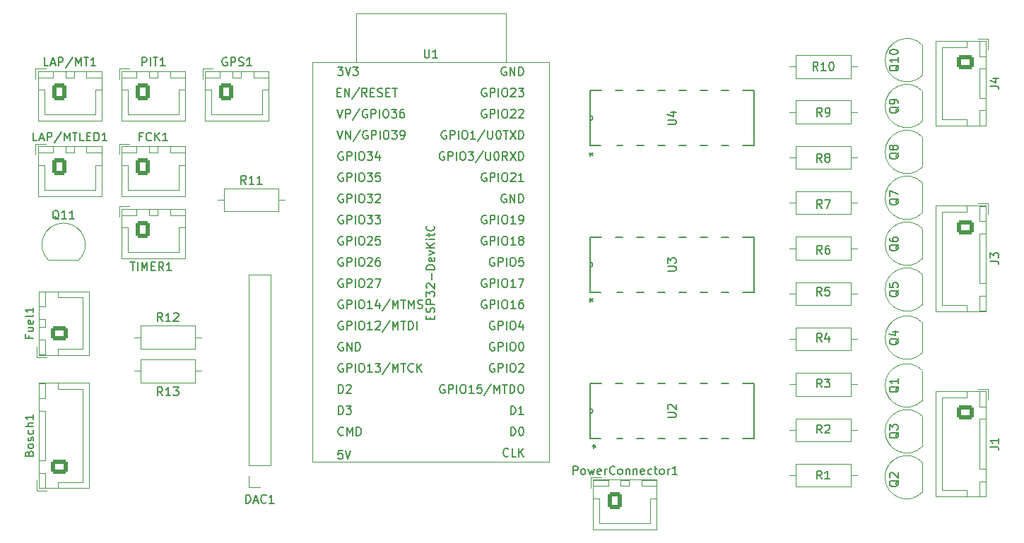
<source format=gto>
%TF.GenerationSoftware,KiCad,Pcbnew,8.0.4*%
%TF.CreationDate,2024-09-13T19:46:17+02:00*%
%TF.ProjectId,smurf-box,736d7572-662d-4626-9f78-2e6b69636164,rev?*%
%TF.SameCoordinates,Original*%
%TF.FileFunction,Legend,Top*%
%TF.FilePolarity,Positive*%
%FSLAX46Y46*%
G04 Gerber Fmt 4.6, Leading zero omitted, Abs format (unit mm)*
G04 Created by KiCad (PCBNEW 8.0.4) date 2024-09-13 19:46:17*
%MOMM*%
%LPD*%
G01*
G04 APERTURE LIST*
G04 Aperture macros list*
%AMRoundRect*
0 Rectangle with rounded corners*
0 $1 Rounding radius*
0 $2 $3 $4 $5 $6 $7 $8 $9 X,Y pos of 4 corners*
0 Add a 4 corners polygon primitive as box body*
4,1,4,$2,$3,$4,$5,$6,$7,$8,$9,$2,$3,0*
0 Add four circle primitives for the rounded corners*
1,1,$1+$1,$2,$3*
1,1,$1+$1,$4,$5*
1,1,$1+$1,$6,$7*
1,1,$1+$1,$8,$9*
0 Add four rect primitives between the rounded corners*
20,1,$1+$1,$2,$3,$4,$5,0*
20,1,$1+$1,$4,$5,$6,$7,0*
20,1,$1+$1,$6,$7,$8,$9,0*
20,1,$1+$1,$8,$9,$2,$3,0*%
G04 Aperture macros list end*
%ADD10C,0.200000*%
%ADD11C,0.152400*%
%ADD12C,0.120000*%
%ADD13R,1.295400X1.295400*%
%ADD14C,1.295400*%
%ADD15R,2.000000X1.200000*%
%ADD16O,2.000000X1.200000*%
%ADD17RoundRect,0.250000X-0.600000X-0.750000X0.600000X-0.750000X0.600000X0.750000X-0.600000X0.750000X0*%
%ADD18O,1.700000X2.000000*%
%ADD19C,1.600000*%
%ADD20O,1.600000X1.600000*%
%ADD21R,1.050000X1.500000*%
%ADD22O,1.050000X1.500000*%
%ADD23R,1.500000X1.050000*%
%ADD24O,1.500000X1.050000*%
%ADD25RoundRect,0.250000X-0.725000X0.600000X-0.725000X-0.600000X0.725000X-0.600000X0.725000X0.600000X0*%
%ADD26O,1.950000X1.700000*%
%ADD27RoundRect,0.250000X0.750000X-0.600000X0.750000X0.600000X-0.750000X0.600000X-0.750000X-0.600000X0*%
%ADD28O,2.000000X1.700000*%
%ADD29RoundRect,0.250000X0.725000X-0.600000X0.725000X0.600000X-0.725000X0.600000X-0.725000X-0.600000X0*%
%ADD30R,1.700000X1.700000*%
%ADD31O,1.700000X1.700000*%
G04 APERTURE END LIST*
D10*
X121872219Y-85951904D02*
X122681742Y-85951904D01*
X122681742Y-85951904D02*
X122776980Y-85904285D01*
X122776980Y-85904285D02*
X122824600Y-85856666D01*
X122824600Y-85856666D02*
X122872219Y-85761428D01*
X122872219Y-85761428D02*
X122872219Y-85570952D01*
X122872219Y-85570952D02*
X122824600Y-85475714D01*
X122824600Y-85475714D02*
X122776980Y-85428095D01*
X122776980Y-85428095D02*
X122681742Y-85380476D01*
X122681742Y-85380476D02*
X121872219Y-85380476D01*
X122205552Y-84475714D02*
X122872219Y-84475714D01*
X121824600Y-84713809D02*
X122538885Y-84951904D01*
X122538885Y-84951904D02*
X122538885Y-84332857D01*
X112452219Y-89499999D02*
X112690314Y-89499999D01*
X112595076Y-89738094D02*
X112690314Y-89499999D01*
X112690314Y-89499999D02*
X112595076Y-89261904D01*
X112880790Y-89642856D02*
X112690314Y-89499999D01*
X112690314Y-89499999D02*
X112880790Y-89357142D01*
X121872219Y-121071904D02*
X122681742Y-121071904D01*
X122681742Y-121071904D02*
X122776980Y-121024285D01*
X122776980Y-121024285D02*
X122824600Y-120976666D01*
X122824600Y-120976666D02*
X122872219Y-120881428D01*
X122872219Y-120881428D02*
X122872219Y-120690952D01*
X122872219Y-120690952D02*
X122824600Y-120595714D01*
X122824600Y-120595714D02*
X122776980Y-120548095D01*
X122776980Y-120548095D02*
X122681742Y-120500476D01*
X122681742Y-120500476D02*
X121872219Y-120500476D01*
X121967457Y-120071904D02*
X121919838Y-120024285D01*
X121919838Y-120024285D02*
X121872219Y-119929047D01*
X121872219Y-119929047D02*
X121872219Y-119690952D01*
X121872219Y-119690952D02*
X121919838Y-119595714D01*
X121919838Y-119595714D02*
X121967457Y-119548095D01*
X121967457Y-119548095D02*
X122062695Y-119500476D01*
X122062695Y-119500476D02*
X122157933Y-119500476D01*
X122157933Y-119500476D02*
X122300790Y-119548095D01*
X122300790Y-119548095D02*
X122872219Y-120119523D01*
X122872219Y-120119523D02*
X122872219Y-119500476D01*
X112842519Y-124499999D02*
X113080614Y-124499999D01*
X112985376Y-124738094D02*
X113080614Y-124499999D01*
X113080614Y-124499999D02*
X112985376Y-124261904D01*
X113271090Y-124642856D02*
X113080614Y-124499999D01*
X113080614Y-124499999D02*
X113271090Y-124357142D01*
X92738095Y-76948779D02*
X92738095Y-77758302D01*
X92738095Y-77758302D02*
X92785714Y-77853540D01*
X92785714Y-77853540D02*
X92833333Y-77901160D01*
X92833333Y-77901160D02*
X92928571Y-77948779D01*
X92928571Y-77948779D02*
X93119047Y-77948779D01*
X93119047Y-77948779D02*
X93214285Y-77901160D01*
X93214285Y-77901160D02*
X93261904Y-77853540D01*
X93261904Y-77853540D02*
X93309523Y-77758302D01*
X93309523Y-77758302D02*
X93309523Y-76948779D01*
X94309523Y-77948779D02*
X93738095Y-77948779D01*
X94023809Y-77948779D02*
X94023809Y-76948779D01*
X94023809Y-76948779D02*
X93928571Y-77091636D01*
X93928571Y-77091636D02*
X93833333Y-77186874D01*
X93833333Y-77186874D02*
X93738095Y-77234493D01*
X93428409Y-109321797D02*
X93428409Y-108988464D01*
X93952219Y-108845607D02*
X93952219Y-109321797D01*
X93952219Y-109321797D02*
X92952219Y-109321797D01*
X92952219Y-109321797D02*
X92952219Y-108845607D01*
X93904600Y-108464654D02*
X93952219Y-108321797D01*
X93952219Y-108321797D02*
X93952219Y-108083702D01*
X93952219Y-108083702D02*
X93904600Y-107988464D01*
X93904600Y-107988464D02*
X93856980Y-107940845D01*
X93856980Y-107940845D02*
X93761742Y-107893226D01*
X93761742Y-107893226D02*
X93666504Y-107893226D01*
X93666504Y-107893226D02*
X93571266Y-107940845D01*
X93571266Y-107940845D02*
X93523647Y-107988464D01*
X93523647Y-107988464D02*
X93476028Y-108083702D01*
X93476028Y-108083702D02*
X93428409Y-108274178D01*
X93428409Y-108274178D02*
X93380790Y-108369416D01*
X93380790Y-108369416D02*
X93333171Y-108417035D01*
X93333171Y-108417035D02*
X93237933Y-108464654D01*
X93237933Y-108464654D02*
X93142695Y-108464654D01*
X93142695Y-108464654D02*
X93047457Y-108417035D01*
X93047457Y-108417035D02*
X92999838Y-108369416D01*
X92999838Y-108369416D02*
X92952219Y-108274178D01*
X92952219Y-108274178D02*
X92952219Y-108036083D01*
X92952219Y-108036083D02*
X92999838Y-107893226D01*
X93952219Y-107464654D02*
X92952219Y-107464654D01*
X92952219Y-107464654D02*
X92952219Y-107083702D01*
X92952219Y-107083702D02*
X92999838Y-106988464D01*
X92999838Y-106988464D02*
X93047457Y-106940845D01*
X93047457Y-106940845D02*
X93142695Y-106893226D01*
X93142695Y-106893226D02*
X93285552Y-106893226D01*
X93285552Y-106893226D02*
X93380790Y-106940845D01*
X93380790Y-106940845D02*
X93428409Y-106988464D01*
X93428409Y-106988464D02*
X93476028Y-107083702D01*
X93476028Y-107083702D02*
X93476028Y-107464654D01*
X92952219Y-106559892D02*
X92952219Y-105940845D01*
X92952219Y-105940845D02*
X93333171Y-106274178D01*
X93333171Y-106274178D02*
X93333171Y-106131321D01*
X93333171Y-106131321D02*
X93380790Y-106036083D01*
X93380790Y-106036083D02*
X93428409Y-105988464D01*
X93428409Y-105988464D02*
X93523647Y-105940845D01*
X93523647Y-105940845D02*
X93761742Y-105940845D01*
X93761742Y-105940845D02*
X93856980Y-105988464D01*
X93856980Y-105988464D02*
X93904600Y-106036083D01*
X93904600Y-106036083D02*
X93952219Y-106131321D01*
X93952219Y-106131321D02*
X93952219Y-106417035D01*
X93952219Y-106417035D02*
X93904600Y-106512273D01*
X93904600Y-106512273D02*
X93856980Y-106559892D01*
X93047457Y-105559892D02*
X92999838Y-105512273D01*
X92999838Y-105512273D02*
X92952219Y-105417035D01*
X92952219Y-105417035D02*
X92952219Y-105178940D01*
X92952219Y-105178940D02*
X92999838Y-105083702D01*
X92999838Y-105083702D02*
X93047457Y-105036083D01*
X93047457Y-105036083D02*
X93142695Y-104988464D01*
X93142695Y-104988464D02*
X93237933Y-104988464D01*
X93237933Y-104988464D02*
X93380790Y-105036083D01*
X93380790Y-105036083D02*
X93952219Y-105607511D01*
X93952219Y-105607511D02*
X93952219Y-104988464D01*
X93571266Y-104559892D02*
X93571266Y-103797988D01*
X93952219Y-103321797D02*
X92952219Y-103321797D01*
X92952219Y-103321797D02*
X92952219Y-103083702D01*
X92952219Y-103083702D02*
X92999838Y-102940845D01*
X92999838Y-102940845D02*
X93095076Y-102845607D01*
X93095076Y-102845607D02*
X93190314Y-102797988D01*
X93190314Y-102797988D02*
X93380790Y-102750369D01*
X93380790Y-102750369D02*
X93523647Y-102750369D01*
X93523647Y-102750369D02*
X93714123Y-102797988D01*
X93714123Y-102797988D02*
X93809361Y-102845607D01*
X93809361Y-102845607D02*
X93904600Y-102940845D01*
X93904600Y-102940845D02*
X93952219Y-103083702D01*
X93952219Y-103083702D02*
X93952219Y-103321797D01*
X93904600Y-101940845D02*
X93952219Y-102036083D01*
X93952219Y-102036083D02*
X93952219Y-102226559D01*
X93952219Y-102226559D02*
X93904600Y-102321797D01*
X93904600Y-102321797D02*
X93809361Y-102369416D01*
X93809361Y-102369416D02*
X93428409Y-102369416D01*
X93428409Y-102369416D02*
X93333171Y-102321797D01*
X93333171Y-102321797D02*
X93285552Y-102226559D01*
X93285552Y-102226559D02*
X93285552Y-102036083D01*
X93285552Y-102036083D02*
X93333171Y-101940845D01*
X93333171Y-101940845D02*
X93428409Y-101893226D01*
X93428409Y-101893226D02*
X93523647Y-101893226D01*
X93523647Y-101893226D02*
X93618885Y-102369416D01*
X93285552Y-101559892D02*
X93952219Y-101321797D01*
X93952219Y-101321797D02*
X93285552Y-101083702D01*
X93952219Y-100702749D02*
X92952219Y-100702749D01*
X93952219Y-100131321D02*
X93380790Y-100559892D01*
X92952219Y-100131321D02*
X93523647Y-100702749D01*
X93952219Y-99702749D02*
X93285552Y-99702749D01*
X92952219Y-99702749D02*
X92999838Y-99750368D01*
X92999838Y-99750368D02*
X93047457Y-99702749D01*
X93047457Y-99702749D02*
X92999838Y-99655130D01*
X92999838Y-99655130D02*
X92952219Y-99702749D01*
X92952219Y-99702749D02*
X93047457Y-99702749D01*
X93285552Y-99369416D02*
X93285552Y-98988464D01*
X92952219Y-99226559D02*
X93809361Y-99226559D01*
X93809361Y-99226559D02*
X93904600Y-99178940D01*
X93904600Y-99178940D02*
X93952219Y-99083702D01*
X93952219Y-99083702D02*
X93952219Y-98988464D01*
X93856980Y-98083702D02*
X93904600Y-98131321D01*
X93904600Y-98131321D02*
X93952219Y-98274178D01*
X93952219Y-98274178D02*
X93952219Y-98369416D01*
X93952219Y-98369416D02*
X93904600Y-98512273D01*
X93904600Y-98512273D02*
X93809361Y-98607511D01*
X93809361Y-98607511D02*
X93714123Y-98655130D01*
X93714123Y-98655130D02*
X93523647Y-98702749D01*
X93523647Y-98702749D02*
X93380790Y-98702749D01*
X93380790Y-98702749D02*
X93190314Y-98655130D01*
X93190314Y-98655130D02*
X93095076Y-98607511D01*
X93095076Y-98607511D02*
X92999838Y-98512273D01*
X92999838Y-98512273D02*
X92952219Y-98369416D01*
X92952219Y-98369416D02*
X92952219Y-98274178D01*
X92952219Y-98274178D02*
X92999838Y-98131321D01*
X92999838Y-98131321D02*
X93047457Y-98083702D01*
X103084136Y-120688779D02*
X103084136Y-119688779D01*
X103084136Y-119688779D02*
X103322231Y-119688779D01*
X103322231Y-119688779D02*
X103465088Y-119736398D01*
X103465088Y-119736398D02*
X103560326Y-119831636D01*
X103560326Y-119831636D02*
X103607945Y-119926874D01*
X103607945Y-119926874D02*
X103655564Y-120117350D01*
X103655564Y-120117350D02*
X103655564Y-120260207D01*
X103655564Y-120260207D02*
X103607945Y-120450683D01*
X103607945Y-120450683D02*
X103560326Y-120545921D01*
X103560326Y-120545921D02*
X103465088Y-120641160D01*
X103465088Y-120641160D02*
X103322231Y-120688779D01*
X103322231Y-120688779D02*
X103084136Y-120688779D01*
X104607945Y-120688779D02*
X104036517Y-120688779D01*
X104322231Y-120688779D02*
X104322231Y-119688779D01*
X104322231Y-119688779D02*
X104226993Y-119831636D01*
X104226993Y-119831636D02*
X104131755Y-119926874D01*
X104131755Y-119926874D02*
X104036517Y-119974493D01*
X101084136Y-114656398D02*
X100988898Y-114608779D01*
X100988898Y-114608779D02*
X100846041Y-114608779D01*
X100846041Y-114608779D02*
X100703184Y-114656398D01*
X100703184Y-114656398D02*
X100607946Y-114751636D01*
X100607946Y-114751636D02*
X100560327Y-114846874D01*
X100560327Y-114846874D02*
X100512708Y-115037350D01*
X100512708Y-115037350D02*
X100512708Y-115180207D01*
X100512708Y-115180207D02*
X100560327Y-115370683D01*
X100560327Y-115370683D02*
X100607946Y-115465921D01*
X100607946Y-115465921D02*
X100703184Y-115561160D01*
X100703184Y-115561160D02*
X100846041Y-115608779D01*
X100846041Y-115608779D02*
X100941279Y-115608779D01*
X100941279Y-115608779D02*
X101084136Y-115561160D01*
X101084136Y-115561160D02*
X101131755Y-115513540D01*
X101131755Y-115513540D02*
X101131755Y-115180207D01*
X101131755Y-115180207D02*
X100941279Y-115180207D01*
X101560327Y-115608779D02*
X101560327Y-114608779D01*
X101560327Y-114608779D02*
X101941279Y-114608779D01*
X101941279Y-114608779D02*
X102036517Y-114656398D01*
X102036517Y-114656398D02*
X102084136Y-114704017D01*
X102084136Y-114704017D02*
X102131755Y-114799255D01*
X102131755Y-114799255D02*
X102131755Y-114942112D01*
X102131755Y-114942112D02*
X102084136Y-115037350D01*
X102084136Y-115037350D02*
X102036517Y-115084969D01*
X102036517Y-115084969D02*
X101941279Y-115132588D01*
X101941279Y-115132588D02*
X101560327Y-115132588D01*
X102560327Y-115608779D02*
X102560327Y-114608779D01*
X103226993Y-114608779D02*
X103417469Y-114608779D01*
X103417469Y-114608779D02*
X103512707Y-114656398D01*
X103512707Y-114656398D02*
X103607945Y-114751636D01*
X103607945Y-114751636D02*
X103655564Y-114942112D01*
X103655564Y-114942112D02*
X103655564Y-115275445D01*
X103655564Y-115275445D02*
X103607945Y-115465921D01*
X103607945Y-115465921D02*
X103512707Y-115561160D01*
X103512707Y-115561160D02*
X103417469Y-115608779D01*
X103417469Y-115608779D02*
X103226993Y-115608779D01*
X103226993Y-115608779D02*
X103131755Y-115561160D01*
X103131755Y-115561160D02*
X103036517Y-115465921D01*
X103036517Y-115465921D02*
X102988898Y-115275445D01*
X102988898Y-115275445D02*
X102988898Y-114942112D01*
X102988898Y-114942112D02*
X103036517Y-114751636D01*
X103036517Y-114751636D02*
X103131755Y-114656398D01*
X103131755Y-114656398D02*
X103226993Y-114608779D01*
X104036517Y-114704017D02*
X104084136Y-114656398D01*
X104084136Y-114656398D02*
X104179374Y-114608779D01*
X104179374Y-114608779D02*
X104417469Y-114608779D01*
X104417469Y-114608779D02*
X104512707Y-114656398D01*
X104512707Y-114656398D02*
X104560326Y-114704017D01*
X104560326Y-114704017D02*
X104607945Y-114799255D01*
X104607945Y-114799255D02*
X104607945Y-114894493D01*
X104607945Y-114894493D02*
X104560326Y-115037350D01*
X104560326Y-115037350D02*
X103988898Y-115608779D01*
X103988898Y-115608779D02*
X104607945Y-115608779D01*
X82296816Y-86668779D02*
X82630149Y-87668779D01*
X82630149Y-87668779D02*
X82963482Y-86668779D01*
X83296816Y-87668779D02*
X83296816Y-86668779D01*
X83296816Y-86668779D02*
X83868244Y-87668779D01*
X83868244Y-87668779D02*
X83868244Y-86668779D01*
X85058720Y-86621160D02*
X84201578Y-87906874D01*
X85915863Y-86716398D02*
X85820625Y-86668779D01*
X85820625Y-86668779D02*
X85677768Y-86668779D01*
X85677768Y-86668779D02*
X85534911Y-86716398D01*
X85534911Y-86716398D02*
X85439673Y-86811636D01*
X85439673Y-86811636D02*
X85392054Y-86906874D01*
X85392054Y-86906874D02*
X85344435Y-87097350D01*
X85344435Y-87097350D02*
X85344435Y-87240207D01*
X85344435Y-87240207D02*
X85392054Y-87430683D01*
X85392054Y-87430683D02*
X85439673Y-87525921D01*
X85439673Y-87525921D02*
X85534911Y-87621160D01*
X85534911Y-87621160D02*
X85677768Y-87668779D01*
X85677768Y-87668779D02*
X85773006Y-87668779D01*
X85773006Y-87668779D02*
X85915863Y-87621160D01*
X85915863Y-87621160D02*
X85963482Y-87573540D01*
X85963482Y-87573540D02*
X85963482Y-87240207D01*
X85963482Y-87240207D02*
X85773006Y-87240207D01*
X86392054Y-87668779D02*
X86392054Y-86668779D01*
X86392054Y-86668779D02*
X86773006Y-86668779D01*
X86773006Y-86668779D02*
X86868244Y-86716398D01*
X86868244Y-86716398D02*
X86915863Y-86764017D01*
X86915863Y-86764017D02*
X86963482Y-86859255D01*
X86963482Y-86859255D02*
X86963482Y-87002112D01*
X86963482Y-87002112D02*
X86915863Y-87097350D01*
X86915863Y-87097350D02*
X86868244Y-87144969D01*
X86868244Y-87144969D02*
X86773006Y-87192588D01*
X86773006Y-87192588D02*
X86392054Y-87192588D01*
X87392054Y-87668779D02*
X87392054Y-86668779D01*
X88058720Y-86668779D02*
X88249196Y-86668779D01*
X88249196Y-86668779D02*
X88344434Y-86716398D01*
X88344434Y-86716398D02*
X88439672Y-86811636D01*
X88439672Y-86811636D02*
X88487291Y-87002112D01*
X88487291Y-87002112D02*
X88487291Y-87335445D01*
X88487291Y-87335445D02*
X88439672Y-87525921D01*
X88439672Y-87525921D02*
X88344434Y-87621160D01*
X88344434Y-87621160D02*
X88249196Y-87668779D01*
X88249196Y-87668779D02*
X88058720Y-87668779D01*
X88058720Y-87668779D02*
X87963482Y-87621160D01*
X87963482Y-87621160D02*
X87868244Y-87525921D01*
X87868244Y-87525921D02*
X87820625Y-87335445D01*
X87820625Y-87335445D02*
X87820625Y-87002112D01*
X87820625Y-87002112D02*
X87868244Y-86811636D01*
X87868244Y-86811636D02*
X87963482Y-86716398D01*
X87963482Y-86716398D02*
X88058720Y-86668779D01*
X88820625Y-86668779D02*
X89439672Y-86668779D01*
X89439672Y-86668779D02*
X89106339Y-87049731D01*
X89106339Y-87049731D02*
X89249196Y-87049731D01*
X89249196Y-87049731D02*
X89344434Y-87097350D01*
X89344434Y-87097350D02*
X89392053Y-87144969D01*
X89392053Y-87144969D02*
X89439672Y-87240207D01*
X89439672Y-87240207D02*
X89439672Y-87478302D01*
X89439672Y-87478302D02*
X89392053Y-87573540D01*
X89392053Y-87573540D02*
X89344434Y-87621160D01*
X89344434Y-87621160D02*
X89249196Y-87668779D01*
X89249196Y-87668779D02*
X88963482Y-87668779D01*
X88963482Y-87668779D02*
X88868244Y-87621160D01*
X88868244Y-87621160D02*
X88820625Y-87573540D01*
X89915863Y-87668779D02*
X90106339Y-87668779D01*
X90106339Y-87668779D02*
X90201577Y-87621160D01*
X90201577Y-87621160D02*
X90249196Y-87573540D01*
X90249196Y-87573540D02*
X90344434Y-87430683D01*
X90344434Y-87430683D02*
X90392053Y-87240207D01*
X90392053Y-87240207D02*
X90392053Y-86859255D01*
X90392053Y-86859255D02*
X90344434Y-86764017D01*
X90344434Y-86764017D02*
X90296815Y-86716398D01*
X90296815Y-86716398D02*
X90201577Y-86668779D01*
X90201577Y-86668779D02*
X90011101Y-86668779D01*
X90011101Y-86668779D02*
X89915863Y-86716398D01*
X89915863Y-86716398D02*
X89868244Y-86764017D01*
X89868244Y-86764017D02*
X89820625Y-86859255D01*
X89820625Y-86859255D02*
X89820625Y-87097350D01*
X89820625Y-87097350D02*
X89868244Y-87192588D01*
X89868244Y-87192588D02*
X89915863Y-87240207D01*
X89915863Y-87240207D02*
X90011101Y-87287826D01*
X90011101Y-87287826D02*
X90201577Y-87287826D01*
X90201577Y-87287826D02*
X90296815Y-87240207D01*
X90296815Y-87240207D02*
X90344434Y-87192588D01*
X90344434Y-87192588D02*
X90392053Y-87097350D01*
X82963482Y-114656398D02*
X82868244Y-114608779D01*
X82868244Y-114608779D02*
X82725387Y-114608779D01*
X82725387Y-114608779D02*
X82582530Y-114656398D01*
X82582530Y-114656398D02*
X82487292Y-114751636D01*
X82487292Y-114751636D02*
X82439673Y-114846874D01*
X82439673Y-114846874D02*
X82392054Y-115037350D01*
X82392054Y-115037350D02*
X82392054Y-115180207D01*
X82392054Y-115180207D02*
X82439673Y-115370683D01*
X82439673Y-115370683D02*
X82487292Y-115465921D01*
X82487292Y-115465921D02*
X82582530Y-115561160D01*
X82582530Y-115561160D02*
X82725387Y-115608779D01*
X82725387Y-115608779D02*
X82820625Y-115608779D01*
X82820625Y-115608779D02*
X82963482Y-115561160D01*
X82963482Y-115561160D02*
X83011101Y-115513540D01*
X83011101Y-115513540D02*
X83011101Y-115180207D01*
X83011101Y-115180207D02*
X82820625Y-115180207D01*
X83439673Y-115608779D02*
X83439673Y-114608779D01*
X83439673Y-114608779D02*
X83820625Y-114608779D01*
X83820625Y-114608779D02*
X83915863Y-114656398D01*
X83915863Y-114656398D02*
X83963482Y-114704017D01*
X83963482Y-114704017D02*
X84011101Y-114799255D01*
X84011101Y-114799255D02*
X84011101Y-114942112D01*
X84011101Y-114942112D02*
X83963482Y-115037350D01*
X83963482Y-115037350D02*
X83915863Y-115084969D01*
X83915863Y-115084969D02*
X83820625Y-115132588D01*
X83820625Y-115132588D02*
X83439673Y-115132588D01*
X84439673Y-115608779D02*
X84439673Y-114608779D01*
X85106339Y-114608779D02*
X85296815Y-114608779D01*
X85296815Y-114608779D02*
X85392053Y-114656398D01*
X85392053Y-114656398D02*
X85487291Y-114751636D01*
X85487291Y-114751636D02*
X85534910Y-114942112D01*
X85534910Y-114942112D02*
X85534910Y-115275445D01*
X85534910Y-115275445D02*
X85487291Y-115465921D01*
X85487291Y-115465921D02*
X85392053Y-115561160D01*
X85392053Y-115561160D02*
X85296815Y-115608779D01*
X85296815Y-115608779D02*
X85106339Y-115608779D01*
X85106339Y-115608779D02*
X85011101Y-115561160D01*
X85011101Y-115561160D02*
X84915863Y-115465921D01*
X84915863Y-115465921D02*
X84868244Y-115275445D01*
X84868244Y-115275445D02*
X84868244Y-114942112D01*
X84868244Y-114942112D02*
X84915863Y-114751636D01*
X84915863Y-114751636D02*
X85011101Y-114656398D01*
X85011101Y-114656398D02*
X85106339Y-114608779D01*
X86487291Y-115608779D02*
X85915863Y-115608779D01*
X86201577Y-115608779D02*
X86201577Y-114608779D01*
X86201577Y-114608779D02*
X86106339Y-114751636D01*
X86106339Y-114751636D02*
X86011101Y-114846874D01*
X86011101Y-114846874D02*
X85915863Y-114894493D01*
X86820625Y-114608779D02*
X87439672Y-114608779D01*
X87439672Y-114608779D02*
X87106339Y-114989731D01*
X87106339Y-114989731D02*
X87249196Y-114989731D01*
X87249196Y-114989731D02*
X87344434Y-115037350D01*
X87344434Y-115037350D02*
X87392053Y-115084969D01*
X87392053Y-115084969D02*
X87439672Y-115180207D01*
X87439672Y-115180207D02*
X87439672Y-115418302D01*
X87439672Y-115418302D02*
X87392053Y-115513540D01*
X87392053Y-115513540D02*
X87344434Y-115561160D01*
X87344434Y-115561160D02*
X87249196Y-115608779D01*
X87249196Y-115608779D02*
X86963482Y-115608779D01*
X86963482Y-115608779D02*
X86868244Y-115561160D01*
X86868244Y-115561160D02*
X86820625Y-115513540D01*
X88582529Y-114561160D02*
X87725387Y-115846874D01*
X88915863Y-115608779D02*
X88915863Y-114608779D01*
X88915863Y-114608779D02*
X89249196Y-115323064D01*
X89249196Y-115323064D02*
X89582529Y-114608779D01*
X89582529Y-114608779D02*
X89582529Y-115608779D01*
X89915863Y-114608779D02*
X90487291Y-114608779D01*
X90201577Y-115608779D02*
X90201577Y-114608779D01*
X91392053Y-115513540D02*
X91344434Y-115561160D01*
X91344434Y-115561160D02*
X91201577Y-115608779D01*
X91201577Y-115608779D02*
X91106339Y-115608779D01*
X91106339Y-115608779D02*
X90963482Y-115561160D01*
X90963482Y-115561160D02*
X90868244Y-115465921D01*
X90868244Y-115465921D02*
X90820625Y-115370683D01*
X90820625Y-115370683D02*
X90773006Y-115180207D01*
X90773006Y-115180207D02*
X90773006Y-115037350D01*
X90773006Y-115037350D02*
X90820625Y-114846874D01*
X90820625Y-114846874D02*
X90868244Y-114751636D01*
X90868244Y-114751636D02*
X90963482Y-114656398D01*
X90963482Y-114656398D02*
X91106339Y-114608779D01*
X91106339Y-114608779D02*
X91201577Y-114608779D01*
X91201577Y-114608779D02*
X91344434Y-114656398D01*
X91344434Y-114656398D02*
X91392053Y-114704017D01*
X91820625Y-115608779D02*
X91820625Y-114608779D01*
X92392053Y-115608779D02*
X91963482Y-115037350D01*
X92392053Y-114608779D02*
X91820625Y-115180207D01*
X100131755Y-84176398D02*
X100036517Y-84128779D01*
X100036517Y-84128779D02*
X99893660Y-84128779D01*
X99893660Y-84128779D02*
X99750803Y-84176398D01*
X99750803Y-84176398D02*
X99655565Y-84271636D01*
X99655565Y-84271636D02*
X99607946Y-84366874D01*
X99607946Y-84366874D02*
X99560327Y-84557350D01*
X99560327Y-84557350D02*
X99560327Y-84700207D01*
X99560327Y-84700207D02*
X99607946Y-84890683D01*
X99607946Y-84890683D02*
X99655565Y-84985921D01*
X99655565Y-84985921D02*
X99750803Y-85081160D01*
X99750803Y-85081160D02*
X99893660Y-85128779D01*
X99893660Y-85128779D02*
X99988898Y-85128779D01*
X99988898Y-85128779D02*
X100131755Y-85081160D01*
X100131755Y-85081160D02*
X100179374Y-85033540D01*
X100179374Y-85033540D02*
X100179374Y-84700207D01*
X100179374Y-84700207D02*
X99988898Y-84700207D01*
X100607946Y-85128779D02*
X100607946Y-84128779D01*
X100607946Y-84128779D02*
X100988898Y-84128779D01*
X100988898Y-84128779D02*
X101084136Y-84176398D01*
X101084136Y-84176398D02*
X101131755Y-84224017D01*
X101131755Y-84224017D02*
X101179374Y-84319255D01*
X101179374Y-84319255D02*
X101179374Y-84462112D01*
X101179374Y-84462112D02*
X101131755Y-84557350D01*
X101131755Y-84557350D02*
X101084136Y-84604969D01*
X101084136Y-84604969D02*
X100988898Y-84652588D01*
X100988898Y-84652588D02*
X100607946Y-84652588D01*
X101607946Y-85128779D02*
X101607946Y-84128779D01*
X102274612Y-84128779D02*
X102465088Y-84128779D01*
X102465088Y-84128779D02*
X102560326Y-84176398D01*
X102560326Y-84176398D02*
X102655564Y-84271636D01*
X102655564Y-84271636D02*
X102703183Y-84462112D01*
X102703183Y-84462112D02*
X102703183Y-84795445D01*
X102703183Y-84795445D02*
X102655564Y-84985921D01*
X102655564Y-84985921D02*
X102560326Y-85081160D01*
X102560326Y-85081160D02*
X102465088Y-85128779D01*
X102465088Y-85128779D02*
X102274612Y-85128779D01*
X102274612Y-85128779D02*
X102179374Y-85081160D01*
X102179374Y-85081160D02*
X102084136Y-84985921D01*
X102084136Y-84985921D02*
X102036517Y-84795445D01*
X102036517Y-84795445D02*
X102036517Y-84462112D01*
X102036517Y-84462112D02*
X102084136Y-84271636D01*
X102084136Y-84271636D02*
X102179374Y-84176398D01*
X102179374Y-84176398D02*
X102274612Y-84128779D01*
X103084136Y-84224017D02*
X103131755Y-84176398D01*
X103131755Y-84176398D02*
X103226993Y-84128779D01*
X103226993Y-84128779D02*
X103465088Y-84128779D01*
X103465088Y-84128779D02*
X103560326Y-84176398D01*
X103560326Y-84176398D02*
X103607945Y-84224017D01*
X103607945Y-84224017D02*
X103655564Y-84319255D01*
X103655564Y-84319255D02*
X103655564Y-84414493D01*
X103655564Y-84414493D02*
X103607945Y-84557350D01*
X103607945Y-84557350D02*
X103036517Y-85128779D01*
X103036517Y-85128779D02*
X103655564Y-85128779D01*
X104036517Y-84224017D02*
X104084136Y-84176398D01*
X104084136Y-84176398D02*
X104179374Y-84128779D01*
X104179374Y-84128779D02*
X104417469Y-84128779D01*
X104417469Y-84128779D02*
X104512707Y-84176398D01*
X104512707Y-84176398D02*
X104560326Y-84224017D01*
X104560326Y-84224017D02*
X104607945Y-84319255D01*
X104607945Y-84319255D02*
X104607945Y-84414493D01*
X104607945Y-84414493D02*
X104560326Y-84557350D01*
X104560326Y-84557350D02*
X103988898Y-85128779D01*
X103988898Y-85128779D02*
X104607945Y-85128779D01*
X82963482Y-112116398D02*
X82868244Y-112068779D01*
X82868244Y-112068779D02*
X82725387Y-112068779D01*
X82725387Y-112068779D02*
X82582530Y-112116398D01*
X82582530Y-112116398D02*
X82487292Y-112211636D01*
X82487292Y-112211636D02*
X82439673Y-112306874D01*
X82439673Y-112306874D02*
X82392054Y-112497350D01*
X82392054Y-112497350D02*
X82392054Y-112640207D01*
X82392054Y-112640207D02*
X82439673Y-112830683D01*
X82439673Y-112830683D02*
X82487292Y-112925921D01*
X82487292Y-112925921D02*
X82582530Y-113021160D01*
X82582530Y-113021160D02*
X82725387Y-113068779D01*
X82725387Y-113068779D02*
X82820625Y-113068779D01*
X82820625Y-113068779D02*
X82963482Y-113021160D01*
X82963482Y-113021160D02*
X83011101Y-112973540D01*
X83011101Y-112973540D02*
X83011101Y-112640207D01*
X83011101Y-112640207D02*
X82820625Y-112640207D01*
X83439673Y-113068779D02*
X83439673Y-112068779D01*
X83439673Y-112068779D02*
X84011101Y-113068779D01*
X84011101Y-113068779D02*
X84011101Y-112068779D01*
X84487292Y-113068779D02*
X84487292Y-112068779D01*
X84487292Y-112068779D02*
X84725387Y-112068779D01*
X84725387Y-112068779D02*
X84868244Y-112116398D01*
X84868244Y-112116398D02*
X84963482Y-112211636D01*
X84963482Y-112211636D02*
X85011101Y-112306874D01*
X85011101Y-112306874D02*
X85058720Y-112497350D01*
X85058720Y-112497350D02*
X85058720Y-112640207D01*
X85058720Y-112640207D02*
X85011101Y-112830683D01*
X85011101Y-112830683D02*
X84963482Y-112925921D01*
X84963482Y-112925921D02*
X84868244Y-113021160D01*
X84868244Y-113021160D02*
X84725387Y-113068779D01*
X84725387Y-113068779D02*
X84487292Y-113068779D01*
X82963482Y-94336398D02*
X82868244Y-94288779D01*
X82868244Y-94288779D02*
X82725387Y-94288779D01*
X82725387Y-94288779D02*
X82582530Y-94336398D01*
X82582530Y-94336398D02*
X82487292Y-94431636D01*
X82487292Y-94431636D02*
X82439673Y-94526874D01*
X82439673Y-94526874D02*
X82392054Y-94717350D01*
X82392054Y-94717350D02*
X82392054Y-94860207D01*
X82392054Y-94860207D02*
X82439673Y-95050683D01*
X82439673Y-95050683D02*
X82487292Y-95145921D01*
X82487292Y-95145921D02*
X82582530Y-95241160D01*
X82582530Y-95241160D02*
X82725387Y-95288779D01*
X82725387Y-95288779D02*
X82820625Y-95288779D01*
X82820625Y-95288779D02*
X82963482Y-95241160D01*
X82963482Y-95241160D02*
X83011101Y-95193540D01*
X83011101Y-95193540D02*
X83011101Y-94860207D01*
X83011101Y-94860207D02*
X82820625Y-94860207D01*
X83439673Y-95288779D02*
X83439673Y-94288779D01*
X83439673Y-94288779D02*
X83820625Y-94288779D01*
X83820625Y-94288779D02*
X83915863Y-94336398D01*
X83915863Y-94336398D02*
X83963482Y-94384017D01*
X83963482Y-94384017D02*
X84011101Y-94479255D01*
X84011101Y-94479255D02*
X84011101Y-94622112D01*
X84011101Y-94622112D02*
X83963482Y-94717350D01*
X83963482Y-94717350D02*
X83915863Y-94764969D01*
X83915863Y-94764969D02*
X83820625Y-94812588D01*
X83820625Y-94812588D02*
X83439673Y-94812588D01*
X84439673Y-95288779D02*
X84439673Y-94288779D01*
X85106339Y-94288779D02*
X85296815Y-94288779D01*
X85296815Y-94288779D02*
X85392053Y-94336398D01*
X85392053Y-94336398D02*
X85487291Y-94431636D01*
X85487291Y-94431636D02*
X85534910Y-94622112D01*
X85534910Y-94622112D02*
X85534910Y-94955445D01*
X85534910Y-94955445D02*
X85487291Y-95145921D01*
X85487291Y-95145921D02*
X85392053Y-95241160D01*
X85392053Y-95241160D02*
X85296815Y-95288779D01*
X85296815Y-95288779D02*
X85106339Y-95288779D01*
X85106339Y-95288779D02*
X85011101Y-95241160D01*
X85011101Y-95241160D02*
X84915863Y-95145921D01*
X84915863Y-95145921D02*
X84868244Y-94955445D01*
X84868244Y-94955445D02*
X84868244Y-94622112D01*
X84868244Y-94622112D02*
X84915863Y-94431636D01*
X84915863Y-94431636D02*
X85011101Y-94336398D01*
X85011101Y-94336398D02*
X85106339Y-94288779D01*
X85868244Y-94288779D02*
X86487291Y-94288779D01*
X86487291Y-94288779D02*
X86153958Y-94669731D01*
X86153958Y-94669731D02*
X86296815Y-94669731D01*
X86296815Y-94669731D02*
X86392053Y-94717350D01*
X86392053Y-94717350D02*
X86439672Y-94764969D01*
X86439672Y-94764969D02*
X86487291Y-94860207D01*
X86487291Y-94860207D02*
X86487291Y-95098302D01*
X86487291Y-95098302D02*
X86439672Y-95193540D01*
X86439672Y-95193540D02*
X86392053Y-95241160D01*
X86392053Y-95241160D02*
X86296815Y-95288779D01*
X86296815Y-95288779D02*
X86011101Y-95288779D01*
X86011101Y-95288779D02*
X85915863Y-95241160D01*
X85915863Y-95241160D02*
X85868244Y-95193540D01*
X86868244Y-94384017D02*
X86915863Y-94336398D01*
X86915863Y-94336398D02*
X87011101Y-94288779D01*
X87011101Y-94288779D02*
X87249196Y-94288779D01*
X87249196Y-94288779D02*
X87344434Y-94336398D01*
X87344434Y-94336398D02*
X87392053Y-94384017D01*
X87392053Y-94384017D02*
X87439672Y-94479255D01*
X87439672Y-94479255D02*
X87439672Y-94574493D01*
X87439672Y-94574493D02*
X87392053Y-94717350D01*
X87392053Y-94717350D02*
X86820625Y-95288779D01*
X86820625Y-95288779D02*
X87439672Y-95288779D01*
X95322231Y-86716398D02*
X95226993Y-86668779D01*
X95226993Y-86668779D02*
X95084136Y-86668779D01*
X95084136Y-86668779D02*
X94941279Y-86716398D01*
X94941279Y-86716398D02*
X94846041Y-86811636D01*
X94846041Y-86811636D02*
X94798422Y-86906874D01*
X94798422Y-86906874D02*
X94750803Y-87097350D01*
X94750803Y-87097350D02*
X94750803Y-87240207D01*
X94750803Y-87240207D02*
X94798422Y-87430683D01*
X94798422Y-87430683D02*
X94846041Y-87525921D01*
X94846041Y-87525921D02*
X94941279Y-87621160D01*
X94941279Y-87621160D02*
X95084136Y-87668779D01*
X95084136Y-87668779D02*
X95179374Y-87668779D01*
X95179374Y-87668779D02*
X95322231Y-87621160D01*
X95322231Y-87621160D02*
X95369850Y-87573540D01*
X95369850Y-87573540D02*
X95369850Y-87240207D01*
X95369850Y-87240207D02*
X95179374Y-87240207D01*
X95798422Y-87668779D02*
X95798422Y-86668779D01*
X95798422Y-86668779D02*
X96179374Y-86668779D01*
X96179374Y-86668779D02*
X96274612Y-86716398D01*
X96274612Y-86716398D02*
X96322231Y-86764017D01*
X96322231Y-86764017D02*
X96369850Y-86859255D01*
X96369850Y-86859255D02*
X96369850Y-87002112D01*
X96369850Y-87002112D02*
X96322231Y-87097350D01*
X96322231Y-87097350D02*
X96274612Y-87144969D01*
X96274612Y-87144969D02*
X96179374Y-87192588D01*
X96179374Y-87192588D02*
X95798422Y-87192588D01*
X96798422Y-87668779D02*
X96798422Y-86668779D01*
X97465088Y-86668779D02*
X97655564Y-86668779D01*
X97655564Y-86668779D02*
X97750802Y-86716398D01*
X97750802Y-86716398D02*
X97846040Y-86811636D01*
X97846040Y-86811636D02*
X97893659Y-87002112D01*
X97893659Y-87002112D02*
X97893659Y-87335445D01*
X97893659Y-87335445D02*
X97846040Y-87525921D01*
X97846040Y-87525921D02*
X97750802Y-87621160D01*
X97750802Y-87621160D02*
X97655564Y-87668779D01*
X97655564Y-87668779D02*
X97465088Y-87668779D01*
X97465088Y-87668779D02*
X97369850Y-87621160D01*
X97369850Y-87621160D02*
X97274612Y-87525921D01*
X97274612Y-87525921D02*
X97226993Y-87335445D01*
X97226993Y-87335445D02*
X97226993Y-87002112D01*
X97226993Y-87002112D02*
X97274612Y-86811636D01*
X97274612Y-86811636D02*
X97369850Y-86716398D01*
X97369850Y-86716398D02*
X97465088Y-86668779D01*
X98846040Y-87668779D02*
X98274612Y-87668779D01*
X98560326Y-87668779D02*
X98560326Y-86668779D01*
X98560326Y-86668779D02*
X98465088Y-86811636D01*
X98465088Y-86811636D02*
X98369850Y-86906874D01*
X98369850Y-86906874D02*
X98274612Y-86954493D01*
X99988897Y-86621160D02*
X99131755Y-87906874D01*
X100322231Y-86668779D02*
X100322231Y-87478302D01*
X100322231Y-87478302D02*
X100369850Y-87573540D01*
X100369850Y-87573540D02*
X100417469Y-87621160D01*
X100417469Y-87621160D02*
X100512707Y-87668779D01*
X100512707Y-87668779D02*
X100703183Y-87668779D01*
X100703183Y-87668779D02*
X100798421Y-87621160D01*
X100798421Y-87621160D02*
X100846040Y-87573540D01*
X100846040Y-87573540D02*
X100893659Y-87478302D01*
X100893659Y-87478302D02*
X100893659Y-86668779D01*
X101560326Y-86668779D02*
X101655564Y-86668779D01*
X101655564Y-86668779D02*
X101750802Y-86716398D01*
X101750802Y-86716398D02*
X101798421Y-86764017D01*
X101798421Y-86764017D02*
X101846040Y-86859255D01*
X101846040Y-86859255D02*
X101893659Y-87049731D01*
X101893659Y-87049731D02*
X101893659Y-87287826D01*
X101893659Y-87287826D02*
X101846040Y-87478302D01*
X101846040Y-87478302D02*
X101798421Y-87573540D01*
X101798421Y-87573540D02*
X101750802Y-87621160D01*
X101750802Y-87621160D02*
X101655564Y-87668779D01*
X101655564Y-87668779D02*
X101560326Y-87668779D01*
X101560326Y-87668779D02*
X101465088Y-87621160D01*
X101465088Y-87621160D02*
X101417469Y-87573540D01*
X101417469Y-87573540D02*
X101369850Y-87478302D01*
X101369850Y-87478302D02*
X101322231Y-87287826D01*
X101322231Y-87287826D02*
X101322231Y-87049731D01*
X101322231Y-87049731D02*
X101369850Y-86859255D01*
X101369850Y-86859255D02*
X101417469Y-86764017D01*
X101417469Y-86764017D02*
X101465088Y-86716398D01*
X101465088Y-86716398D02*
X101560326Y-86668779D01*
X102179374Y-86668779D02*
X102750802Y-86668779D01*
X102465088Y-87668779D02*
X102465088Y-86668779D01*
X102988898Y-86668779D02*
X103655564Y-87668779D01*
X103655564Y-86668779D02*
X102988898Y-87668779D01*
X104036517Y-87668779D02*
X104036517Y-86668779D01*
X104036517Y-86668779D02*
X104274612Y-86668779D01*
X104274612Y-86668779D02*
X104417469Y-86716398D01*
X104417469Y-86716398D02*
X104512707Y-86811636D01*
X104512707Y-86811636D02*
X104560326Y-86906874D01*
X104560326Y-86906874D02*
X104607945Y-87097350D01*
X104607945Y-87097350D02*
X104607945Y-87240207D01*
X104607945Y-87240207D02*
X104560326Y-87430683D01*
X104560326Y-87430683D02*
X104512707Y-87525921D01*
X104512707Y-87525921D02*
X104417469Y-87621160D01*
X104417469Y-87621160D02*
X104274612Y-87668779D01*
X104274612Y-87668779D02*
X104036517Y-87668779D01*
X82439673Y-118148779D02*
X82439673Y-117148779D01*
X82439673Y-117148779D02*
X82677768Y-117148779D01*
X82677768Y-117148779D02*
X82820625Y-117196398D01*
X82820625Y-117196398D02*
X82915863Y-117291636D01*
X82915863Y-117291636D02*
X82963482Y-117386874D01*
X82963482Y-117386874D02*
X83011101Y-117577350D01*
X83011101Y-117577350D02*
X83011101Y-117720207D01*
X83011101Y-117720207D02*
X82963482Y-117910683D01*
X82963482Y-117910683D02*
X82915863Y-118005921D01*
X82915863Y-118005921D02*
X82820625Y-118101160D01*
X82820625Y-118101160D02*
X82677768Y-118148779D01*
X82677768Y-118148779D02*
X82439673Y-118148779D01*
X83392054Y-117244017D02*
X83439673Y-117196398D01*
X83439673Y-117196398D02*
X83534911Y-117148779D01*
X83534911Y-117148779D02*
X83773006Y-117148779D01*
X83773006Y-117148779D02*
X83868244Y-117196398D01*
X83868244Y-117196398D02*
X83915863Y-117244017D01*
X83915863Y-117244017D02*
X83963482Y-117339255D01*
X83963482Y-117339255D02*
X83963482Y-117434493D01*
X83963482Y-117434493D02*
X83915863Y-117577350D01*
X83915863Y-117577350D02*
X83344435Y-118148779D01*
X83344435Y-118148779D02*
X83963482Y-118148779D01*
X102512707Y-79096398D02*
X102417469Y-79048779D01*
X102417469Y-79048779D02*
X102274612Y-79048779D01*
X102274612Y-79048779D02*
X102131755Y-79096398D01*
X102131755Y-79096398D02*
X102036517Y-79191636D01*
X102036517Y-79191636D02*
X101988898Y-79286874D01*
X101988898Y-79286874D02*
X101941279Y-79477350D01*
X101941279Y-79477350D02*
X101941279Y-79620207D01*
X101941279Y-79620207D02*
X101988898Y-79810683D01*
X101988898Y-79810683D02*
X102036517Y-79905921D01*
X102036517Y-79905921D02*
X102131755Y-80001160D01*
X102131755Y-80001160D02*
X102274612Y-80048779D01*
X102274612Y-80048779D02*
X102369850Y-80048779D01*
X102369850Y-80048779D02*
X102512707Y-80001160D01*
X102512707Y-80001160D02*
X102560326Y-79953540D01*
X102560326Y-79953540D02*
X102560326Y-79620207D01*
X102560326Y-79620207D02*
X102369850Y-79620207D01*
X102988898Y-80048779D02*
X102988898Y-79048779D01*
X102988898Y-79048779D02*
X103560326Y-80048779D01*
X103560326Y-80048779D02*
X103560326Y-79048779D01*
X104036517Y-80048779D02*
X104036517Y-79048779D01*
X104036517Y-79048779D02*
X104274612Y-79048779D01*
X104274612Y-79048779D02*
X104417469Y-79096398D01*
X104417469Y-79096398D02*
X104512707Y-79191636D01*
X104512707Y-79191636D02*
X104560326Y-79286874D01*
X104560326Y-79286874D02*
X104607945Y-79477350D01*
X104607945Y-79477350D02*
X104607945Y-79620207D01*
X104607945Y-79620207D02*
X104560326Y-79810683D01*
X104560326Y-79810683D02*
X104512707Y-79905921D01*
X104512707Y-79905921D02*
X104417469Y-80001160D01*
X104417469Y-80001160D02*
X104274612Y-80048779D01*
X104274612Y-80048779D02*
X104036517Y-80048779D01*
X82344435Y-79048779D02*
X82963482Y-79048779D01*
X82963482Y-79048779D02*
X82630149Y-79429731D01*
X82630149Y-79429731D02*
X82773006Y-79429731D01*
X82773006Y-79429731D02*
X82868244Y-79477350D01*
X82868244Y-79477350D02*
X82915863Y-79524969D01*
X82915863Y-79524969D02*
X82963482Y-79620207D01*
X82963482Y-79620207D02*
X82963482Y-79858302D01*
X82963482Y-79858302D02*
X82915863Y-79953540D01*
X82915863Y-79953540D02*
X82868244Y-80001160D01*
X82868244Y-80001160D02*
X82773006Y-80048779D01*
X82773006Y-80048779D02*
X82487292Y-80048779D01*
X82487292Y-80048779D02*
X82392054Y-80001160D01*
X82392054Y-80001160D02*
X82344435Y-79953540D01*
X83249197Y-79048779D02*
X83582530Y-80048779D01*
X83582530Y-80048779D02*
X83915863Y-79048779D01*
X84153959Y-79048779D02*
X84773006Y-79048779D01*
X84773006Y-79048779D02*
X84439673Y-79429731D01*
X84439673Y-79429731D02*
X84582530Y-79429731D01*
X84582530Y-79429731D02*
X84677768Y-79477350D01*
X84677768Y-79477350D02*
X84725387Y-79524969D01*
X84725387Y-79524969D02*
X84773006Y-79620207D01*
X84773006Y-79620207D02*
X84773006Y-79858302D01*
X84773006Y-79858302D02*
X84725387Y-79953540D01*
X84725387Y-79953540D02*
X84677768Y-80001160D01*
X84677768Y-80001160D02*
X84582530Y-80048779D01*
X84582530Y-80048779D02*
X84296816Y-80048779D01*
X84296816Y-80048779D02*
X84201578Y-80001160D01*
X84201578Y-80001160D02*
X84153959Y-79953540D01*
X102512707Y-94336398D02*
X102417469Y-94288779D01*
X102417469Y-94288779D02*
X102274612Y-94288779D01*
X102274612Y-94288779D02*
X102131755Y-94336398D01*
X102131755Y-94336398D02*
X102036517Y-94431636D01*
X102036517Y-94431636D02*
X101988898Y-94526874D01*
X101988898Y-94526874D02*
X101941279Y-94717350D01*
X101941279Y-94717350D02*
X101941279Y-94860207D01*
X101941279Y-94860207D02*
X101988898Y-95050683D01*
X101988898Y-95050683D02*
X102036517Y-95145921D01*
X102036517Y-95145921D02*
X102131755Y-95241160D01*
X102131755Y-95241160D02*
X102274612Y-95288779D01*
X102274612Y-95288779D02*
X102369850Y-95288779D01*
X102369850Y-95288779D02*
X102512707Y-95241160D01*
X102512707Y-95241160D02*
X102560326Y-95193540D01*
X102560326Y-95193540D02*
X102560326Y-94860207D01*
X102560326Y-94860207D02*
X102369850Y-94860207D01*
X102988898Y-95288779D02*
X102988898Y-94288779D01*
X102988898Y-94288779D02*
X103560326Y-95288779D01*
X103560326Y-95288779D02*
X103560326Y-94288779D01*
X104036517Y-95288779D02*
X104036517Y-94288779D01*
X104036517Y-94288779D02*
X104274612Y-94288779D01*
X104274612Y-94288779D02*
X104417469Y-94336398D01*
X104417469Y-94336398D02*
X104512707Y-94431636D01*
X104512707Y-94431636D02*
X104560326Y-94526874D01*
X104560326Y-94526874D02*
X104607945Y-94717350D01*
X104607945Y-94717350D02*
X104607945Y-94860207D01*
X104607945Y-94860207D02*
X104560326Y-95050683D01*
X104560326Y-95050683D02*
X104512707Y-95145921D01*
X104512707Y-95145921D02*
X104417469Y-95241160D01*
X104417469Y-95241160D02*
X104274612Y-95288779D01*
X104274612Y-95288779D02*
X104036517Y-95288779D01*
X95131755Y-117196398D02*
X95036517Y-117148779D01*
X95036517Y-117148779D02*
X94893660Y-117148779D01*
X94893660Y-117148779D02*
X94750803Y-117196398D01*
X94750803Y-117196398D02*
X94655565Y-117291636D01*
X94655565Y-117291636D02*
X94607946Y-117386874D01*
X94607946Y-117386874D02*
X94560327Y-117577350D01*
X94560327Y-117577350D02*
X94560327Y-117720207D01*
X94560327Y-117720207D02*
X94607946Y-117910683D01*
X94607946Y-117910683D02*
X94655565Y-118005921D01*
X94655565Y-118005921D02*
X94750803Y-118101160D01*
X94750803Y-118101160D02*
X94893660Y-118148779D01*
X94893660Y-118148779D02*
X94988898Y-118148779D01*
X94988898Y-118148779D02*
X95131755Y-118101160D01*
X95131755Y-118101160D02*
X95179374Y-118053540D01*
X95179374Y-118053540D02*
X95179374Y-117720207D01*
X95179374Y-117720207D02*
X94988898Y-117720207D01*
X95607946Y-118148779D02*
X95607946Y-117148779D01*
X95607946Y-117148779D02*
X95988898Y-117148779D01*
X95988898Y-117148779D02*
X96084136Y-117196398D01*
X96084136Y-117196398D02*
X96131755Y-117244017D01*
X96131755Y-117244017D02*
X96179374Y-117339255D01*
X96179374Y-117339255D02*
X96179374Y-117482112D01*
X96179374Y-117482112D02*
X96131755Y-117577350D01*
X96131755Y-117577350D02*
X96084136Y-117624969D01*
X96084136Y-117624969D02*
X95988898Y-117672588D01*
X95988898Y-117672588D02*
X95607946Y-117672588D01*
X96607946Y-118148779D02*
X96607946Y-117148779D01*
X97274612Y-117148779D02*
X97465088Y-117148779D01*
X97465088Y-117148779D02*
X97560326Y-117196398D01*
X97560326Y-117196398D02*
X97655564Y-117291636D01*
X97655564Y-117291636D02*
X97703183Y-117482112D01*
X97703183Y-117482112D02*
X97703183Y-117815445D01*
X97703183Y-117815445D02*
X97655564Y-118005921D01*
X97655564Y-118005921D02*
X97560326Y-118101160D01*
X97560326Y-118101160D02*
X97465088Y-118148779D01*
X97465088Y-118148779D02*
X97274612Y-118148779D01*
X97274612Y-118148779D02*
X97179374Y-118101160D01*
X97179374Y-118101160D02*
X97084136Y-118005921D01*
X97084136Y-118005921D02*
X97036517Y-117815445D01*
X97036517Y-117815445D02*
X97036517Y-117482112D01*
X97036517Y-117482112D02*
X97084136Y-117291636D01*
X97084136Y-117291636D02*
X97179374Y-117196398D01*
X97179374Y-117196398D02*
X97274612Y-117148779D01*
X98655564Y-118148779D02*
X98084136Y-118148779D01*
X98369850Y-118148779D02*
X98369850Y-117148779D01*
X98369850Y-117148779D02*
X98274612Y-117291636D01*
X98274612Y-117291636D02*
X98179374Y-117386874D01*
X98179374Y-117386874D02*
X98084136Y-117434493D01*
X99560326Y-117148779D02*
X99084136Y-117148779D01*
X99084136Y-117148779D02*
X99036517Y-117624969D01*
X99036517Y-117624969D02*
X99084136Y-117577350D01*
X99084136Y-117577350D02*
X99179374Y-117529731D01*
X99179374Y-117529731D02*
X99417469Y-117529731D01*
X99417469Y-117529731D02*
X99512707Y-117577350D01*
X99512707Y-117577350D02*
X99560326Y-117624969D01*
X99560326Y-117624969D02*
X99607945Y-117720207D01*
X99607945Y-117720207D02*
X99607945Y-117958302D01*
X99607945Y-117958302D02*
X99560326Y-118053540D01*
X99560326Y-118053540D02*
X99512707Y-118101160D01*
X99512707Y-118101160D02*
X99417469Y-118148779D01*
X99417469Y-118148779D02*
X99179374Y-118148779D01*
X99179374Y-118148779D02*
X99084136Y-118101160D01*
X99084136Y-118101160D02*
X99036517Y-118053540D01*
X100750802Y-117101160D02*
X99893660Y-118386874D01*
X101084136Y-118148779D02*
X101084136Y-117148779D01*
X101084136Y-117148779D02*
X101417469Y-117863064D01*
X101417469Y-117863064D02*
X101750802Y-117148779D01*
X101750802Y-117148779D02*
X101750802Y-118148779D01*
X102084136Y-117148779D02*
X102655564Y-117148779D01*
X102369850Y-118148779D02*
X102369850Y-117148779D01*
X102988898Y-118148779D02*
X102988898Y-117148779D01*
X102988898Y-117148779D02*
X103226993Y-117148779D01*
X103226993Y-117148779D02*
X103369850Y-117196398D01*
X103369850Y-117196398D02*
X103465088Y-117291636D01*
X103465088Y-117291636D02*
X103512707Y-117386874D01*
X103512707Y-117386874D02*
X103560326Y-117577350D01*
X103560326Y-117577350D02*
X103560326Y-117720207D01*
X103560326Y-117720207D02*
X103512707Y-117910683D01*
X103512707Y-117910683D02*
X103465088Y-118005921D01*
X103465088Y-118005921D02*
X103369850Y-118101160D01*
X103369850Y-118101160D02*
X103226993Y-118148779D01*
X103226993Y-118148779D02*
X102988898Y-118148779D01*
X104179374Y-117148779D02*
X104369850Y-117148779D01*
X104369850Y-117148779D02*
X104465088Y-117196398D01*
X104465088Y-117196398D02*
X104560326Y-117291636D01*
X104560326Y-117291636D02*
X104607945Y-117482112D01*
X104607945Y-117482112D02*
X104607945Y-117815445D01*
X104607945Y-117815445D02*
X104560326Y-118005921D01*
X104560326Y-118005921D02*
X104465088Y-118101160D01*
X104465088Y-118101160D02*
X104369850Y-118148779D01*
X104369850Y-118148779D02*
X104179374Y-118148779D01*
X104179374Y-118148779D02*
X104084136Y-118101160D01*
X104084136Y-118101160D02*
X103988898Y-118005921D01*
X103988898Y-118005921D02*
X103941279Y-117815445D01*
X103941279Y-117815445D02*
X103941279Y-117482112D01*
X103941279Y-117482112D02*
X103988898Y-117291636D01*
X103988898Y-117291636D02*
X104084136Y-117196398D01*
X104084136Y-117196398D02*
X104179374Y-117148779D01*
X100131755Y-96876398D02*
X100036517Y-96828779D01*
X100036517Y-96828779D02*
X99893660Y-96828779D01*
X99893660Y-96828779D02*
X99750803Y-96876398D01*
X99750803Y-96876398D02*
X99655565Y-96971636D01*
X99655565Y-96971636D02*
X99607946Y-97066874D01*
X99607946Y-97066874D02*
X99560327Y-97257350D01*
X99560327Y-97257350D02*
X99560327Y-97400207D01*
X99560327Y-97400207D02*
X99607946Y-97590683D01*
X99607946Y-97590683D02*
X99655565Y-97685921D01*
X99655565Y-97685921D02*
X99750803Y-97781160D01*
X99750803Y-97781160D02*
X99893660Y-97828779D01*
X99893660Y-97828779D02*
X99988898Y-97828779D01*
X99988898Y-97828779D02*
X100131755Y-97781160D01*
X100131755Y-97781160D02*
X100179374Y-97733540D01*
X100179374Y-97733540D02*
X100179374Y-97400207D01*
X100179374Y-97400207D02*
X99988898Y-97400207D01*
X100607946Y-97828779D02*
X100607946Y-96828779D01*
X100607946Y-96828779D02*
X100988898Y-96828779D01*
X100988898Y-96828779D02*
X101084136Y-96876398D01*
X101084136Y-96876398D02*
X101131755Y-96924017D01*
X101131755Y-96924017D02*
X101179374Y-97019255D01*
X101179374Y-97019255D02*
X101179374Y-97162112D01*
X101179374Y-97162112D02*
X101131755Y-97257350D01*
X101131755Y-97257350D02*
X101084136Y-97304969D01*
X101084136Y-97304969D02*
X100988898Y-97352588D01*
X100988898Y-97352588D02*
X100607946Y-97352588D01*
X101607946Y-97828779D02*
X101607946Y-96828779D01*
X102274612Y-96828779D02*
X102465088Y-96828779D01*
X102465088Y-96828779D02*
X102560326Y-96876398D01*
X102560326Y-96876398D02*
X102655564Y-96971636D01*
X102655564Y-96971636D02*
X102703183Y-97162112D01*
X102703183Y-97162112D02*
X102703183Y-97495445D01*
X102703183Y-97495445D02*
X102655564Y-97685921D01*
X102655564Y-97685921D02*
X102560326Y-97781160D01*
X102560326Y-97781160D02*
X102465088Y-97828779D01*
X102465088Y-97828779D02*
X102274612Y-97828779D01*
X102274612Y-97828779D02*
X102179374Y-97781160D01*
X102179374Y-97781160D02*
X102084136Y-97685921D01*
X102084136Y-97685921D02*
X102036517Y-97495445D01*
X102036517Y-97495445D02*
X102036517Y-97162112D01*
X102036517Y-97162112D02*
X102084136Y-96971636D01*
X102084136Y-96971636D02*
X102179374Y-96876398D01*
X102179374Y-96876398D02*
X102274612Y-96828779D01*
X103655564Y-97828779D02*
X103084136Y-97828779D01*
X103369850Y-97828779D02*
X103369850Y-96828779D01*
X103369850Y-96828779D02*
X103274612Y-96971636D01*
X103274612Y-96971636D02*
X103179374Y-97066874D01*
X103179374Y-97066874D02*
X103084136Y-97114493D01*
X104131755Y-97828779D02*
X104322231Y-97828779D01*
X104322231Y-97828779D02*
X104417469Y-97781160D01*
X104417469Y-97781160D02*
X104465088Y-97733540D01*
X104465088Y-97733540D02*
X104560326Y-97590683D01*
X104560326Y-97590683D02*
X104607945Y-97400207D01*
X104607945Y-97400207D02*
X104607945Y-97019255D01*
X104607945Y-97019255D02*
X104560326Y-96924017D01*
X104560326Y-96924017D02*
X104512707Y-96876398D01*
X104512707Y-96876398D02*
X104417469Y-96828779D01*
X104417469Y-96828779D02*
X104226993Y-96828779D01*
X104226993Y-96828779D02*
X104131755Y-96876398D01*
X104131755Y-96876398D02*
X104084136Y-96924017D01*
X104084136Y-96924017D02*
X104036517Y-97019255D01*
X104036517Y-97019255D02*
X104036517Y-97257350D01*
X104036517Y-97257350D02*
X104084136Y-97352588D01*
X104084136Y-97352588D02*
X104131755Y-97400207D01*
X104131755Y-97400207D02*
X104226993Y-97447826D01*
X104226993Y-97447826D02*
X104417469Y-97447826D01*
X104417469Y-97447826D02*
X104512707Y-97400207D01*
X104512707Y-97400207D02*
X104560326Y-97352588D01*
X104560326Y-97352588D02*
X104607945Y-97257350D01*
X82963482Y-91796398D02*
X82868244Y-91748779D01*
X82868244Y-91748779D02*
X82725387Y-91748779D01*
X82725387Y-91748779D02*
X82582530Y-91796398D01*
X82582530Y-91796398D02*
X82487292Y-91891636D01*
X82487292Y-91891636D02*
X82439673Y-91986874D01*
X82439673Y-91986874D02*
X82392054Y-92177350D01*
X82392054Y-92177350D02*
X82392054Y-92320207D01*
X82392054Y-92320207D02*
X82439673Y-92510683D01*
X82439673Y-92510683D02*
X82487292Y-92605921D01*
X82487292Y-92605921D02*
X82582530Y-92701160D01*
X82582530Y-92701160D02*
X82725387Y-92748779D01*
X82725387Y-92748779D02*
X82820625Y-92748779D01*
X82820625Y-92748779D02*
X82963482Y-92701160D01*
X82963482Y-92701160D02*
X83011101Y-92653540D01*
X83011101Y-92653540D02*
X83011101Y-92320207D01*
X83011101Y-92320207D02*
X82820625Y-92320207D01*
X83439673Y-92748779D02*
X83439673Y-91748779D01*
X83439673Y-91748779D02*
X83820625Y-91748779D01*
X83820625Y-91748779D02*
X83915863Y-91796398D01*
X83915863Y-91796398D02*
X83963482Y-91844017D01*
X83963482Y-91844017D02*
X84011101Y-91939255D01*
X84011101Y-91939255D02*
X84011101Y-92082112D01*
X84011101Y-92082112D02*
X83963482Y-92177350D01*
X83963482Y-92177350D02*
X83915863Y-92224969D01*
X83915863Y-92224969D02*
X83820625Y-92272588D01*
X83820625Y-92272588D02*
X83439673Y-92272588D01*
X84439673Y-92748779D02*
X84439673Y-91748779D01*
X85106339Y-91748779D02*
X85296815Y-91748779D01*
X85296815Y-91748779D02*
X85392053Y-91796398D01*
X85392053Y-91796398D02*
X85487291Y-91891636D01*
X85487291Y-91891636D02*
X85534910Y-92082112D01*
X85534910Y-92082112D02*
X85534910Y-92415445D01*
X85534910Y-92415445D02*
X85487291Y-92605921D01*
X85487291Y-92605921D02*
X85392053Y-92701160D01*
X85392053Y-92701160D02*
X85296815Y-92748779D01*
X85296815Y-92748779D02*
X85106339Y-92748779D01*
X85106339Y-92748779D02*
X85011101Y-92701160D01*
X85011101Y-92701160D02*
X84915863Y-92605921D01*
X84915863Y-92605921D02*
X84868244Y-92415445D01*
X84868244Y-92415445D02*
X84868244Y-92082112D01*
X84868244Y-92082112D02*
X84915863Y-91891636D01*
X84915863Y-91891636D02*
X85011101Y-91796398D01*
X85011101Y-91796398D02*
X85106339Y-91748779D01*
X85868244Y-91748779D02*
X86487291Y-91748779D01*
X86487291Y-91748779D02*
X86153958Y-92129731D01*
X86153958Y-92129731D02*
X86296815Y-92129731D01*
X86296815Y-92129731D02*
X86392053Y-92177350D01*
X86392053Y-92177350D02*
X86439672Y-92224969D01*
X86439672Y-92224969D02*
X86487291Y-92320207D01*
X86487291Y-92320207D02*
X86487291Y-92558302D01*
X86487291Y-92558302D02*
X86439672Y-92653540D01*
X86439672Y-92653540D02*
X86392053Y-92701160D01*
X86392053Y-92701160D02*
X86296815Y-92748779D01*
X86296815Y-92748779D02*
X86011101Y-92748779D01*
X86011101Y-92748779D02*
X85915863Y-92701160D01*
X85915863Y-92701160D02*
X85868244Y-92653540D01*
X87392053Y-91748779D02*
X86915863Y-91748779D01*
X86915863Y-91748779D02*
X86868244Y-92224969D01*
X86868244Y-92224969D02*
X86915863Y-92177350D01*
X86915863Y-92177350D02*
X87011101Y-92129731D01*
X87011101Y-92129731D02*
X87249196Y-92129731D01*
X87249196Y-92129731D02*
X87344434Y-92177350D01*
X87344434Y-92177350D02*
X87392053Y-92224969D01*
X87392053Y-92224969D02*
X87439672Y-92320207D01*
X87439672Y-92320207D02*
X87439672Y-92558302D01*
X87439672Y-92558302D02*
X87392053Y-92653540D01*
X87392053Y-92653540D02*
X87344434Y-92701160D01*
X87344434Y-92701160D02*
X87249196Y-92748779D01*
X87249196Y-92748779D02*
X87011101Y-92748779D01*
X87011101Y-92748779D02*
X86915863Y-92701160D01*
X86915863Y-92701160D02*
X86868244Y-92653540D01*
X82269027Y-82062249D02*
X82602360Y-82062249D01*
X82745217Y-82586059D02*
X82269027Y-82586059D01*
X82269027Y-82586059D02*
X82269027Y-81586059D01*
X82269027Y-81586059D02*
X82745217Y-81586059D01*
X83173789Y-82586059D02*
X83173789Y-81586059D01*
X83173789Y-81586059D02*
X83745217Y-82586059D01*
X83745217Y-82586059D02*
X83745217Y-81586059D01*
X84935693Y-81538440D02*
X84078551Y-82824154D01*
X85840455Y-82586059D02*
X85507122Y-82109868D01*
X85269027Y-82586059D02*
X85269027Y-81586059D01*
X85269027Y-81586059D02*
X85649979Y-81586059D01*
X85649979Y-81586059D02*
X85745217Y-81633678D01*
X85745217Y-81633678D02*
X85792836Y-81681297D01*
X85792836Y-81681297D02*
X85840455Y-81776535D01*
X85840455Y-81776535D02*
X85840455Y-81919392D01*
X85840455Y-81919392D02*
X85792836Y-82014630D01*
X85792836Y-82014630D02*
X85745217Y-82062249D01*
X85745217Y-82062249D02*
X85649979Y-82109868D01*
X85649979Y-82109868D02*
X85269027Y-82109868D01*
X86269027Y-82062249D02*
X86602360Y-82062249D01*
X86745217Y-82586059D02*
X86269027Y-82586059D01*
X86269027Y-82586059D02*
X86269027Y-81586059D01*
X86269027Y-81586059D02*
X86745217Y-81586059D01*
X87126170Y-82538440D02*
X87269027Y-82586059D01*
X87269027Y-82586059D02*
X87507122Y-82586059D01*
X87507122Y-82586059D02*
X87602360Y-82538440D01*
X87602360Y-82538440D02*
X87649979Y-82490820D01*
X87649979Y-82490820D02*
X87697598Y-82395582D01*
X87697598Y-82395582D02*
X87697598Y-82300344D01*
X87697598Y-82300344D02*
X87649979Y-82205106D01*
X87649979Y-82205106D02*
X87602360Y-82157487D01*
X87602360Y-82157487D02*
X87507122Y-82109868D01*
X87507122Y-82109868D02*
X87316646Y-82062249D01*
X87316646Y-82062249D02*
X87221408Y-82014630D01*
X87221408Y-82014630D02*
X87173789Y-81967011D01*
X87173789Y-81967011D02*
X87126170Y-81871773D01*
X87126170Y-81871773D02*
X87126170Y-81776535D01*
X87126170Y-81776535D02*
X87173789Y-81681297D01*
X87173789Y-81681297D02*
X87221408Y-81633678D01*
X87221408Y-81633678D02*
X87316646Y-81586059D01*
X87316646Y-81586059D02*
X87554741Y-81586059D01*
X87554741Y-81586059D02*
X87697598Y-81633678D01*
X88126170Y-82062249D02*
X88459503Y-82062249D01*
X88602360Y-82586059D02*
X88126170Y-82586059D01*
X88126170Y-82586059D02*
X88126170Y-81586059D01*
X88126170Y-81586059D02*
X88602360Y-81586059D01*
X88888075Y-81586059D02*
X89459503Y-81586059D01*
X89173789Y-82586059D02*
X89173789Y-81586059D01*
X82296816Y-84128779D02*
X82630149Y-85128779D01*
X82630149Y-85128779D02*
X82963482Y-84128779D01*
X83296816Y-85128779D02*
X83296816Y-84128779D01*
X83296816Y-84128779D02*
X83677768Y-84128779D01*
X83677768Y-84128779D02*
X83773006Y-84176398D01*
X83773006Y-84176398D02*
X83820625Y-84224017D01*
X83820625Y-84224017D02*
X83868244Y-84319255D01*
X83868244Y-84319255D02*
X83868244Y-84462112D01*
X83868244Y-84462112D02*
X83820625Y-84557350D01*
X83820625Y-84557350D02*
X83773006Y-84604969D01*
X83773006Y-84604969D02*
X83677768Y-84652588D01*
X83677768Y-84652588D02*
X83296816Y-84652588D01*
X85011101Y-84081160D02*
X84153959Y-85366874D01*
X85868244Y-84176398D02*
X85773006Y-84128779D01*
X85773006Y-84128779D02*
X85630149Y-84128779D01*
X85630149Y-84128779D02*
X85487292Y-84176398D01*
X85487292Y-84176398D02*
X85392054Y-84271636D01*
X85392054Y-84271636D02*
X85344435Y-84366874D01*
X85344435Y-84366874D02*
X85296816Y-84557350D01*
X85296816Y-84557350D02*
X85296816Y-84700207D01*
X85296816Y-84700207D02*
X85344435Y-84890683D01*
X85344435Y-84890683D02*
X85392054Y-84985921D01*
X85392054Y-84985921D02*
X85487292Y-85081160D01*
X85487292Y-85081160D02*
X85630149Y-85128779D01*
X85630149Y-85128779D02*
X85725387Y-85128779D01*
X85725387Y-85128779D02*
X85868244Y-85081160D01*
X85868244Y-85081160D02*
X85915863Y-85033540D01*
X85915863Y-85033540D02*
X85915863Y-84700207D01*
X85915863Y-84700207D02*
X85725387Y-84700207D01*
X86344435Y-85128779D02*
X86344435Y-84128779D01*
X86344435Y-84128779D02*
X86725387Y-84128779D01*
X86725387Y-84128779D02*
X86820625Y-84176398D01*
X86820625Y-84176398D02*
X86868244Y-84224017D01*
X86868244Y-84224017D02*
X86915863Y-84319255D01*
X86915863Y-84319255D02*
X86915863Y-84462112D01*
X86915863Y-84462112D02*
X86868244Y-84557350D01*
X86868244Y-84557350D02*
X86820625Y-84604969D01*
X86820625Y-84604969D02*
X86725387Y-84652588D01*
X86725387Y-84652588D02*
X86344435Y-84652588D01*
X87344435Y-85128779D02*
X87344435Y-84128779D01*
X88011101Y-84128779D02*
X88201577Y-84128779D01*
X88201577Y-84128779D02*
X88296815Y-84176398D01*
X88296815Y-84176398D02*
X88392053Y-84271636D01*
X88392053Y-84271636D02*
X88439672Y-84462112D01*
X88439672Y-84462112D02*
X88439672Y-84795445D01*
X88439672Y-84795445D02*
X88392053Y-84985921D01*
X88392053Y-84985921D02*
X88296815Y-85081160D01*
X88296815Y-85081160D02*
X88201577Y-85128779D01*
X88201577Y-85128779D02*
X88011101Y-85128779D01*
X88011101Y-85128779D02*
X87915863Y-85081160D01*
X87915863Y-85081160D02*
X87820625Y-84985921D01*
X87820625Y-84985921D02*
X87773006Y-84795445D01*
X87773006Y-84795445D02*
X87773006Y-84462112D01*
X87773006Y-84462112D02*
X87820625Y-84271636D01*
X87820625Y-84271636D02*
X87915863Y-84176398D01*
X87915863Y-84176398D02*
X88011101Y-84128779D01*
X88773006Y-84128779D02*
X89392053Y-84128779D01*
X89392053Y-84128779D02*
X89058720Y-84509731D01*
X89058720Y-84509731D02*
X89201577Y-84509731D01*
X89201577Y-84509731D02*
X89296815Y-84557350D01*
X89296815Y-84557350D02*
X89344434Y-84604969D01*
X89344434Y-84604969D02*
X89392053Y-84700207D01*
X89392053Y-84700207D02*
X89392053Y-84938302D01*
X89392053Y-84938302D02*
X89344434Y-85033540D01*
X89344434Y-85033540D02*
X89296815Y-85081160D01*
X89296815Y-85081160D02*
X89201577Y-85128779D01*
X89201577Y-85128779D02*
X88915863Y-85128779D01*
X88915863Y-85128779D02*
X88820625Y-85081160D01*
X88820625Y-85081160D02*
X88773006Y-85033540D01*
X90249196Y-84128779D02*
X90058720Y-84128779D01*
X90058720Y-84128779D02*
X89963482Y-84176398D01*
X89963482Y-84176398D02*
X89915863Y-84224017D01*
X89915863Y-84224017D02*
X89820625Y-84366874D01*
X89820625Y-84366874D02*
X89773006Y-84557350D01*
X89773006Y-84557350D02*
X89773006Y-84938302D01*
X89773006Y-84938302D02*
X89820625Y-85033540D01*
X89820625Y-85033540D02*
X89868244Y-85081160D01*
X89868244Y-85081160D02*
X89963482Y-85128779D01*
X89963482Y-85128779D02*
X90153958Y-85128779D01*
X90153958Y-85128779D02*
X90249196Y-85081160D01*
X90249196Y-85081160D02*
X90296815Y-85033540D01*
X90296815Y-85033540D02*
X90344434Y-84938302D01*
X90344434Y-84938302D02*
X90344434Y-84700207D01*
X90344434Y-84700207D02*
X90296815Y-84604969D01*
X90296815Y-84604969D02*
X90249196Y-84557350D01*
X90249196Y-84557350D02*
X90153958Y-84509731D01*
X90153958Y-84509731D02*
X89963482Y-84509731D01*
X89963482Y-84509731D02*
X89868244Y-84557350D01*
X89868244Y-84557350D02*
X89820625Y-84604969D01*
X89820625Y-84604969D02*
X89773006Y-84700207D01*
X100131755Y-104496398D02*
X100036517Y-104448779D01*
X100036517Y-104448779D02*
X99893660Y-104448779D01*
X99893660Y-104448779D02*
X99750803Y-104496398D01*
X99750803Y-104496398D02*
X99655565Y-104591636D01*
X99655565Y-104591636D02*
X99607946Y-104686874D01*
X99607946Y-104686874D02*
X99560327Y-104877350D01*
X99560327Y-104877350D02*
X99560327Y-105020207D01*
X99560327Y-105020207D02*
X99607946Y-105210683D01*
X99607946Y-105210683D02*
X99655565Y-105305921D01*
X99655565Y-105305921D02*
X99750803Y-105401160D01*
X99750803Y-105401160D02*
X99893660Y-105448779D01*
X99893660Y-105448779D02*
X99988898Y-105448779D01*
X99988898Y-105448779D02*
X100131755Y-105401160D01*
X100131755Y-105401160D02*
X100179374Y-105353540D01*
X100179374Y-105353540D02*
X100179374Y-105020207D01*
X100179374Y-105020207D02*
X99988898Y-105020207D01*
X100607946Y-105448779D02*
X100607946Y-104448779D01*
X100607946Y-104448779D02*
X100988898Y-104448779D01*
X100988898Y-104448779D02*
X101084136Y-104496398D01*
X101084136Y-104496398D02*
X101131755Y-104544017D01*
X101131755Y-104544017D02*
X101179374Y-104639255D01*
X101179374Y-104639255D02*
X101179374Y-104782112D01*
X101179374Y-104782112D02*
X101131755Y-104877350D01*
X101131755Y-104877350D02*
X101084136Y-104924969D01*
X101084136Y-104924969D02*
X100988898Y-104972588D01*
X100988898Y-104972588D02*
X100607946Y-104972588D01*
X101607946Y-105448779D02*
X101607946Y-104448779D01*
X102274612Y-104448779D02*
X102465088Y-104448779D01*
X102465088Y-104448779D02*
X102560326Y-104496398D01*
X102560326Y-104496398D02*
X102655564Y-104591636D01*
X102655564Y-104591636D02*
X102703183Y-104782112D01*
X102703183Y-104782112D02*
X102703183Y-105115445D01*
X102703183Y-105115445D02*
X102655564Y-105305921D01*
X102655564Y-105305921D02*
X102560326Y-105401160D01*
X102560326Y-105401160D02*
X102465088Y-105448779D01*
X102465088Y-105448779D02*
X102274612Y-105448779D01*
X102274612Y-105448779D02*
X102179374Y-105401160D01*
X102179374Y-105401160D02*
X102084136Y-105305921D01*
X102084136Y-105305921D02*
X102036517Y-105115445D01*
X102036517Y-105115445D02*
X102036517Y-104782112D01*
X102036517Y-104782112D02*
X102084136Y-104591636D01*
X102084136Y-104591636D02*
X102179374Y-104496398D01*
X102179374Y-104496398D02*
X102274612Y-104448779D01*
X103655564Y-105448779D02*
X103084136Y-105448779D01*
X103369850Y-105448779D02*
X103369850Y-104448779D01*
X103369850Y-104448779D02*
X103274612Y-104591636D01*
X103274612Y-104591636D02*
X103179374Y-104686874D01*
X103179374Y-104686874D02*
X103084136Y-104734493D01*
X103988898Y-104448779D02*
X104655564Y-104448779D01*
X104655564Y-104448779D02*
X104226993Y-105448779D01*
X82963482Y-99416398D02*
X82868244Y-99368779D01*
X82868244Y-99368779D02*
X82725387Y-99368779D01*
X82725387Y-99368779D02*
X82582530Y-99416398D01*
X82582530Y-99416398D02*
X82487292Y-99511636D01*
X82487292Y-99511636D02*
X82439673Y-99606874D01*
X82439673Y-99606874D02*
X82392054Y-99797350D01*
X82392054Y-99797350D02*
X82392054Y-99940207D01*
X82392054Y-99940207D02*
X82439673Y-100130683D01*
X82439673Y-100130683D02*
X82487292Y-100225921D01*
X82487292Y-100225921D02*
X82582530Y-100321160D01*
X82582530Y-100321160D02*
X82725387Y-100368779D01*
X82725387Y-100368779D02*
X82820625Y-100368779D01*
X82820625Y-100368779D02*
X82963482Y-100321160D01*
X82963482Y-100321160D02*
X83011101Y-100273540D01*
X83011101Y-100273540D02*
X83011101Y-99940207D01*
X83011101Y-99940207D02*
X82820625Y-99940207D01*
X83439673Y-100368779D02*
X83439673Y-99368779D01*
X83439673Y-99368779D02*
X83820625Y-99368779D01*
X83820625Y-99368779D02*
X83915863Y-99416398D01*
X83915863Y-99416398D02*
X83963482Y-99464017D01*
X83963482Y-99464017D02*
X84011101Y-99559255D01*
X84011101Y-99559255D02*
X84011101Y-99702112D01*
X84011101Y-99702112D02*
X83963482Y-99797350D01*
X83963482Y-99797350D02*
X83915863Y-99844969D01*
X83915863Y-99844969D02*
X83820625Y-99892588D01*
X83820625Y-99892588D02*
X83439673Y-99892588D01*
X84439673Y-100368779D02*
X84439673Y-99368779D01*
X85106339Y-99368779D02*
X85296815Y-99368779D01*
X85296815Y-99368779D02*
X85392053Y-99416398D01*
X85392053Y-99416398D02*
X85487291Y-99511636D01*
X85487291Y-99511636D02*
X85534910Y-99702112D01*
X85534910Y-99702112D02*
X85534910Y-100035445D01*
X85534910Y-100035445D02*
X85487291Y-100225921D01*
X85487291Y-100225921D02*
X85392053Y-100321160D01*
X85392053Y-100321160D02*
X85296815Y-100368779D01*
X85296815Y-100368779D02*
X85106339Y-100368779D01*
X85106339Y-100368779D02*
X85011101Y-100321160D01*
X85011101Y-100321160D02*
X84915863Y-100225921D01*
X84915863Y-100225921D02*
X84868244Y-100035445D01*
X84868244Y-100035445D02*
X84868244Y-99702112D01*
X84868244Y-99702112D02*
X84915863Y-99511636D01*
X84915863Y-99511636D02*
X85011101Y-99416398D01*
X85011101Y-99416398D02*
X85106339Y-99368779D01*
X85915863Y-99464017D02*
X85963482Y-99416398D01*
X85963482Y-99416398D02*
X86058720Y-99368779D01*
X86058720Y-99368779D02*
X86296815Y-99368779D01*
X86296815Y-99368779D02*
X86392053Y-99416398D01*
X86392053Y-99416398D02*
X86439672Y-99464017D01*
X86439672Y-99464017D02*
X86487291Y-99559255D01*
X86487291Y-99559255D02*
X86487291Y-99654493D01*
X86487291Y-99654493D02*
X86439672Y-99797350D01*
X86439672Y-99797350D02*
X85868244Y-100368779D01*
X85868244Y-100368779D02*
X86487291Y-100368779D01*
X87392053Y-99368779D02*
X86915863Y-99368779D01*
X86915863Y-99368779D02*
X86868244Y-99844969D01*
X86868244Y-99844969D02*
X86915863Y-99797350D01*
X86915863Y-99797350D02*
X87011101Y-99749731D01*
X87011101Y-99749731D02*
X87249196Y-99749731D01*
X87249196Y-99749731D02*
X87344434Y-99797350D01*
X87344434Y-99797350D02*
X87392053Y-99844969D01*
X87392053Y-99844969D02*
X87439672Y-99940207D01*
X87439672Y-99940207D02*
X87439672Y-100178302D01*
X87439672Y-100178302D02*
X87392053Y-100273540D01*
X87392053Y-100273540D02*
X87344434Y-100321160D01*
X87344434Y-100321160D02*
X87249196Y-100368779D01*
X87249196Y-100368779D02*
X87011101Y-100368779D01*
X87011101Y-100368779D02*
X86915863Y-100321160D01*
X86915863Y-100321160D02*
X86868244Y-100273540D01*
X100131755Y-107036398D02*
X100036517Y-106988779D01*
X100036517Y-106988779D02*
X99893660Y-106988779D01*
X99893660Y-106988779D02*
X99750803Y-107036398D01*
X99750803Y-107036398D02*
X99655565Y-107131636D01*
X99655565Y-107131636D02*
X99607946Y-107226874D01*
X99607946Y-107226874D02*
X99560327Y-107417350D01*
X99560327Y-107417350D02*
X99560327Y-107560207D01*
X99560327Y-107560207D02*
X99607946Y-107750683D01*
X99607946Y-107750683D02*
X99655565Y-107845921D01*
X99655565Y-107845921D02*
X99750803Y-107941160D01*
X99750803Y-107941160D02*
X99893660Y-107988779D01*
X99893660Y-107988779D02*
X99988898Y-107988779D01*
X99988898Y-107988779D02*
X100131755Y-107941160D01*
X100131755Y-107941160D02*
X100179374Y-107893540D01*
X100179374Y-107893540D02*
X100179374Y-107560207D01*
X100179374Y-107560207D02*
X99988898Y-107560207D01*
X100607946Y-107988779D02*
X100607946Y-106988779D01*
X100607946Y-106988779D02*
X100988898Y-106988779D01*
X100988898Y-106988779D02*
X101084136Y-107036398D01*
X101084136Y-107036398D02*
X101131755Y-107084017D01*
X101131755Y-107084017D02*
X101179374Y-107179255D01*
X101179374Y-107179255D02*
X101179374Y-107322112D01*
X101179374Y-107322112D02*
X101131755Y-107417350D01*
X101131755Y-107417350D02*
X101084136Y-107464969D01*
X101084136Y-107464969D02*
X100988898Y-107512588D01*
X100988898Y-107512588D02*
X100607946Y-107512588D01*
X101607946Y-107988779D02*
X101607946Y-106988779D01*
X102274612Y-106988779D02*
X102465088Y-106988779D01*
X102465088Y-106988779D02*
X102560326Y-107036398D01*
X102560326Y-107036398D02*
X102655564Y-107131636D01*
X102655564Y-107131636D02*
X102703183Y-107322112D01*
X102703183Y-107322112D02*
X102703183Y-107655445D01*
X102703183Y-107655445D02*
X102655564Y-107845921D01*
X102655564Y-107845921D02*
X102560326Y-107941160D01*
X102560326Y-107941160D02*
X102465088Y-107988779D01*
X102465088Y-107988779D02*
X102274612Y-107988779D01*
X102274612Y-107988779D02*
X102179374Y-107941160D01*
X102179374Y-107941160D02*
X102084136Y-107845921D01*
X102084136Y-107845921D02*
X102036517Y-107655445D01*
X102036517Y-107655445D02*
X102036517Y-107322112D01*
X102036517Y-107322112D02*
X102084136Y-107131636D01*
X102084136Y-107131636D02*
X102179374Y-107036398D01*
X102179374Y-107036398D02*
X102274612Y-106988779D01*
X103655564Y-107988779D02*
X103084136Y-107988779D01*
X103369850Y-107988779D02*
X103369850Y-106988779D01*
X103369850Y-106988779D02*
X103274612Y-107131636D01*
X103274612Y-107131636D02*
X103179374Y-107226874D01*
X103179374Y-107226874D02*
X103084136Y-107274493D01*
X104512707Y-106988779D02*
X104322231Y-106988779D01*
X104322231Y-106988779D02*
X104226993Y-107036398D01*
X104226993Y-107036398D02*
X104179374Y-107084017D01*
X104179374Y-107084017D02*
X104084136Y-107226874D01*
X104084136Y-107226874D02*
X104036517Y-107417350D01*
X104036517Y-107417350D02*
X104036517Y-107798302D01*
X104036517Y-107798302D02*
X104084136Y-107893540D01*
X104084136Y-107893540D02*
X104131755Y-107941160D01*
X104131755Y-107941160D02*
X104226993Y-107988779D01*
X104226993Y-107988779D02*
X104417469Y-107988779D01*
X104417469Y-107988779D02*
X104512707Y-107941160D01*
X104512707Y-107941160D02*
X104560326Y-107893540D01*
X104560326Y-107893540D02*
X104607945Y-107798302D01*
X104607945Y-107798302D02*
X104607945Y-107560207D01*
X104607945Y-107560207D02*
X104560326Y-107464969D01*
X104560326Y-107464969D02*
X104512707Y-107417350D01*
X104512707Y-107417350D02*
X104417469Y-107369731D01*
X104417469Y-107369731D02*
X104226993Y-107369731D01*
X104226993Y-107369731D02*
X104131755Y-107417350D01*
X104131755Y-107417350D02*
X104084136Y-107464969D01*
X104084136Y-107464969D02*
X104036517Y-107560207D01*
X82912183Y-125020059D02*
X82435993Y-125020059D01*
X82435993Y-125020059D02*
X82388374Y-125496249D01*
X82388374Y-125496249D02*
X82435993Y-125448630D01*
X82435993Y-125448630D02*
X82531231Y-125401011D01*
X82531231Y-125401011D02*
X82769326Y-125401011D01*
X82769326Y-125401011D02*
X82864564Y-125448630D01*
X82864564Y-125448630D02*
X82912183Y-125496249D01*
X82912183Y-125496249D02*
X82959802Y-125591487D01*
X82959802Y-125591487D02*
X82959802Y-125829582D01*
X82959802Y-125829582D02*
X82912183Y-125924820D01*
X82912183Y-125924820D02*
X82864564Y-125972440D01*
X82864564Y-125972440D02*
X82769326Y-126020059D01*
X82769326Y-126020059D02*
X82531231Y-126020059D01*
X82531231Y-126020059D02*
X82435993Y-125972440D01*
X82435993Y-125972440D02*
X82388374Y-125924820D01*
X83245517Y-125020059D02*
X83578850Y-126020059D01*
X83578850Y-126020059D02*
X83912183Y-125020059D01*
X82963482Y-89256398D02*
X82868244Y-89208779D01*
X82868244Y-89208779D02*
X82725387Y-89208779D01*
X82725387Y-89208779D02*
X82582530Y-89256398D01*
X82582530Y-89256398D02*
X82487292Y-89351636D01*
X82487292Y-89351636D02*
X82439673Y-89446874D01*
X82439673Y-89446874D02*
X82392054Y-89637350D01*
X82392054Y-89637350D02*
X82392054Y-89780207D01*
X82392054Y-89780207D02*
X82439673Y-89970683D01*
X82439673Y-89970683D02*
X82487292Y-90065921D01*
X82487292Y-90065921D02*
X82582530Y-90161160D01*
X82582530Y-90161160D02*
X82725387Y-90208779D01*
X82725387Y-90208779D02*
X82820625Y-90208779D01*
X82820625Y-90208779D02*
X82963482Y-90161160D01*
X82963482Y-90161160D02*
X83011101Y-90113540D01*
X83011101Y-90113540D02*
X83011101Y-89780207D01*
X83011101Y-89780207D02*
X82820625Y-89780207D01*
X83439673Y-90208779D02*
X83439673Y-89208779D01*
X83439673Y-89208779D02*
X83820625Y-89208779D01*
X83820625Y-89208779D02*
X83915863Y-89256398D01*
X83915863Y-89256398D02*
X83963482Y-89304017D01*
X83963482Y-89304017D02*
X84011101Y-89399255D01*
X84011101Y-89399255D02*
X84011101Y-89542112D01*
X84011101Y-89542112D02*
X83963482Y-89637350D01*
X83963482Y-89637350D02*
X83915863Y-89684969D01*
X83915863Y-89684969D02*
X83820625Y-89732588D01*
X83820625Y-89732588D02*
X83439673Y-89732588D01*
X84439673Y-90208779D02*
X84439673Y-89208779D01*
X85106339Y-89208779D02*
X85296815Y-89208779D01*
X85296815Y-89208779D02*
X85392053Y-89256398D01*
X85392053Y-89256398D02*
X85487291Y-89351636D01*
X85487291Y-89351636D02*
X85534910Y-89542112D01*
X85534910Y-89542112D02*
X85534910Y-89875445D01*
X85534910Y-89875445D02*
X85487291Y-90065921D01*
X85487291Y-90065921D02*
X85392053Y-90161160D01*
X85392053Y-90161160D02*
X85296815Y-90208779D01*
X85296815Y-90208779D02*
X85106339Y-90208779D01*
X85106339Y-90208779D02*
X85011101Y-90161160D01*
X85011101Y-90161160D02*
X84915863Y-90065921D01*
X84915863Y-90065921D02*
X84868244Y-89875445D01*
X84868244Y-89875445D02*
X84868244Y-89542112D01*
X84868244Y-89542112D02*
X84915863Y-89351636D01*
X84915863Y-89351636D02*
X85011101Y-89256398D01*
X85011101Y-89256398D02*
X85106339Y-89208779D01*
X85868244Y-89208779D02*
X86487291Y-89208779D01*
X86487291Y-89208779D02*
X86153958Y-89589731D01*
X86153958Y-89589731D02*
X86296815Y-89589731D01*
X86296815Y-89589731D02*
X86392053Y-89637350D01*
X86392053Y-89637350D02*
X86439672Y-89684969D01*
X86439672Y-89684969D02*
X86487291Y-89780207D01*
X86487291Y-89780207D02*
X86487291Y-90018302D01*
X86487291Y-90018302D02*
X86439672Y-90113540D01*
X86439672Y-90113540D02*
X86392053Y-90161160D01*
X86392053Y-90161160D02*
X86296815Y-90208779D01*
X86296815Y-90208779D02*
X86011101Y-90208779D01*
X86011101Y-90208779D02*
X85915863Y-90161160D01*
X85915863Y-90161160D02*
X85868244Y-90113540D01*
X87344434Y-89542112D02*
X87344434Y-90208779D01*
X87106339Y-89161160D02*
X86868244Y-89875445D01*
X86868244Y-89875445D02*
X87487291Y-89875445D01*
X82963482Y-96876398D02*
X82868244Y-96828779D01*
X82868244Y-96828779D02*
X82725387Y-96828779D01*
X82725387Y-96828779D02*
X82582530Y-96876398D01*
X82582530Y-96876398D02*
X82487292Y-96971636D01*
X82487292Y-96971636D02*
X82439673Y-97066874D01*
X82439673Y-97066874D02*
X82392054Y-97257350D01*
X82392054Y-97257350D02*
X82392054Y-97400207D01*
X82392054Y-97400207D02*
X82439673Y-97590683D01*
X82439673Y-97590683D02*
X82487292Y-97685921D01*
X82487292Y-97685921D02*
X82582530Y-97781160D01*
X82582530Y-97781160D02*
X82725387Y-97828779D01*
X82725387Y-97828779D02*
X82820625Y-97828779D01*
X82820625Y-97828779D02*
X82963482Y-97781160D01*
X82963482Y-97781160D02*
X83011101Y-97733540D01*
X83011101Y-97733540D02*
X83011101Y-97400207D01*
X83011101Y-97400207D02*
X82820625Y-97400207D01*
X83439673Y-97828779D02*
X83439673Y-96828779D01*
X83439673Y-96828779D02*
X83820625Y-96828779D01*
X83820625Y-96828779D02*
X83915863Y-96876398D01*
X83915863Y-96876398D02*
X83963482Y-96924017D01*
X83963482Y-96924017D02*
X84011101Y-97019255D01*
X84011101Y-97019255D02*
X84011101Y-97162112D01*
X84011101Y-97162112D02*
X83963482Y-97257350D01*
X83963482Y-97257350D02*
X83915863Y-97304969D01*
X83915863Y-97304969D02*
X83820625Y-97352588D01*
X83820625Y-97352588D02*
X83439673Y-97352588D01*
X84439673Y-97828779D02*
X84439673Y-96828779D01*
X85106339Y-96828779D02*
X85296815Y-96828779D01*
X85296815Y-96828779D02*
X85392053Y-96876398D01*
X85392053Y-96876398D02*
X85487291Y-96971636D01*
X85487291Y-96971636D02*
X85534910Y-97162112D01*
X85534910Y-97162112D02*
X85534910Y-97495445D01*
X85534910Y-97495445D02*
X85487291Y-97685921D01*
X85487291Y-97685921D02*
X85392053Y-97781160D01*
X85392053Y-97781160D02*
X85296815Y-97828779D01*
X85296815Y-97828779D02*
X85106339Y-97828779D01*
X85106339Y-97828779D02*
X85011101Y-97781160D01*
X85011101Y-97781160D02*
X84915863Y-97685921D01*
X84915863Y-97685921D02*
X84868244Y-97495445D01*
X84868244Y-97495445D02*
X84868244Y-97162112D01*
X84868244Y-97162112D02*
X84915863Y-96971636D01*
X84915863Y-96971636D02*
X85011101Y-96876398D01*
X85011101Y-96876398D02*
X85106339Y-96828779D01*
X85868244Y-96828779D02*
X86487291Y-96828779D01*
X86487291Y-96828779D02*
X86153958Y-97209731D01*
X86153958Y-97209731D02*
X86296815Y-97209731D01*
X86296815Y-97209731D02*
X86392053Y-97257350D01*
X86392053Y-97257350D02*
X86439672Y-97304969D01*
X86439672Y-97304969D02*
X86487291Y-97400207D01*
X86487291Y-97400207D02*
X86487291Y-97638302D01*
X86487291Y-97638302D02*
X86439672Y-97733540D01*
X86439672Y-97733540D02*
X86392053Y-97781160D01*
X86392053Y-97781160D02*
X86296815Y-97828779D01*
X86296815Y-97828779D02*
X86011101Y-97828779D01*
X86011101Y-97828779D02*
X85915863Y-97781160D01*
X85915863Y-97781160D02*
X85868244Y-97733540D01*
X86820625Y-96828779D02*
X87439672Y-96828779D01*
X87439672Y-96828779D02*
X87106339Y-97209731D01*
X87106339Y-97209731D02*
X87249196Y-97209731D01*
X87249196Y-97209731D02*
X87344434Y-97257350D01*
X87344434Y-97257350D02*
X87392053Y-97304969D01*
X87392053Y-97304969D02*
X87439672Y-97400207D01*
X87439672Y-97400207D02*
X87439672Y-97638302D01*
X87439672Y-97638302D02*
X87392053Y-97733540D01*
X87392053Y-97733540D02*
X87344434Y-97781160D01*
X87344434Y-97781160D02*
X87249196Y-97828779D01*
X87249196Y-97828779D02*
X86963482Y-97828779D01*
X86963482Y-97828779D02*
X86868244Y-97781160D01*
X86868244Y-97781160D02*
X86820625Y-97733540D01*
X101084136Y-109576398D02*
X100988898Y-109528779D01*
X100988898Y-109528779D02*
X100846041Y-109528779D01*
X100846041Y-109528779D02*
X100703184Y-109576398D01*
X100703184Y-109576398D02*
X100607946Y-109671636D01*
X100607946Y-109671636D02*
X100560327Y-109766874D01*
X100560327Y-109766874D02*
X100512708Y-109957350D01*
X100512708Y-109957350D02*
X100512708Y-110100207D01*
X100512708Y-110100207D02*
X100560327Y-110290683D01*
X100560327Y-110290683D02*
X100607946Y-110385921D01*
X100607946Y-110385921D02*
X100703184Y-110481160D01*
X100703184Y-110481160D02*
X100846041Y-110528779D01*
X100846041Y-110528779D02*
X100941279Y-110528779D01*
X100941279Y-110528779D02*
X101084136Y-110481160D01*
X101084136Y-110481160D02*
X101131755Y-110433540D01*
X101131755Y-110433540D02*
X101131755Y-110100207D01*
X101131755Y-110100207D02*
X100941279Y-110100207D01*
X101560327Y-110528779D02*
X101560327Y-109528779D01*
X101560327Y-109528779D02*
X101941279Y-109528779D01*
X101941279Y-109528779D02*
X102036517Y-109576398D01*
X102036517Y-109576398D02*
X102084136Y-109624017D01*
X102084136Y-109624017D02*
X102131755Y-109719255D01*
X102131755Y-109719255D02*
X102131755Y-109862112D01*
X102131755Y-109862112D02*
X102084136Y-109957350D01*
X102084136Y-109957350D02*
X102036517Y-110004969D01*
X102036517Y-110004969D02*
X101941279Y-110052588D01*
X101941279Y-110052588D02*
X101560327Y-110052588D01*
X102560327Y-110528779D02*
X102560327Y-109528779D01*
X103226993Y-109528779D02*
X103417469Y-109528779D01*
X103417469Y-109528779D02*
X103512707Y-109576398D01*
X103512707Y-109576398D02*
X103607945Y-109671636D01*
X103607945Y-109671636D02*
X103655564Y-109862112D01*
X103655564Y-109862112D02*
X103655564Y-110195445D01*
X103655564Y-110195445D02*
X103607945Y-110385921D01*
X103607945Y-110385921D02*
X103512707Y-110481160D01*
X103512707Y-110481160D02*
X103417469Y-110528779D01*
X103417469Y-110528779D02*
X103226993Y-110528779D01*
X103226993Y-110528779D02*
X103131755Y-110481160D01*
X103131755Y-110481160D02*
X103036517Y-110385921D01*
X103036517Y-110385921D02*
X102988898Y-110195445D01*
X102988898Y-110195445D02*
X102988898Y-109862112D01*
X102988898Y-109862112D02*
X103036517Y-109671636D01*
X103036517Y-109671636D02*
X103131755Y-109576398D01*
X103131755Y-109576398D02*
X103226993Y-109528779D01*
X104512707Y-109862112D02*
X104512707Y-110528779D01*
X104274612Y-109481160D02*
X104036517Y-110195445D01*
X104036517Y-110195445D02*
X104655564Y-110195445D01*
X101084136Y-101956398D02*
X100988898Y-101908779D01*
X100988898Y-101908779D02*
X100846041Y-101908779D01*
X100846041Y-101908779D02*
X100703184Y-101956398D01*
X100703184Y-101956398D02*
X100607946Y-102051636D01*
X100607946Y-102051636D02*
X100560327Y-102146874D01*
X100560327Y-102146874D02*
X100512708Y-102337350D01*
X100512708Y-102337350D02*
X100512708Y-102480207D01*
X100512708Y-102480207D02*
X100560327Y-102670683D01*
X100560327Y-102670683D02*
X100607946Y-102765921D01*
X100607946Y-102765921D02*
X100703184Y-102861160D01*
X100703184Y-102861160D02*
X100846041Y-102908779D01*
X100846041Y-102908779D02*
X100941279Y-102908779D01*
X100941279Y-102908779D02*
X101084136Y-102861160D01*
X101084136Y-102861160D02*
X101131755Y-102813540D01*
X101131755Y-102813540D02*
X101131755Y-102480207D01*
X101131755Y-102480207D02*
X100941279Y-102480207D01*
X101560327Y-102908779D02*
X101560327Y-101908779D01*
X101560327Y-101908779D02*
X101941279Y-101908779D01*
X101941279Y-101908779D02*
X102036517Y-101956398D01*
X102036517Y-101956398D02*
X102084136Y-102004017D01*
X102084136Y-102004017D02*
X102131755Y-102099255D01*
X102131755Y-102099255D02*
X102131755Y-102242112D01*
X102131755Y-102242112D02*
X102084136Y-102337350D01*
X102084136Y-102337350D02*
X102036517Y-102384969D01*
X102036517Y-102384969D02*
X101941279Y-102432588D01*
X101941279Y-102432588D02*
X101560327Y-102432588D01*
X102560327Y-102908779D02*
X102560327Y-101908779D01*
X103226993Y-101908779D02*
X103417469Y-101908779D01*
X103417469Y-101908779D02*
X103512707Y-101956398D01*
X103512707Y-101956398D02*
X103607945Y-102051636D01*
X103607945Y-102051636D02*
X103655564Y-102242112D01*
X103655564Y-102242112D02*
X103655564Y-102575445D01*
X103655564Y-102575445D02*
X103607945Y-102765921D01*
X103607945Y-102765921D02*
X103512707Y-102861160D01*
X103512707Y-102861160D02*
X103417469Y-102908779D01*
X103417469Y-102908779D02*
X103226993Y-102908779D01*
X103226993Y-102908779D02*
X103131755Y-102861160D01*
X103131755Y-102861160D02*
X103036517Y-102765921D01*
X103036517Y-102765921D02*
X102988898Y-102575445D01*
X102988898Y-102575445D02*
X102988898Y-102242112D01*
X102988898Y-102242112D02*
X103036517Y-102051636D01*
X103036517Y-102051636D02*
X103131755Y-101956398D01*
X103131755Y-101956398D02*
X103226993Y-101908779D01*
X104560326Y-101908779D02*
X104084136Y-101908779D01*
X104084136Y-101908779D02*
X104036517Y-102384969D01*
X104036517Y-102384969D02*
X104084136Y-102337350D01*
X104084136Y-102337350D02*
X104179374Y-102289731D01*
X104179374Y-102289731D02*
X104417469Y-102289731D01*
X104417469Y-102289731D02*
X104512707Y-102337350D01*
X104512707Y-102337350D02*
X104560326Y-102384969D01*
X104560326Y-102384969D02*
X104607945Y-102480207D01*
X104607945Y-102480207D02*
X104607945Y-102718302D01*
X104607945Y-102718302D02*
X104560326Y-102813540D01*
X104560326Y-102813540D02*
X104512707Y-102861160D01*
X104512707Y-102861160D02*
X104417469Y-102908779D01*
X104417469Y-102908779D02*
X104179374Y-102908779D01*
X104179374Y-102908779D02*
X104084136Y-102861160D01*
X104084136Y-102861160D02*
X104036517Y-102813540D01*
X82963482Y-104496398D02*
X82868244Y-104448779D01*
X82868244Y-104448779D02*
X82725387Y-104448779D01*
X82725387Y-104448779D02*
X82582530Y-104496398D01*
X82582530Y-104496398D02*
X82487292Y-104591636D01*
X82487292Y-104591636D02*
X82439673Y-104686874D01*
X82439673Y-104686874D02*
X82392054Y-104877350D01*
X82392054Y-104877350D02*
X82392054Y-105020207D01*
X82392054Y-105020207D02*
X82439673Y-105210683D01*
X82439673Y-105210683D02*
X82487292Y-105305921D01*
X82487292Y-105305921D02*
X82582530Y-105401160D01*
X82582530Y-105401160D02*
X82725387Y-105448779D01*
X82725387Y-105448779D02*
X82820625Y-105448779D01*
X82820625Y-105448779D02*
X82963482Y-105401160D01*
X82963482Y-105401160D02*
X83011101Y-105353540D01*
X83011101Y-105353540D02*
X83011101Y-105020207D01*
X83011101Y-105020207D02*
X82820625Y-105020207D01*
X83439673Y-105448779D02*
X83439673Y-104448779D01*
X83439673Y-104448779D02*
X83820625Y-104448779D01*
X83820625Y-104448779D02*
X83915863Y-104496398D01*
X83915863Y-104496398D02*
X83963482Y-104544017D01*
X83963482Y-104544017D02*
X84011101Y-104639255D01*
X84011101Y-104639255D02*
X84011101Y-104782112D01*
X84011101Y-104782112D02*
X83963482Y-104877350D01*
X83963482Y-104877350D02*
X83915863Y-104924969D01*
X83915863Y-104924969D02*
X83820625Y-104972588D01*
X83820625Y-104972588D02*
X83439673Y-104972588D01*
X84439673Y-105448779D02*
X84439673Y-104448779D01*
X85106339Y-104448779D02*
X85296815Y-104448779D01*
X85296815Y-104448779D02*
X85392053Y-104496398D01*
X85392053Y-104496398D02*
X85487291Y-104591636D01*
X85487291Y-104591636D02*
X85534910Y-104782112D01*
X85534910Y-104782112D02*
X85534910Y-105115445D01*
X85534910Y-105115445D02*
X85487291Y-105305921D01*
X85487291Y-105305921D02*
X85392053Y-105401160D01*
X85392053Y-105401160D02*
X85296815Y-105448779D01*
X85296815Y-105448779D02*
X85106339Y-105448779D01*
X85106339Y-105448779D02*
X85011101Y-105401160D01*
X85011101Y-105401160D02*
X84915863Y-105305921D01*
X84915863Y-105305921D02*
X84868244Y-105115445D01*
X84868244Y-105115445D02*
X84868244Y-104782112D01*
X84868244Y-104782112D02*
X84915863Y-104591636D01*
X84915863Y-104591636D02*
X85011101Y-104496398D01*
X85011101Y-104496398D02*
X85106339Y-104448779D01*
X85915863Y-104544017D02*
X85963482Y-104496398D01*
X85963482Y-104496398D02*
X86058720Y-104448779D01*
X86058720Y-104448779D02*
X86296815Y-104448779D01*
X86296815Y-104448779D02*
X86392053Y-104496398D01*
X86392053Y-104496398D02*
X86439672Y-104544017D01*
X86439672Y-104544017D02*
X86487291Y-104639255D01*
X86487291Y-104639255D02*
X86487291Y-104734493D01*
X86487291Y-104734493D02*
X86439672Y-104877350D01*
X86439672Y-104877350D02*
X85868244Y-105448779D01*
X85868244Y-105448779D02*
X86487291Y-105448779D01*
X86820625Y-104448779D02*
X87487291Y-104448779D01*
X87487291Y-104448779D02*
X87058720Y-105448779D01*
X100131755Y-81636398D02*
X100036517Y-81588779D01*
X100036517Y-81588779D02*
X99893660Y-81588779D01*
X99893660Y-81588779D02*
X99750803Y-81636398D01*
X99750803Y-81636398D02*
X99655565Y-81731636D01*
X99655565Y-81731636D02*
X99607946Y-81826874D01*
X99607946Y-81826874D02*
X99560327Y-82017350D01*
X99560327Y-82017350D02*
X99560327Y-82160207D01*
X99560327Y-82160207D02*
X99607946Y-82350683D01*
X99607946Y-82350683D02*
X99655565Y-82445921D01*
X99655565Y-82445921D02*
X99750803Y-82541160D01*
X99750803Y-82541160D02*
X99893660Y-82588779D01*
X99893660Y-82588779D02*
X99988898Y-82588779D01*
X99988898Y-82588779D02*
X100131755Y-82541160D01*
X100131755Y-82541160D02*
X100179374Y-82493540D01*
X100179374Y-82493540D02*
X100179374Y-82160207D01*
X100179374Y-82160207D02*
X99988898Y-82160207D01*
X100607946Y-82588779D02*
X100607946Y-81588779D01*
X100607946Y-81588779D02*
X100988898Y-81588779D01*
X100988898Y-81588779D02*
X101084136Y-81636398D01*
X101084136Y-81636398D02*
X101131755Y-81684017D01*
X101131755Y-81684017D02*
X101179374Y-81779255D01*
X101179374Y-81779255D02*
X101179374Y-81922112D01*
X101179374Y-81922112D02*
X101131755Y-82017350D01*
X101131755Y-82017350D02*
X101084136Y-82064969D01*
X101084136Y-82064969D02*
X100988898Y-82112588D01*
X100988898Y-82112588D02*
X100607946Y-82112588D01*
X101607946Y-82588779D02*
X101607946Y-81588779D01*
X102274612Y-81588779D02*
X102465088Y-81588779D01*
X102465088Y-81588779D02*
X102560326Y-81636398D01*
X102560326Y-81636398D02*
X102655564Y-81731636D01*
X102655564Y-81731636D02*
X102703183Y-81922112D01*
X102703183Y-81922112D02*
X102703183Y-82255445D01*
X102703183Y-82255445D02*
X102655564Y-82445921D01*
X102655564Y-82445921D02*
X102560326Y-82541160D01*
X102560326Y-82541160D02*
X102465088Y-82588779D01*
X102465088Y-82588779D02*
X102274612Y-82588779D01*
X102274612Y-82588779D02*
X102179374Y-82541160D01*
X102179374Y-82541160D02*
X102084136Y-82445921D01*
X102084136Y-82445921D02*
X102036517Y-82255445D01*
X102036517Y-82255445D02*
X102036517Y-81922112D01*
X102036517Y-81922112D02*
X102084136Y-81731636D01*
X102084136Y-81731636D02*
X102179374Y-81636398D01*
X102179374Y-81636398D02*
X102274612Y-81588779D01*
X103084136Y-81684017D02*
X103131755Y-81636398D01*
X103131755Y-81636398D02*
X103226993Y-81588779D01*
X103226993Y-81588779D02*
X103465088Y-81588779D01*
X103465088Y-81588779D02*
X103560326Y-81636398D01*
X103560326Y-81636398D02*
X103607945Y-81684017D01*
X103607945Y-81684017D02*
X103655564Y-81779255D01*
X103655564Y-81779255D02*
X103655564Y-81874493D01*
X103655564Y-81874493D02*
X103607945Y-82017350D01*
X103607945Y-82017350D02*
X103036517Y-82588779D01*
X103036517Y-82588779D02*
X103655564Y-82588779D01*
X103988898Y-81588779D02*
X104607945Y-81588779D01*
X104607945Y-81588779D02*
X104274612Y-81969731D01*
X104274612Y-81969731D02*
X104417469Y-81969731D01*
X104417469Y-81969731D02*
X104512707Y-82017350D01*
X104512707Y-82017350D02*
X104560326Y-82064969D01*
X104560326Y-82064969D02*
X104607945Y-82160207D01*
X104607945Y-82160207D02*
X104607945Y-82398302D01*
X104607945Y-82398302D02*
X104560326Y-82493540D01*
X104560326Y-82493540D02*
X104512707Y-82541160D01*
X104512707Y-82541160D02*
X104417469Y-82588779D01*
X104417469Y-82588779D02*
X104131755Y-82588779D01*
X104131755Y-82588779D02*
X104036517Y-82541160D01*
X104036517Y-82541160D02*
X103988898Y-82493540D01*
X102798421Y-125673540D02*
X102750802Y-125721160D01*
X102750802Y-125721160D02*
X102607945Y-125768779D01*
X102607945Y-125768779D02*
X102512707Y-125768779D01*
X102512707Y-125768779D02*
X102369850Y-125721160D01*
X102369850Y-125721160D02*
X102274612Y-125625921D01*
X102274612Y-125625921D02*
X102226993Y-125530683D01*
X102226993Y-125530683D02*
X102179374Y-125340207D01*
X102179374Y-125340207D02*
X102179374Y-125197350D01*
X102179374Y-125197350D02*
X102226993Y-125006874D01*
X102226993Y-125006874D02*
X102274612Y-124911636D01*
X102274612Y-124911636D02*
X102369850Y-124816398D01*
X102369850Y-124816398D02*
X102512707Y-124768779D01*
X102512707Y-124768779D02*
X102607945Y-124768779D01*
X102607945Y-124768779D02*
X102750802Y-124816398D01*
X102750802Y-124816398D02*
X102798421Y-124864017D01*
X103703183Y-125768779D02*
X103226993Y-125768779D01*
X103226993Y-125768779D02*
X103226993Y-124768779D01*
X104036517Y-125768779D02*
X104036517Y-124768779D01*
X104607945Y-125768779D02*
X104179374Y-125197350D01*
X104607945Y-124768779D02*
X104036517Y-125340207D01*
X82963482Y-109576398D02*
X82868244Y-109528779D01*
X82868244Y-109528779D02*
X82725387Y-109528779D01*
X82725387Y-109528779D02*
X82582530Y-109576398D01*
X82582530Y-109576398D02*
X82487292Y-109671636D01*
X82487292Y-109671636D02*
X82439673Y-109766874D01*
X82439673Y-109766874D02*
X82392054Y-109957350D01*
X82392054Y-109957350D02*
X82392054Y-110100207D01*
X82392054Y-110100207D02*
X82439673Y-110290683D01*
X82439673Y-110290683D02*
X82487292Y-110385921D01*
X82487292Y-110385921D02*
X82582530Y-110481160D01*
X82582530Y-110481160D02*
X82725387Y-110528779D01*
X82725387Y-110528779D02*
X82820625Y-110528779D01*
X82820625Y-110528779D02*
X82963482Y-110481160D01*
X82963482Y-110481160D02*
X83011101Y-110433540D01*
X83011101Y-110433540D02*
X83011101Y-110100207D01*
X83011101Y-110100207D02*
X82820625Y-110100207D01*
X83439673Y-110528779D02*
X83439673Y-109528779D01*
X83439673Y-109528779D02*
X83820625Y-109528779D01*
X83820625Y-109528779D02*
X83915863Y-109576398D01*
X83915863Y-109576398D02*
X83963482Y-109624017D01*
X83963482Y-109624017D02*
X84011101Y-109719255D01*
X84011101Y-109719255D02*
X84011101Y-109862112D01*
X84011101Y-109862112D02*
X83963482Y-109957350D01*
X83963482Y-109957350D02*
X83915863Y-110004969D01*
X83915863Y-110004969D02*
X83820625Y-110052588D01*
X83820625Y-110052588D02*
X83439673Y-110052588D01*
X84439673Y-110528779D02*
X84439673Y-109528779D01*
X85106339Y-109528779D02*
X85296815Y-109528779D01*
X85296815Y-109528779D02*
X85392053Y-109576398D01*
X85392053Y-109576398D02*
X85487291Y-109671636D01*
X85487291Y-109671636D02*
X85534910Y-109862112D01*
X85534910Y-109862112D02*
X85534910Y-110195445D01*
X85534910Y-110195445D02*
X85487291Y-110385921D01*
X85487291Y-110385921D02*
X85392053Y-110481160D01*
X85392053Y-110481160D02*
X85296815Y-110528779D01*
X85296815Y-110528779D02*
X85106339Y-110528779D01*
X85106339Y-110528779D02*
X85011101Y-110481160D01*
X85011101Y-110481160D02*
X84915863Y-110385921D01*
X84915863Y-110385921D02*
X84868244Y-110195445D01*
X84868244Y-110195445D02*
X84868244Y-109862112D01*
X84868244Y-109862112D02*
X84915863Y-109671636D01*
X84915863Y-109671636D02*
X85011101Y-109576398D01*
X85011101Y-109576398D02*
X85106339Y-109528779D01*
X86487291Y-110528779D02*
X85915863Y-110528779D01*
X86201577Y-110528779D02*
X86201577Y-109528779D01*
X86201577Y-109528779D02*
X86106339Y-109671636D01*
X86106339Y-109671636D02*
X86011101Y-109766874D01*
X86011101Y-109766874D02*
X85915863Y-109814493D01*
X86868244Y-109624017D02*
X86915863Y-109576398D01*
X86915863Y-109576398D02*
X87011101Y-109528779D01*
X87011101Y-109528779D02*
X87249196Y-109528779D01*
X87249196Y-109528779D02*
X87344434Y-109576398D01*
X87344434Y-109576398D02*
X87392053Y-109624017D01*
X87392053Y-109624017D02*
X87439672Y-109719255D01*
X87439672Y-109719255D02*
X87439672Y-109814493D01*
X87439672Y-109814493D02*
X87392053Y-109957350D01*
X87392053Y-109957350D02*
X86820625Y-110528779D01*
X86820625Y-110528779D02*
X87439672Y-110528779D01*
X88582529Y-109481160D02*
X87725387Y-110766874D01*
X88915863Y-110528779D02*
X88915863Y-109528779D01*
X88915863Y-109528779D02*
X89249196Y-110243064D01*
X89249196Y-110243064D02*
X89582529Y-109528779D01*
X89582529Y-109528779D02*
X89582529Y-110528779D01*
X89915863Y-109528779D02*
X90487291Y-109528779D01*
X90201577Y-110528779D02*
X90201577Y-109528779D01*
X90820625Y-110528779D02*
X90820625Y-109528779D01*
X90820625Y-109528779D02*
X91058720Y-109528779D01*
X91058720Y-109528779D02*
X91201577Y-109576398D01*
X91201577Y-109576398D02*
X91296815Y-109671636D01*
X91296815Y-109671636D02*
X91344434Y-109766874D01*
X91344434Y-109766874D02*
X91392053Y-109957350D01*
X91392053Y-109957350D02*
X91392053Y-110100207D01*
X91392053Y-110100207D02*
X91344434Y-110290683D01*
X91344434Y-110290683D02*
X91296815Y-110385921D01*
X91296815Y-110385921D02*
X91201577Y-110481160D01*
X91201577Y-110481160D02*
X91058720Y-110528779D01*
X91058720Y-110528779D02*
X90820625Y-110528779D01*
X91820625Y-110528779D02*
X91820625Y-109528779D01*
X82439673Y-120688779D02*
X82439673Y-119688779D01*
X82439673Y-119688779D02*
X82677768Y-119688779D01*
X82677768Y-119688779D02*
X82820625Y-119736398D01*
X82820625Y-119736398D02*
X82915863Y-119831636D01*
X82915863Y-119831636D02*
X82963482Y-119926874D01*
X82963482Y-119926874D02*
X83011101Y-120117350D01*
X83011101Y-120117350D02*
X83011101Y-120260207D01*
X83011101Y-120260207D02*
X82963482Y-120450683D01*
X82963482Y-120450683D02*
X82915863Y-120545921D01*
X82915863Y-120545921D02*
X82820625Y-120641160D01*
X82820625Y-120641160D02*
X82677768Y-120688779D01*
X82677768Y-120688779D02*
X82439673Y-120688779D01*
X83344435Y-119688779D02*
X83963482Y-119688779D01*
X83963482Y-119688779D02*
X83630149Y-120069731D01*
X83630149Y-120069731D02*
X83773006Y-120069731D01*
X83773006Y-120069731D02*
X83868244Y-120117350D01*
X83868244Y-120117350D02*
X83915863Y-120164969D01*
X83915863Y-120164969D02*
X83963482Y-120260207D01*
X83963482Y-120260207D02*
X83963482Y-120498302D01*
X83963482Y-120498302D02*
X83915863Y-120593540D01*
X83915863Y-120593540D02*
X83868244Y-120641160D01*
X83868244Y-120641160D02*
X83773006Y-120688779D01*
X83773006Y-120688779D02*
X83487292Y-120688779D01*
X83487292Y-120688779D02*
X83392054Y-120641160D01*
X83392054Y-120641160D02*
X83344435Y-120593540D01*
X100131755Y-91796398D02*
X100036517Y-91748779D01*
X100036517Y-91748779D02*
X99893660Y-91748779D01*
X99893660Y-91748779D02*
X99750803Y-91796398D01*
X99750803Y-91796398D02*
X99655565Y-91891636D01*
X99655565Y-91891636D02*
X99607946Y-91986874D01*
X99607946Y-91986874D02*
X99560327Y-92177350D01*
X99560327Y-92177350D02*
X99560327Y-92320207D01*
X99560327Y-92320207D02*
X99607946Y-92510683D01*
X99607946Y-92510683D02*
X99655565Y-92605921D01*
X99655565Y-92605921D02*
X99750803Y-92701160D01*
X99750803Y-92701160D02*
X99893660Y-92748779D01*
X99893660Y-92748779D02*
X99988898Y-92748779D01*
X99988898Y-92748779D02*
X100131755Y-92701160D01*
X100131755Y-92701160D02*
X100179374Y-92653540D01*
X100179374Y-92653540D02*
X100179374Y-92320207D01*
X100179374Y-92320207D02*
X99988898Y-92320207D01*
X100607946Y-92748779D02*
X100607946Y-91748779D01*
X100607946Y-91748779D02*
X100988898Y-91748779D01*
X100988898Y-91748779D02*
X101084136Y-91796398D01*
X101084136Y-91796398D02*
X101131755Y-91844017D01*
X101131755Y-91844017D02*
X101179374Y-91939255D01*
X101179374Y-91939255D02*
X101179374Y-92082112D01*
X101179374Y-92082112D02*
X101131755Y-92177350D01*
X101131755Y-92177350D02*
X101084136Y-92224969D01*
X101084136Y-92224969D02*
X100988898Y-92272588D01*
X100988898Y-92272588D02*
X100607946Y-92272588D01*
X101607946Y-92748779D02*
X101607946Y-91748779D01*
X102274612Y-91748779D02*
X102465088Y-91748779D01*
X102465088Y-91748779D02*
X102560326Y-91796398D01*
X102560326Y-91796398D02*
X102655564Y-91891636D01*
X102655564Y-91891636D02*
X102703183Y-92082112D01*
X102703183Y-92082112D02*
X102703183Y-92415445D01*
X102703183Y-92415445D02*
X102655564Y-92605921D01*
X102655564Y-92605921D02*
X102560326Y-92701160D01*
X102560326Y-92701160D02*
X102465088Y-92748779D01*
X102465088Y-92748779D02*
X102274612Y-92748779D01*
X102274612Y-92748779D02*
X102179374Y-92701160D01*
X102179374Y-92701160D02*
X102084136Y-92605921D01*
X102084136Y-92605921D02*
X102036517Y-92415445D01*
X102036517Y-92415445D02*
X102036517Y-92082112D01*
X102036517Y-92082112D02*
X102084136Y-91891636D01*
X102084136Y-91891636D02*
X102179374Y-91796398D01*
X102179374Y-91796398D02*
X102274612Y-91748779D01*
X103084136Y-91844017D02*
X103131755Y-91796398D01*
X103131755Y-91796398D02*
X103226993Y-91748779D01*
X103226993Y-91748779D02*
X103465088Y-91748779D01*
X103465088Y-91748779D02*
X103560326Y-91796398D01*
X103560326Y-91796398D02*
X103607945Y-91844017D01*
X103607945Y-91844017D02*
X103655564Y-91939255D01*
X103655564Y-91939255D02*
X103655564Y-92034493D01*
X103655564Y-92034493D02*
X103607945Y-92177350D01*
X103607945Y-92177350D02*
X103036517Y-92748779D01*
X103036517Y-92748779D02*
X103655564Y-92748779D01*
X104607945Y-92748779D02*
X104036517Y-92748779D01*
X104322231Y-92748779D02*
X104322231Y-91748779D01*
X104322231Y-91748779D02*
X104226993Y-91891636D01*
X104226993Y-91891636D02*
X104131755Y-91986874D01*
X104131755Y-91986874D02*
X104036517Y-92034493D01*
X103084136Y-123228779D02*
X103084136Y-122228779D01*
X103084136Y-122228779D02*
X103322231Y-122228779D01*
X103322231Y-122228779D02*
X103465088Y-122276398D01*
X103465088Y-122276398D02*
X103560326Y-122371636D01*
X103560326Y-122371636D02*
X103607945Y-122466874D01*
X103607945Y-122466874D02*
X103655564Y-122657350D01*
X103655564Y-122657350D02*
X103655564Y-122800207D01*
X103655564Y-122800207D02*
X103607945Y-122990683D01*
X103607945Y-122990683D02*
X103560326Y-123085921D01*
X103560326Y-123085921D02*
X103465088Y-123181160D01*
X103465088Y-123181160D02*
X103322231Y-123228779D01*
X103322231Y-123228779D02*
X103084136Y-123228779D01*
X104274612Y-122228779D02*
X104369850Y-122228779D01*
X104369850Y-122228779D02*
X104465088Y-122276398D01*
X104465088Y-122276398D02*
X104512707Y-122324017D01*
X104512707Y-122324017D02*
X104560326Y-122419255D01*
X104560326Y-122419255D02*
X104607945Y-122609731D01*
X104607945Y-122609731D02*
X104607945Y-122847826D01*
X104607945Y-122847826D02*
X104560326Y-123038302D01*
X104560326Y-123038302D02*
X104512707Y-123133540D01*
X104512707Y-123133540D02*
X104465088Y-123181160D01*
X104465088Y-123181160D02*
X104369850Y-123228779D01*
X104369850Y-123228779D02*
X104274612Y-123228779D01*
X104274612Y-123228779D02*
X104179374Y-123181160D01*
X104179374Y-123181160D02*
X104131755Y-123133540D01*
X104131755Y-123133540D02*
X104084136Y-123038302D01*
X104084136Y-123038302D02*
X104036517Y-122847826D01*
X104036517Y-122847826D02*
X104036517Y-122609731D01*
X104036517Y-122609731D02*
X104084136Y-122419255D01*
X104084136Y-122419255D02*
X104131755Y-122324017D01*
X104131755Y-122324017D02*
X104179374Y-122276398D01*
X104179374Y-122276398D02*
X104274612Y-122228779D01*
X95084136Y-89256398D02*
X94988898Y-89208779D01*
X94988898Y-89208779D02*
X94846041Y-89208779D01*
X94846041Y-89208779D02*
X94703184Y-89256398D01*
X94703184Y-89256398D02*
X94607946Y-89351636D01*
X94607946Y-89351636D02*
X94560327Y-89446874D01*
X94560327Y-89446874D02*
X94512708Y-89637350D01*
X94512708Y-89637350D02*
X94512708Y-89780207D01*
X94512708Y-89780207D02*
X94560327Y-89970683D01*
X94560327Y-89970683D02*
X94607946Y-90065921D01*
X94607946Y-90065921D02*
X94703184Y-90161160D01*
X94703184Y-90161160D02*
X94846041Y-90208779D01*
X94846041Y-90208779D02*
X94941279Y-90208779D01*
X94941279Y-90208779D02*
X95084136Y-90161160D01*
X95084136Y-90161160D02*
X95131755Y-90113540D01*
X95131755Y-90113540D02*
X95131755Y-89780207D01*
X95131755Y-89780207D02*
X94941279Y-89780207D01*
X95560327Y-90208779D02*
X95560327Y-89208779D01*
X95560327Y-89208779D02*
X95941279Y-89208779D01*
X95941279Y-89208779D02*
X96036517Y-89256398D01*
X96036517Y-89256398D02*
X96084136Y-89304017D01*
X96084136Y-89304017D02*
X96131755Y-89399255D01*
X96131755Y-89399255D02*
X96131755Y-89542112D01*
X96131755Y-89542112D02*
X96084136Y-89637350D01*
X96084136Y-89637350D02*
X96036517Y-89684969D01*
X96036517Y-89684969D02*
X95941279Y-89732588D01*
X95941279Y-89732588D02*
X95560327Y-89732588D01*
X96560327Y-90208779D02*
X96560327Y-89208779D01*
X97226993Y-89208779D02*
X97417469Y-89208779D01*
X97417469Y-89208779D02*
X97512707Y-89256398D01*
X97512707Y-89256398D02*
X97607945Y-89351636D01*
X97607945Y-89351636D02*
X97655564Y-89542112D01*
X97655564Y-89542112D02*
X97655564Y-89875445D01*
X97655564Y-89875445D02*
X97607945Y-90065921D01*
X97607945Y-90065921D02*
X97512707Y-90161160D01*
X97512707Y-90161160D02*
X97417469Y-90208779D01*
X97417469Y-90208779D02*
X97226993Y-90208779D01*
X97226993Y-90208779D02*
X97131755Y-90161160D01*
X97131755Y-90161160D02*
X97036517Y-90065921D01*
X97036517Y-90065921D02*
X96988898Y-89875445D01*
X96988898Y-89875445D02*
X96988898Y-89542112D01*
X96988898Y-89542112D02*
X97036517Y-89351636D01*
X97036517Y-89351636D02*
X97131755Y-89256398D01*
X97131755Y-89256398D02*
X97226993Y-89208779D01*
X97988898Y-89208779D02*
X98607945Y-89208779D01*
X98607945Y-89208779D02*
X98274612Y-89589731D01*
X98274612Y-89589731D02*
X98417469Y-89589731D01*
X98417469Y-89589731D02*
X98512707Y-89637350D01*
X98512707Y-89637350D02*
X98560326Y-89684969D01*
X98560326Y-89684969D02*
X98607945Y-89780207D01*
X98607945Y-89780207D02*
X98607945Y-90018302D01*
X98607945Y-90018302D02*
X98560326Y-90113540D01*
X98560326Y-90113540D02*
X98512707Y-90161160D01*
X98512707Y-90161160D02*
X98417469Y-90208779D01*
X98417469Y-90208779D02*
X98131755Y-90208779D01*
X98131755Y-90208779D02*
X98036517Y-90161160D01*
X98036517Y-90161160D02*
X97988898Y-90113540D01*
X99750802Y-89161160D02*
X98893660Y-90446874D01*
X100084136Y-89208779D02*
X100084136Y-90018302D01*
X100084136Y-90018302D02*
X100131755Y-90113540D01*
X100131755Y-90113540D02*
X100179374Y-90161160D01*
X100179374Y-90161160D02*
X100274612Y-90208779D01*
X100274612Y-90208779D02*
X100465088Y-90208779D01*
X100465088Y-90208779D02*
X100560326Y-90161160D01*
X100560326Y-90161160D02*
X100607945Y-90113540D01*
X100607945Y-90113540D02*
X100655564Y-90018302D01*
X100655564Y-90018302D02*
X100655564Y-89208779D01*
X101322231Y-89208779D02*
X101417469Y-89208779D01*
X101417469Y-89208779D02*
X101512707Y-89256398D01*
X101512707Y-89256398D02*
X101560326Y-89304017D01*
X101560326Y-89304017D02*
X101607945Y-89399255D01*
X101607945Y-89399255D02*
X101655564Y-89589731D01*
X101655564Y-89589731D02*
X101655564Y-89827826D01*
X101655564Y-89827826D02*
X101607945Y-90018302D01*
X101607945Y-90018302D02*
X101560326Y-90113540D01*
X101560326Y-90113540D02*
X101512707Y-90161160D01*
X101512707Y-90161160D02*
X101417469Y-90208779D01*
X101417469Y-90208779D02*
X101322231Y-90208779D01*
X101322231Y-90208779D02*
X101226993Y-90161160D01*
X101226993Y-90161160D02*
X101179374Y-90113540D01*
X101179374Y-90113540D02*
X101131755Y-90018302D01*
X101131755Y-90018302D02*
X101084136Y-89827826D01*
X101084136Y-89827826D02*
X101084136Y-89589731D01*
X101084136Y-89589731D02*
X101131755Y-89399255D01*
X101131755Y-89399255D02*
X101179374Y-89304017D01*
X101179374Y-89304017D02*
X101226993Y-89256398D01*
X101226993Y-89256398D02*
X101322231Y-89208779D01*
X102655564Y-90208779D02*
X102322231Y-89732588D01*
X102084136Y-90208779D02*
X102084136Y-89208779D01*
X102084136Y-89208779D02*
X102465088Y-89208779D01*
X102465088Y-89208779D02*
X102560326Y-89256398D01*
X102560326Y-89256398D02*
X102607945Y-89304017D01*
X102607945Y-89304017D02*
X102655564Y-89399255D01*
X102655564Y-89399255D02*
X102655564Y-89542112D01*
X102655564Y-89542112D02*
X102607945Y-89637350D01*
X102607945Y-89637350D02*
X102560326Y-89684969D01*
X102560326Y-89684969D02*
X102465088Y-89732588D01*
X102465088Y-89732588D02*
X102084136Y-89732588D01*
X102988898Y-89208779D02*
X103655564Y-90208779D01*
X103655564Y-89208779D02*
X102988898Y-90208779D01*
X104036517Y-90208779D02*
X104036517Y-89208779D01*
X104036517Y-89208779D02*
X104274612Y-89208779D01*
X104274612Y-89208779D02*
X104417469Y-89256398D01*
X104417469Y-89256398D02*
X104512707Y-89351636D01*
X104512707Y-89351636D02*
X104560326Y-89446874D01*
X104560326Y-89446874D02*
X104607945Y-89637350D01*
X104607945Y-89637350D02*
X104607945Y-89780207D01*
X104607945Y-89780207D02*
X104560326Y-89970683D01*
X104560326Y-89970683D02*
X104512707Y-90065921D01*
X104512707Y-90065921D02*
X104417469Y-90161160D01*
X104417469Y-90161160D02*
X104274612Y-90208779D01*
X104274612Y-90208779D02*
X104036517Y-90208779D01*
X82963482Y-101956398D02*
X82868244Y-101908779D01*
X82868244Y-101908779D02*
X82725387Y-101908779D01*
X82725387Y-101908779D02*
X82582530Y-101956398D01*
X82582530Y-101956398D02*
X82487292Y-102051636D01*
X82487292Y-102051636D02*
X82439673Y-102146874D01*
X82439673Y-102146874D02*
X82392054Y-102337350D01*
X82392054Y-102337350D02*
X82392054Y-102480207D01*
X82392054Y-102480207D02*
X82439673Y-102670683D01*
X82439673Y-102670683D02*
X82487292Y-102765921D01*
X82487292Y-102765921D02*
X82582530Y-102861160D01*
X82582530Y-102861160D02*
X82725387Y-102908779D01*
X82725387Y-102908779D02*
X82820625Y-102908779D01*
X82820625Y-102908779D02*
X82963482Y-102861160D01*
X82963482Y-102861160D02*
X83011101Y-102813540D01*
X83011101Y-102813540D02*
X83011101Y-102480207D01*
X83011101Y-102480207D02*
X82820625Y-102480207D01*
X83439673Y-102908779D02*
X83439673Y-101908779D01*
X83439673Y-101908779D02*
X83820625Y-101908779D01*
X83820625Y-101908779D02*
X83915863Y-101956398D01*
X83915863Y-101956398D02*
X83963482Y-102004017D01*
X83963482Y-102004017D02*
X84011101Y-102099255D01*
X84011101Y-102099255D02*
X84011101Y-102242112D01*
X84011101Y-102242112D02*
X83963482Y-102337350D01*
X83963482Y-102337350D02*
X83915863Y-102384969D01*
X83915863Y-102384969D02*
X83820625Y-102432588D01*
X83820625Y-102432588D02*
X83439673Y-102432588D01*
X84439673Y-102908779D02*
X84439673Y-101908779D01*
X85106339Y-101908779D02*
X85296815Y-101908779D01*
X85296815Y-101908779D02*
X85392053Y-101956398D01*
X85392053Y-101956398D02*
X85487291Y-102051636D01*
X85487291Y-102051636D02*
X85534910Y-102242112D01*
X85534910Y-102242112D02*
X85534910Y-102575445D01*
X85534910Y-102575445D02*
X85487291Y-102765921D01*
X85487291Y-102765921D02*
X85392053Y-102861160D01*
X85392053Y-102861160D02*
X85296815Y-102908779D01*
X85296815Y-102908779D02*
X85106339Y-102908779D01*
X85106339Y-102908779D02*
X85011101Y-102861160D01*
X85011101Y-102861160D02*
X84915863Y-102765921D01*
X84915863Y-102765921D02*
X84868244Y-102575445D01*
X84868244Y-102575445D02*
X84868244Y-102242112D01*
X84868244Y-102242112D02*
X84915863Y-102051636D01*
X84915863Y-102051636D02*
X85011101Y-101956398D01*
X85011101Y-101956398D02*
X85106339Y-101908779D01*
X85915863Y-102004017D02*
X85963482Y-101956398D01*
X85963482Y-101956398D02*
X86058720Y-101908779D01*
X86058720Y-101908779D02*
X86296815Y-101908779D01*
X86296815Y-101908779D02*
X86392053Y-101956398D01*
X86392053Y-101956398D02*
X86439672Y-102004017D01*
X86439672Y-102004017D02*
X86487291Y-102099255D01*
X86487291Y-102099255D02*
X86487291Y-102194493D01*
X86487291Y-102194493D02*
X86439672Y-102337350D01*
X86439672Y-102337350D02*
X85868244Y-102908779D01*
X85868244Y-102908779D02*
X86487291Y-102908779D01*
X87344434Y-101908779D02*
X87153958Y-101908779D01*
X87153958Y-101908779D02*
X87058720Y-101956398D01*
X87058720Y-101956398D02*
X87011101Y-102004017D01*
X87011101Y-102004017D02*
X86915863Y-102146874D01*
X86915863Y-102146874D02*
X86868244Y-102337350D01*
X86868244Y-102337350D02*
X86868244Y-102718302D01*
X86868244Y-102718302D02*
X86915863Y-102813540D01*
X86915863Y-102813540D02*
X86963482Y-102861160D01*
X86963482Y-102861160D02*
X87058720Y-102908779D01*
X87058720Y-102908779D02*
X87249196Y-102908779D01*
X87249196Y-102908779D02*
X87344434Y-102861160D01*
X87344434Y-102861160D02*
X87392053Y-102813540D01*
X87392053Y-102813540D02*
X87439672Y-102718302D01*
X87439672Y-102718302D02*
X87439672Y-102480207D01*
X87439672Y-102480207D02*
X87392053Y-102384969D01*
X87392053Y-102384969D02*
X87344434Y-102337350D01*
X87344434Y-102337350D02*
X87249196Y-102289731D01*
X87249196Y-102289731D02*
X87058720Y-102289731D01*
X87058720Y-102289731D02*
X86963482Y-102337350D01*
X86963482Y-102337350D02*
X86915863Y-102384969D01*
X86915863Y-102384969D02*
X86868244Y-102480207D01*
X83011101Y-123133540D02*
X82963482Y-123181160D01*
X82963482Y-123181160D02*
X82820625Y-123228779D01*
X82820625Y-123228779D02*
X82725387Y-123228779D01*
X82725387Y-123228779D02*
X82582530Y-123181160D01*
X82582530Y-123181160D02*
X82487292Y-123085921D01*
X82487292Y-123085921D02*
X82439673Y-122990683D01*
X82439673Y-122990683D02*
X82392054Y-122800207D01*
X82392054Y-122800207D02*
X82392054Y-122657350D01*
X82392054Y-122657350D02*
X82439673Y-122466874D01*
X82439673Y-122466874D02*
X82487292Y-122371636D01*
X82487292Y-122371636D02*
X82582530Y-122276398D01*
X82582530Y-122276398D02*
X82725387Y-122228779D01*
X82725387Y-122228779D02*
X82820625Y-122228779D01*
X82820625Y-122228779D02*
X82963482Y-122276398D01*
X82963482Y-122276398D02*
X83011101Y-122324017D01*
X83439673Y-123228779D02*
X83439673Y-122228779D01*
X83439673Y-122228779D02*
X83773006Y-122943064D01*
X83773006Y-122943064D02*
X84106339Y-122228779D01*
X84106339Y-122228779D02*
X84106339Y-123228779D01*
X84582530Y-123228779D02*
X84582530Y-122228779D01*
X84582530Y-122228779D02*
X84820625Y-122228779D01*
X84820625Y-122228779D02*
X84963482Y-122276398D01*
X84963482Y-122276398D02*
X85058720Y-122371636D01*
X85058720Y-122371636D02*
X85106339Y-122466874D01*
X85106339Y-122466874D02*
X85153958Y-122657350D01*
X85153958Y-122657350D02*
X85153958Y-122800207D01*
X85153958Y-122800207D02*
X85106339Y-122990683D01*
X85106339Y-122990683D02*
X85058720Y-123085921D01*
X85058720Y-123085921D02*
X84963482Y-123181160D01*
X84963482Y-123181160D02*
X84820625Y-123228779D01*
X84820625Y-123228779D02*
X84582530Y-123228779D01*
X100131755Y-99416398D02*
X100036517Y-99368779D01*
X100036517Y-99368779D02*
X99893660Y-99368779D01*
X99893660Y-99368779D02*
X99750803Y-99416398D01*
X99750803Y-99416398D02*
X99655565Y-99511636D01*
X99655565Y-99511636D02*
X99607946Y-99606874D01*
X99607946Y-99606874D02*
X99560327Y-99797350D01*
X99560327Y-99797350D02*
X99560327Y-99940207D01*
X99560327Y-99940207D02*
X99607946Y-100130683D01*
X99607946Y-100130683D02*
X99655565Y-100225921D01*
X99655565Y-100225921D02*
X99750803Y-100321160D01*
X99750803Y-100321160D02*
X99893660Y-100368779D01*
X99893660Y-100368779D02*
X99988898Y-100368779D01*
X99988898Y-100368779D02*
X100131755Y-100321160D01*
X100131755Y-100321160D02*
X100179374Y-100273540D01*
X100179374Y-100273540D02*
X100179374Y-99940207D01*
X100179374Y-99940207D02*
X99988898Y-99940207D01*
X100607946Y-100368779D02*
X100607946Y-99368779D01*
X100607946Y-99368779D02*
X100988898Y-99368779D01*
X100988898Y-99368779D02*
X101084136Y-99416398D01*
X101084136Y-99416398D02*
X101131755Y-99464017D01*
X101131755Y-99464017D02*
X101179374Y-99559255D01*
X101179374Y-99559255D02*
X101179374Y-99702112D01*
X101179374Y-99702112D02*
X101131755Y-99797350D01*
X101131755Y-99797350D02*
X101084136Y-99844969D01*
X101084136Y-99844969D02*
X100988898Y-99892588D01*
X100988898Y-99892588D02*
X100607946Y-99892588D01*
X101607946Y-100368779D02*
X101607946Y-99368779D01*
X102274612Y-99368779D02*
X102465088Y-99368779D01*
X102465088Y-99368779D02*
X102560326Y-99416398D01*
X102560326Y-99416398D02*
X102655564Y-99511636D01*
X102655564Y-99511636D02*
X102703183Y-99702112D01*
X102703183Y-99702112D02*
X102703183Y-100035445D01*
X102703183Y-100035445D02*
X102655564Y-100225921D01*
X102655564Y-100225921D02*
X102560326Y-100321160D01*
X102560326Y-100321160D02*
X102465088Y-100368779D01*
X102465088Y-100368779D02*
X102274612Y-100368779D01*
X102274612Y-100368779D02*
X102179374Y-100321160D01*
X102179374Y-100321160D02*
X102084136Y-100225921D01*
X102084136Y-100225921D02*
X102036517Y-100035445D01*
X102036517Y-100035445D02*
X102036517Y-99702112D01*
X102036517Y-99702112D02*
X102084136Y-99511636D01*
X102084136Y-99511636D02*
X102179374Y-99416398D01*
X102179374Y-99416398D02*
X102274612Y-99368779D01*
X103655564Y-100368779D02*
X103084136Y-100368779D01*
X103369850Y-100368779D02*
X103369850Y-99368779D01*
X103369850Y-99368779D02*
X103274612Y-99511636D01*
X103274612Y-99511636D02*
X103179374Y-99606874D01*
X103179374Y-99606874D02*
X103084136Y-99654493D01*
X104226993Y-99797350D02*
X104131755Y-99749731D01*
X104131755Y-99749731D02*
X104084136Y-99702112D01*
X104084136Y-99702112D02*
X104036517Y-99606874D01*
X104036517Y-99606874D02*
X104036517Y-99559255D01*
X104036517Y-99559255D02*
X104084136Y-99464017D01*
X104084136Y-99464017D02*
X104131755Y-99416398D01*
X104131755Y-99416398D02*
X104226993Y-99368779D01*
X104226993Y-99368779D02*
X104417469Y-99368779D01*
X104417469Y-99368779D02*
X104512707Y-99416398D01*
X104512707Y-99416398D02*
X104560326Y-99464017D01*
X104560326Y-99464017D02*
X104607945Y-99559255D01*
X104607945Y-99559255D02*
X104607945Y-99606874D01*
X104607945Y-99606874D02*
X104560326Y-99702112D01*
X104560326Y-99702112D02*
X104512707Y-99749731D01*
X104512707Y-99749731D02*
X104417469Y-99797350D01*
X104417469Y-99797350D02*
X104226993Y-99797350D01*
X104226993Y-99797350D02*
X104131755Y-99844969D01*
X104131755Y-99844969D02*
X104084136Y-99892588D01*
X104084136Y-99892588D02*
X104036517Y-99987826D01*
X104036517Y-99987826D02*
X104036517Y-100178302D01*
X104036517Y-100178302D02*
X104084136Y-100273540D01*
X104084136Y-100273540D02*
X104131755Y-100321160D01*
X104131755Y-100321160D02*
X104226993Y-100368779D01*
X104226993Y-100368779D02*
X104417469Y-100368779D01*
X104417469Y-100368779D02*
X104512707Y-100321160D01*
X104512707Y-100321160D02*
X104560326Y-100273540D01*
X104560326Y-100273540D02*
X104607945Y-100178302D01*
X104607945Y-100178302D02*
X104607945Y-99987826D01*
X104607945Y-99987826D02*
X104560326Y-99892588D01*
X104560326Y-99892588D02*
X104512707Y-99844969D01*
X104512707Y-99844969D02*
X104417469Y-99797350D01*
X82963482Y-107036398D02*
X82868244Y-106988779D01*
X82868244Y-106988779D02*
X82725387Y-106988779D01*
X82725387Y-106988779D02*
X82582530Y-107036398D01*
X82582530Y-107036398D02*
X82487292Y-107131636D01*
X82487292Y-107131636D02*
X82439673Y-107226874D01*
X82439673Y-107226874D02*
X82392054Y-107417350D01*
X82392054Y-107417350D02*
X82392054Y-107560207D01*
X82392054Y-107560207D02*
X82439673Y-107750683D01*
X82439673Y-107750683D02*
X82487292Y-107845921D01*
X82487292Y-107845921D02*
X82582530Y-107941160D01*
X82582530Y-107941160D02*
X82725387Y-107988779D01*
X82725387Y-107988779D02*
X82820625Y-107988779D01*
X82820625Y-107988779D02*
X82963482Y-107941160D01*
X82963482Y-107941160D02*
X83011101Y-107893540D01*
X83011101Y-107893540D02*
X83011101Y-107560207D01*
X83011101Y-107560207D02*
X82820625Y-107560207D01*
X83439673Y-107988779D02*
X83439673Y-106988779D01*
X83439673Y-106988779D02*
X83820625Y-106988779D01*
X83820625Y-106988779D02*
X83915863Y-107036398D01*
X83915863Y-107036398D02*
X83963482Y-107084017D01*
X83963482Y-107084017D02*
X84011101Y-107179255D01*
X84011101Y-107179255D02*
X84011101Y-107322112D01*
X84011101Y-107322112D02*
X83963482Y-107417350D01*
X83963482Y-107417350D02*
X83915863Y-107464969D01*
X83915863Y-107464969D02*
X83820625Y-107512588D01*
X83820625Y-107512588D02*
X83439673Y-107512588D01*
X84439673Y-107988779D02*
X84439673Y-106988779D01*
X85106339Y-106988779D02*
X85296815Y-106988779D01*
X85296815Y-106988779D02*
X85392053Y-107036398D01*
X85392053Y-107036398D02*
X85487291Y-107131636D01*
X85487291Y-107131636D02*
X85534910Y-107322112D01*
X85534910Y-107322112D02*
X85534910Y-107655445D01*
X85534910Y-107655445D02*
X85487291Y-107845921D01*
X85487291Y-107845921D02*
X85392053Y-107941160D01*
X85392053Y-107941160D02*
X85296815Y-107988779D01*
X85296815Y-107988779D02*
X85106339Y-107988779D01*
X85106339Y-107988779D02*
X85011101Y-107941160D01*
X85011101Y-107941160D02*
X84915863Y-107845921D01*
X84915863Y-107845921D02*
X84868244Y-107655445D01*
X84868244Y-107655445D02*
X84868244Y-107322112D01*
X84868244Y-107322112D02*
X84915863Y-107131636D01*
X84915863Y-107131636D02*
X85011101Y-107036398D01*
X85011101Y-107036398D02*
X85106339Y-106988779D01*
X86487291Y-107988779D02*
X85915863Y-107988779D01*
X86201577Y-107988779D02*
X86201577Y-106988779D01*
X86201577Y-106988779D02*
X86106339Y-107131636D01*
X86106339Y-107131636D02*
X86011101Y-107226874D01*
X86011101Y-107226874D02*
X85915863Y-107274493D01*
X87344434Y-107322112D02*
X87344434Y-107988779D01*
X87106339Y-106941160D02*
X86868244Y-107655445D01*
X86868244Y-107655445D02*
X87487291Y-107655445D01*
X88582529Y-106941160D02*
X87725387Y-108226874D01*
X88915863Y-107988779D02*
X88915863Y-106988779D01*
X88915863Y-106988779D02*
X89249196Y-107703064D01*
X89249196Y-107703064D02*
X89582529Y-106988779D01*
X89582529Y-106988779D02*
X89582529Y-107988779D01*
X89915863Y-106988779D02*
X90487291Y-106988779D01*
X90201577Y-107988779D02*
X90201577Y-106988779D01*
X90820625Y-107988779D02*
X90820625Y-106988779D01*
X90820625Y-106988779D02*
X91153958Y-107703064D01*
X91153958Y-107703064D02*
X91487291Y-106988779D01*
X91487291Y-106988779D02*
X91487291Y-107988779D01*
X91915863Y-107941160D02*
X92058720Y-107988779D01*
X92058720Y-107988779D02*
X92296815Y-107988779D01*
X92296815Y-107988779D02*
X92392053Y-107941160D01*
X92392053Y-107941160D02*
X92439672Y-107893540D01*
X92439672Y-107893540D02*
X92487291Y-107798302D01*
X92487291Y-107798302D02*
X92487291Y-107703064D01*
X92487291Y-107703064D02*
X92439672Y-107607826D01*
X92439672Y-107607826D02*
X92392053Y-107560207D01*
X92392053Y-107560207D02*
X92296815Y-107512588D01*
X92296815Y-107512588D02*
X92106339Y-107464969D01*
X92106339Y-107464969D02*
X92011101Y-107417350D01*
X92011101Y-107417350D02*
X91963482Y-107369731D01*
X91963482Y-107369731D02*
X91915863Y-107274493D01*
X91915863Y-107274493D02*
X91915863Y-107179255D01*
X91915863Y-107179255D02*
X91963482Y-107084017D01*
X91963482Y-107084017D02*
X92011101Y-107036398D01*
X92011101Y-107036398D02*
X92106339Y-106988779D01*
X92106339Y-106988779D02*
X92344434Y-106988779D01*
X92344434Y-106988779D02*
X92487291Y-107036398D01*
X101084136Y-112116398D02*
X100988898Y-112068779D01*
X100988898Y-112068779D02*
X100846041Y-112068779D01*
X100846041Y-112068779D02*
X100703184Y-112116398D01*
X100703184Y-112116398D02*
X100607946Y-112211636D01*
X100607946Y-112211636D02*
X100560327Y-112306874D01*
X100560327Y-112306874D02*
X100512708Y-112497350D01*
X100512708Y-112497350D02*
X100512708Y-112640207D01*
X100512708Y-112640207D02*
X100560327Y-112830683D01*
X100560327Y-112830683D02*
X100607946Y-112925921D01*
X100607946Y-112925921D02*
X100703184Y-113021160D01*
X100703184Y-113021160D02*
X100846041Y-113068779D01*
X100846041Y-113068779D02*
X100941279Y-113068779D01*
X100941279Y-113068779D02*
X101084136Y-113021160D01*
X101084136Y-113021160D02*
X101131755Y-112973540D01*
X101131755Y-112973540D02*
X101131755Y-112640207D01*
X101131755Y-112640207D02*
X100941279Y-112640207D01*
X101560327Y-113068779D02*
X101560327Y-112068779D01*
X101560327Y-112068779D02*
X101941279Y-112068779D01*
X101941279Y-112068779D02*
X102036517Y-112116398D01*
X102036517Y-112116398D02*
X102084136Y-112164017D01*
X102084136Y-112164017D02*
X102131755Y-112259255D01*
X102131755Y-112259255D02*
X102131755Y-112402112D01*
X102131755Y-112402112D02*
X102084136Y-112497350D01*
X102084136Y-112497350D02*
X102036517Y-112544969D01*
X102036517Y-112544969D02*
X101941279Y-112592588D01*
X101941279Y-112592588D02*
X101560327Y-112592588D01*
X102560327Y-113068779D02*
X102560327Y-112068779D01*
X103226993Y-112068779D02*
X103417469Y-112068779D01*
X103417469Y-112068779D02*
X103512707Y-112116398D01*
X103512707Y-112116398D02*
X103607945Y-112211636D01*
X103607945Y-112211636D02*
X103655564Y-112402112D01*
X103655564Y-112402112D02*
X103655564Y-112735445D01*
X103655564Y-112735445D02*
X103607945Y-112925921D01*
X103607945Y-112925921D02*
X103512707Y-113021160D01*
X103512707Y-113021160D02*
X103417469Y-113068779D01*
X103417469Y-113068779D02*
X103226993Y-113068779D01*
X103226993Y-113068779D02*
X103131755Y-113021160D01*
X103131755Y-113021160D02*
X103036517Y-112925921D01*
X103036517Y-112925921D02*
X102988898Y-112735445D01*
X102988898Y-112735445D02*
X102988898Y-112402112D01*
X102988898Y-112402112D02*
X103036517Y-112211636D01*
X103036517Y-112211636D02*
X103131755Y-112116398D01*
X103131755Y-112116398D02*
X103226993Y-112068779D01*
X104274612Y-112068779D02*
X104369850Y-112068779D01*
X104369850Y-112068779D02*
X104465088Y-112116398D01*
X104465088Y-112116398D02*
X104512707Y-112164017D01*
X104512707Y-112164017D02*
X104560326Y-112259255D01*
X104560326Y-112259255D02*
X104607945Y-112449731D01*
X104607945Y-112449731D02*
X104607945Y-112687826D01*
X104607945Y-112687826D02*
X104560326Y-112878302D01*
X104560326Y-112878302D02*
X104512707Y-112973540D01*
X104512707Y-112973540D02*
X104465088Y-113021160D01*
X104465088Y-113021160D02*
X104369850Y-113068779D01*
X104369850Y-113068779D02*
X104274612Y-113068779D01*
X104274612Y-113068779D02*
X104179374Y-113021160D01*
X104179374Y-113021160D02*
X104131755Y-112973540D01*
X104131755Y-112973540D02*
X104084136Y-112878302D01*
X104084136Y-112878302D02*
X104036517Y-112687826D01*
X104036517Y-112687826D02*
X104036517Y-112449731D01*
X104036517Y-112449731D02*
X104084136Y-112259255D01*
X104084136Y-112259255D02*
X104131755Y-112164017D01*
X104131755Y-112164017D02*
X104179374Y-112116398D01*
X104179374Y-112116398D02*
X104274612Y-112068779D01*
X57476191Y-102452219D02*
X58047619Y-102452219D01*
X57761905Y-103452219D02*
X57761905Y-102452219D01*
X58380953Y-103452219D02*
X58380953Y-102452219D01*
X58857143Y-103452219D02*
X58857143Y-102452219D01*
X58857143Y-102452219D02*
X59190476Y-103166504D01*
X59190476Y-103166504D02*
X59523809Y-102452219D01*
X59523809Y-102452219D02*
X59523809Y-103452219D01*
X60000000Y-102928409D02*
X60333333Y-102928409D01*
X60476190Y-103452219D02*
X60000000Y-103452219D01*
X60000000Y-103452219D02*
X60000000Y-102452219D01*
X60000000Y-102452219D02*
X60476190Y-102452219D01*
X61476190Y-103452219D02*
X61142857Y-102976028D01*
X60904762Y-103452219D02*
X60904762Y-102452219D01*
X60904762Y-102452219D02*
X61285714Y-102452219D01*
X61285714Y-102452219D02*
X61380952Y-102499838D01*
X61380952Y-102499838D02*
X61428571Y-102547457D01*
X61428571Y-102547457D02*
X61476190Y-102642695D01*
X61476190Y-102642695D02*
X61476190Y-102785552D01*
X61476190Y-102785552D02*
X61428571Y-102880790D01*
X61428571Y-102880790D02*
X61380952Y-102928409D01*
X61380952Y-102928409D02*
X61285714Y-102976028D01*
X61285714Y-102976028D02*
X60904762Y-102976028D01*
X62428571Y-103452219D02*
X61857143Y-103452219D01*
X62142857Y-103452219D02*
X62142857Y-102452219D01*
X62142857Y-102452219D02*
X62047619Y-102595076D01*
X62047619Y-102595076D02*
X61952381Y-102690314D01*
X61952381Y-102690314D02*
X61857143Y-102737933D01*
X61357142Y-118452219D02*
X61023809Y-117976028D01*
X60785714Y-118452219D02*
X60785714Y-117452219D01*
X60785714Y-117452219D02*
X61166666Y-117452219D01*
X61166666Y-117452219D02*
X61261904Y-117499838D01*
X61261904Y-117499838D02*
X61309523Y-117547457D01*
X61309523Y-117547457D02*
X61357142Y-117642695D01*
X61357142Y-117642695D02*
X61357142Y-117785552D01*
X61357142Y-117785552D02*
X61309523Y-117880790D01*
X61309523Y-117880790D02*
X61261904Y-117928409D01*
X61261904Y-117928409D02*
X61166666Y-117976028D01*
X61166666Y-117976028D02*
X60785714Y-117976028D01*
X62309523Y-118452219D02*
X61738095Y-118452219D01*
X62023809Y-118452219D02*
X62023809Y-117452219D01*
X62023809Y-117452219D02*
X61928571Y-117595076D01*
X61928571Y-117595076D02*
X61833333Y-117690314D01*
X61833333Y-117690314D02*
X61738095Y-117737933D01*
X62642857Y-117452219D02*
X63261904Y-117452219D01*
X63261904Y-117452219D02*
X62928571Y-117833171D01*
X62928571Y-117833171D02*
X63071428Y-117833171D01*
X63071428Y-117833171D02*
X63166666Y-117880790D01*
X63166666Y-117880790D02*
X63214285Y-117928409D01*
X63214285Y-117928409D02*
X63261904Y-118023647D01*
X63261904Y-118023647D02*
X63261904Y-118261742D01*
X63261904Y-118261742D02*
X63214285Y-118356980D01*
X63214285Y-118356980D02*
X63166666Y-118404600D01*
X63166666Y-118404600D02*
X63071428Y-118452219D01*
X63071428Y-118452219D02*
X62785714Y-118452219D01*
X62785714Y-118452219D02*
X62690476Y-118404600D01*
X62690476Y-118404600D02*
X62642857Y-118356980D01*
X61357142Y-109532219D02*
X61023809Y-109056028D01*
X60785714Y-109532219D02*
X60785714Y-108532219D01*
X60785714Y-108532219D02*
X61166666Y-108532219D01*
X61166666Y-108532219D02*
X61261904Y-108579838D01*
X61261904Y-108579838D02*
X61309523Y-108627457D01*
X61309523Y-108627457D02*
X61357142Y-108722695D01*
X61357142Y-108722695D02*
X61357142Y-108865552D01*
X61357142Y-108865552D02*
X61309523Y-108960790D01*
X61309523Y-108960790D02*
X61261904Y-109008409D01*
X61261904Y-109008409D02*
X61166666Y-109056028D01*
X61166666Y-109056028D02*
X60785714Y-109056028D01*
X62309523Y-109532219D02*
X61738095Y-109532219D01*
X62023809Y-109532219D02*
X62023809Y-108532219D01*
X62023809Y-108532219D02*
X61928571Y-108675076D01*
X61928571Y-108675076D02*
X61833333Y-108770314D01*
X61833333Y-108770314D02*
X61738095Y-108817933D01*
X62690476Y-108627457D02*
X62738095Y-108579838D01*
X62738095Y-108579838D02*
X62833333Y-108532219D01*
X62833333Y-108532219D02*
X63071428Y-108532219D01*
X63071428Y-108532219D02*
X63166666Y-108579838D01*
X63166666Y-108579838D02*
X63214285Y-108627457D01*
X63214285Y-108627457D02*
X63261904Y-108722695D01*
X63261904Y-108722695D02*
X63261904Y-108817933D01*
X63261904Y-108817933D02*
X63214285Y-108960790D01*
X63214285Y-108960790D02*
X62642857Y-109532219D01*
X62642857Y-109532219D02*
X63261904Y-109532219D01*
X71357142Y-93082219D02*
X71023809Y-92606028D01*
X70785714Y-93082219D02*
X70785714Y-92082219D01*
X70785714Y-92082219D02*
X71166666Y-92082219D01*
X71166666Y-92082219D02*
X71261904Y-92129838D01*
X71261904Y-92129838D02*
X71309523Y-92177457D01*
X71309523Y-92177457D02*
X71357142Y-92272695D01*
X71357142Y-92272695D02*
X71357142Y-92415552D01*
X71357142Y-92415552D02*
X71309523Y-92510790D01*
X71309523Y-92510790D02*
X71261904Y-92558409D01*
X71261904Y-92558409D02*
X71166666Y-92606028D01*
X71166666Y-92606028D02*
X70785714Y-92606028D01*
X72309523Y-93082219D02*
X71738095Y-93082219D01*
X72023809Y-93082219D02*
X72023809Y-92082219D01*
X72023809Y-92082219D02*
X71928571Y-92225076D01*
X71928571Y-92225076D02*
X71833333Y-92320314D01*
X71833333Y-92320314D02*
X71738095Y-92367933D01*
X73261904Y-93082219D02*
X72690476Y-93082219D01*
X72976190Y-93082219D02*
X72976190Y-92082219D01*
X72976190Y-92082219D02*
X72880952Y-92225076D01*
X72880952Y-92225076D02*
X72785714Y-92320314D01*
X72785714Y-92320314D02*
X72690476Y-92367933D01*
X139882142Y-79452219D02*
X139548809Y-78976028D01*
X139310714Y-79452219D02*
X139310714Y-78452219D01*
X139310714Y-78452219D02*
X139691666Y-78452219D01*
X139691666Y-78452219D02*
X139786904Y-78499838D01*
X139786904Y-78499838D02*
X139834523Y-78547457D01*
X139834523Y-78547457D02*
X139882142Y-78642695D01*
X139882142Y-78642695D02*
X139882142Y-78785552D01*
X139882142Y-78785552D02*
X139834523Y-78880790D01*
X139834523Y-78880790D02*
X139786904Y-78928409D01*
X139786904Y-78928409D02*
X139691666Y-78976028D01*
X139691666Y-78976028D02*
X139310714Y-78976028D01*
X140834523Y-79452219D02*
X140263095Y-79452219D01*
X140548809Y-79452219D02*
X140548809Y-78452219D01*
X140548809Y-78452219D02*
X140453571Y-78595076D01*
X140453571Y-78595076D02*
X140358333Y-78690314D01*
X140358333Y-78690314D02*
X140263095Y-78737933D01*
X141453571Y-78452219D02*
X141548809Y-78452219D01*
X141548809Y-78452219D02*
X141644047Y-78499838D01*
X141644047Y-78499838D02*
X141691666Y-78547457D01*
X141691666Y-78547457D02*
X141739285Y-78642695D01*
X141739285Y-78642695D02*
X141786904Y-78833171D01*
X141786904Y-78833171D02*
X141786904Y-79071266D01*
X141786904Y-79071266D02*
X141739285Y-79261742D01*
X141739285Y-79261742D02*
X141691666Y-79356980D01*
X141691666Y-79356980D02*
X141644047Y-79404600D01*
X141644047Y-79404600D02*
X141548809Y-79452219D01*
X141548809Y-79452219D02*
X141453571Y-79452219D01*
X141453571Y-79452219D02*
X141358333Y-79404600D01*
X141358333Y-79404600D02*
X141310714Y-79356980D01*
X141310714Y-79356980D02*
X141263095Y-79261742D01*
X141263095Y-79261742D02*
X141215476Y-79071266D01*
X141215476Y-79071266D02*
X141215476Y-78833171D01*
X141215476Y-78833171D02*
X141263095Y-78642695D01*
X141263095Y-78642695D02*
X141310714Y-78547457D01*
X141310714Y-78547457D02*
X141358333Y-78499838D01*
X141358333Y-78499838D02*
X141453571Y-78452219D01*
X140358333Y-84952219D02*
X140025000Y-84476028D01*
X139786905Y-84952219D02*
X139786905Y-83952219D01*
X139786905Y-83952219D02*
X140167857Y-83952219D01*
X140167857Y-83952219D02*
X140263095Y-83999838D01*
X140263095Y-83999838D02*
X140310714Y-84047457D01*
X140310714Y-84047457D02*
X140358333Y-84142695D01*
X140358333Y-84142695D02*
X140358333Y-84285552D01*
X140358333Y-84285552D02*
X140310714Y-84380790D01*
X140310714Y-84380790D02*
X140263095Y-84428409D01*
X140263095Y-84428409D02*
X140167857Y-84476028D01*
X140167857Y-84476028D02*
X139786905Y-84476028D01*
X140834524Y-84952219D02*
X141025000Y-84952219D01*
X141025000Y-84952219D02*
X141120238Y-84904600D01*
X141120238Y-84904600D02*
X141167857Y-84856980D01*
X141167857Y-84856980D02*
X141263095Y-84714123D01*
X141263095Y-84714123D02*
X141310714Y-84523647D01*
X141310714Y-84523647D02*
X141310714Y-84142695D01*
X141310714Y-84142695D02*
X141263095Y-84047457D01*
X141263095Y-84047457D02*
X141215476Y-83999838D01*
X141215476Y-83999838D02*
X141120238Y-83952219D01*
X141120238Y-83952219D02*
X140929762Y-83952219D01*
X140929762Y-83952219D02*
X140834524Y-83999838D01*
X140834524Y-83999838D02*
X140786905Y-84047457D01*
X140786905Y-84047457D02*
X140739286Y-84142695D01*
X140739286Y-84142695D02*
X140739286Y-84380790D01*
X140739286Y-84380790D02*
X140786905Y-84476028D01*
X140786905Y-84476028D02*
X140834524Y-84523647D01*
X140834524Y-84523647D02*
X140929762Y-84571266D01*
X140929762Y-84571266D02*
X141120238Y-84571266D01*
X141120238Y-84571266D02*
X141215476Y-84523647D01*
X141215476Y-84523647D02*
X141263095Y-84476028D01*
X141263095Y-84476028D02*
X141310714Y-84380790D01*
X140333333Y-90452219D02*
X140000000Y-89976028D01*
X139761905Y-90452219D02*
X139761905Y-89452219D01*
X139761905Y-89452219D02*
X140142857Y-89452219D01*
X140142857Y-89452219D02*
X140238095Y-89499838D01*
X140238095Y-89499838D02*
X140285714Y-89547457D01*
X140285714Y-89547457D02*
X140333333Y-89642695D01*
X140333333Y-89642695D02*
X140333333Y-89785552D01*
X140333333Y-89785552D02*
X140285714Y-89880790D01*
X140285714Y-89880790D02*
X140238095Y-89928409D01*
X140238095Y-89928409D02*
X140142857Y-89976028D01*
X140142857Y-89976028D02*
X139761905Y-89976028D01*
X140904762Y-89880790D02*
X140809524Y-89833171D01*
X140809524Y-89833171D02*
X140761905Y-89785552D01*
X140761905Y-89785552D02*
X140714286Y-89690314D01*
X140714286Y-89690314D02*
X140714286Y-89642695D01*
X140714286Y-89642695D02*
X140761905Y-89547457D01*
X140761905Y-89547457D02*
X140809524Y-89499838D01*
X140809524Y-89499838D02*
X140904762Y-89452219D01*
X140904762Y-89452219D02*
X141095238Y-89452219D01*
X141095238Y-89452219D02*
X141190476Y-89499838D01*
X141190476Y-89499838D02*
X141238095Y-89547457D01*
X141238095Y-89547457D02*
X141285714Y-89642695D01*
X141285714Y-89642695D02*
X141285714Y-89690314D01*
X141285714Y-89690314D02*
X141238095Y-89785552D01*
X141238095Y-89785552D02*
X141190476Y-89833171D01*
X141190476Y-89833171D02*
X141095238Y-89880790D01*
X141095238Y-89880790D02*
X140904762Y-89880790D01*
X140904762Y-89880790D02*
X140809524Y-89928409D01*
X140809524Y-89928409D02*
X140761905Y-89976028D01*
X140761905Y-89976028D02*
X140714286Y-90071266D01*
X140714286Y-90071266D02*
X140714286Y-90261742D01*
X140714286Y-90261742D02*
X140761905Y-90356980D01*
X140761905Y-90356980D02*
X140809524Y-90404600D01*
X140809524Y-90404600D02*
X140904762Y-90452219D01*
X140904762Y-90452219D02*
X141095238Y-90452219D01*
X141095238Y-90452219D02*
X141190476Y-90404600D01*
X141190476Y-90404600D02*
X141238095Y-90356980D01*
X141238095Y-90356980D02*
X141285714Y-90261742D01*
X141285714Y-90261742D02*
X141285714Y-90071266D01*
X141285714Y-90071266D02*
X141238095Y-89976028D01*
X141238095Y-89976028D02*
X141190476Y-89928409D01*
X141190476Y-89928409D02*
X141095238Y-89880790D01*
X140358333Y-95952219D02*
X140025000Y-95476028D01*
X139786905Y-95952219D02*
X139786905Y-94952219D01*
X139786905Y-94952219D02*
X140167857Y-94952219D01*
X140167857Y-94952219D02*
X140263095Y-94999838D01*
X140263095Y-94999838D02*
X140310714Y-95047457D01*
X140310714Y-95047457D02*
X140358333Y-95142695D01*
X140358333Y-95142695D02*
X140358333Y-95285552D01*
X140358333Y-95285552D02*
X140310714Y-95380790D01*
X140310714Y-95380790D02*
X140263095Y-95428409D01*
X140263095Y-95428409D02*
X140167857Y-95476028D01*
X140167857Y-95476028D02*
X139786905Y-95476028D01*
X140691667Y-94952219D02*
X141358333Y-94952219D01*
X141358333Y-94952219D02*
X140929762Y-95952219D01*
X140358333Y-101452219D02*
X140025000Y-100976028D01*
X139786905Y-101452219D02*
X139786905Y-100452219D01*
X139786905Y-100452219D02*
X140167857Y-100452219D01*
X140167857Y-100452219D02*
X140263095Y-100499838D01*
X140263095Y-100499838D02*
X140310714Y-100547457D01*
X140310714Y-100547457D02*
X140358333Y-100642695D01*
X140358333Y-100642695D02*
X140358333Y-100785552D01*
X140358333Y-100785552D02*
X140310714Y-100880790D01*
X140310714Y-100880790D02*
X140263095Y-100928409D01*
X140263095Y-100928409D02*
X140167857Y-100976028D01*
X140167857Y-100976028D02*
X139786905Y-100976028D01*
X141215476Y-100452219D02*
X141025000Y-100452219D01*
X141025000Y-100452219D02*
X140929762Y-100499838D01*
X140929762Y-100499838D02*
X140882143Y-100547457D01*
X140882143Y-100547457D02*
X140786905Y-100690314D01*
X140786905Y-100690314D02*
X140739286Y-100880790D01*
X140739286Y-100880790D02*
X140739286Y-101261742D01*
X140739286Y-101261742D02*
X140786905Y-101356980D01*
X140786905Y-101356980D02*
X140834524Y-101404600D01*
X140834524Y-101404600D02*
X140929762Y-101452219D01*
X140929762Y-101452219D02*
X141120238Y-101452219D01*
X141120238Y-101452219D02*
X141215476Y-101404600D01*
X141215476Y-101404600D02*
X141263095Y-101356980D01*
X141263095Y-101356980D02*
X141310714Y-101261742D01*
X141310714Y-101261742D02*
X141310714Y-101023647D01*
X141310714Y-101023647D02*
X141263095Y-100928409D01*
X141263095Y-100928409D02*
X141215476Y-100880790D01*
X141215476Y-100880790D02*
X141120238Y-100833171D01*
X141120238Y-100833171D02*
X140929762Y-100833171D01*
X140929762Y-100833171D02*
X140834524Y-100880790D01*
X140834524Y-100880790D02*
X140786905Y-100928409D01*
X140786905Y-100928409D02*
X140739286Y-101023647D01*
X140333333Y-106452219D02*
X140000000Y-105976028D01*
X139761905Y-106452219D02*
X139761905Y-105452219D01*
X139761905Y-105452219D02*
X140142857Y-105452219D01*
X140142857Y-105452219D02*
X140238095Y-105499838D01*
X140238095Y-105499838D02*
X140285714Y-105547457D01*
X140285714Y-105547457D02*
X140333333Y-105642695D01*
X140333333Y-105642695D02*
X140333333Y-105785552D01*
X140333333Y-105785552D02*
X140285714Y-105880790D01*
X140285714Y-105880790D02*
X140238095Y-105928409D01*
X140238095Y-105928409D02*
X140142857Y-105976028D01*
X140142857Y-105976028D02*
X139761905Y-105976028D01*
X141238095Y-105452219D02*
X140761905Y-105452219D01*
X140761905Y-105452219D02*
X140714286Y-105928409D01*
X140714286Y-105928409D02*
X140761905Y-105880790D01*
X140761905Y-105880790D02*
X140857143Y-105833171D01*
X140857143Y-105833171D02*
X141095238Y-105833171D01*
X141095238Y-105833171D02*
X141190476Y-105880790D01*
X141190476Y-105880790D02*
X141238095Y-105928409D01*
X141238095Y-105928409D02*
X141285714Y-106023647D01*
X141285714Y-106023647D02*
X141285714Y-106261742D01*
X141285714Y-106261742D02*
X141238095Y-106356980D01*
X141238095Y-106356980D02*
X141190476Y-106404600D01*
X141190476Y-106404600D02*
X141095238Y-106452219D01*
X141095238Y-106452219D02*
X140857143Y-106452219D01*
X140857143Y-106452219D02*
X140761905Y-106404600D01*
X140761905Y-106404600D02*
X140714286Y-106356980D01*
X140333333Y-111952219D02*
X140000000Y-111476028D01*
X139761905Y-111952219D02*
X139761905Y-110952219D01*
X139761905Y-110952219D02*
X140142857Y-110952219D01*
X140142857Y-110952219D02*
X140238095Y-110999838D01*
X140238095Y-110999838D02*
X140285714Y-111047457D01*
X140285714Y-111047457D02*
X140333333Y-111142695D01*
X140333333Y-111142695D02*
X140333333Y-111285552D01*
X140333333Y-111285552D02*
X140285714Y-111380790D01*
X140285714Y-111380790D02*
X140238095Y-111428409D01*
X140238095Y-111428409D02*
X140142857Y-111476028D01*
X140142857Y-111476028D02*
X139761905Y-111476028D01*
X141190476Y-111285552D02*
X141190476Y-111952219D01*
X140952381Y-110904600D02*
X140714286Y-111618885D01*
X140714286Y-111618885D02*
X141333333Y-111618885D01*
X140333333Y-117452219D02*
X140000000Y-116976028D01*
X139761905Y-117452219D02*
X139761905Y-116452219D01*
X139761905Y-116452219D02*
X140142857Y-116452219D01*
X140142857Y-116452219D02*
X140238095Y-116499838D01*
X140238095Y-116499838D02*
X140285714Y-116547457D01*
X140285714Y-116547457D02*
X140333333Y-116642695D01*
X140333333Y-116642695D02*
X140333333Y-116785552D01*
X140333333Y-116785552D02*
X140285714Y-116880790D01*
X140285714Y-116880790D02*
X140238095Y-116928409D01*
X140238095Y-116928409D02*
X140142857Y-116976028D01*
X140142857Y-116976028D02*
X139761905Y-116976028D01*
X140666667Y-116452219D02*
X141285714Y-116452219D01*
X141285714Y-116452219D02*
X140952381Y-116833171D01*
X140952381Y-116833171D02*
X141095238Y-116833171D01*
X141095238Y-116833171D02*
X141190476Y-116880790D01*
X141190476Y-116880790D02*
X141238095Y-116928409D01*
X141238095Y-116928409D02*
X141285714Y-117023647D01*
X141285714Y-117023647D02*
X141285714Y-117261742D01*
X141285714Y-117261742D02*
X141238095Y-117356980D01*
X141238095Y-117356980D02*
X141190476Y-117404600D01*
X141190476Y-117404600D02*
X141095238Y-117452219D01*
X141095238Y-117452219D02*
X140809524Y-117452219D01*
X140809524Y-117452219D02*
X140714286Y-117404600D01*
X140714286Y-117404600D02*
X140666667Y-117356980D01*
X140333333Y-122952219D02*
X140000000Y-122476028D01*
X139761905Y-122952219D02*
X139761905Y-121952219D01*
X139761905Y-121952219D02*
X140142857Y-121952219D01*
X140142857Y-121952219D02*
X140238095Y-121999838D01*
X140238095Y-121999838D02*
X140285714Y-122047457D01*
X140285714Y-122047457D02*
X140333333Y-122142695D01*
X140333333Y-122142695D02*
X140333333Y-122285552D01*
X140333333Y-122285552D02*
X140285714Y-122380790D01*
X140285714Y-122380790D02*
X140238095Y-122428409D01*
X140238095Y-122428409D02*
X140142857Y-122476028D01*
X140142857Y-122476028D02*
X139761905Y-122476028D01*
X140714286Y-122047457D02*
X140761905Y-121999838D01*
X140761905Y-121999838D02*
X140857143Y-121952219D01*
X140857143Y-121952219D02*
X141095238Y-121952219D01*
X141095238Y-121952219D02*
X141190476Y-121999838D01*
X141190476Y-121999838D02*
X141238095Y-122047457D01*
X141238095Y-122047457D02*
X141285714Y-122142695D01*
X141285714Y-122142695D02*
X141285714Y-122237933D01*
X141285714Y-122237933D02*
X141238095Y-122380790D01*
X141238095Y-122380790D02*
X140666667Y-122952219D01*
X140666667Y-122952219D02*
X141285714Y-122952219D01*
X140333333Y-128452219D02*
X140000000Y-127976028D01*
X139761905Y-128452219D02*
X139761905Y-127452219D01*
X139761905Y-127452219D02*
X140142857Y-127452219D01*
X140142857Y-127452219D02*
X140238095Y-127499838D01*
X140238095Y-127499838D02*
X140285714Y-127547457D01*
X140285714Y-127547457D02*
X140333333Y-127642695D01*
X140333333Y-127642695D02*
X140333333Y-127785552D01*
X140333333Y-127785552D02*
X140285714Y-127880790D01*
X140285714Y-127880790D02*
X140238095Y-127928409D01*
X140238095Y-127928409D02*
X140142857Y-127976028D01*
X140142857Y-127976028D02*
X139761905Y-127976028D01*
X141285714Y-128452219D02*
X140714286Y-128452219D01*
X141000000Y-128452219D02*
X141000000Y-127452219D01*
X141000000Y-127452219D02*
X140904762Y-127595076D01*
X140904762Y-127595076D02*
X140809524Y-127690314D01*
X140809524Y-127690314D02*
X140714286Y-127737933D01*
X48928571Y-97347457D02*
X48833333Y-97299838D01*
X48833333Y-97299838D02*
X48738095Y-97204600D01*
X48738095Y-97204600D02*
X48595238Y-97061742D01*
X48595238Y-97061742D02*
X48500000Y-97014123D01*
X48500000Y-97014123D02*
X48404762Y-97014123D01*
X48452381Y-97252219D02*
X48357143Y-97204600D01*
X48357143Y-97204600D02*
X48261905Y-97109361D01*
X48261905Y-97109361D02*
X48214286Y-96918885D01*
X48214286Y-96918885D02*
X48214286Y-96585552D01*
X48214286Y-96585552D02*
X48261905Y-96395076D01*
X48261905Y-96395076D02*
X48357143Y-96299838D01*
X48357143Y-96299838D02*
X48452381Y-96252219D01*
X48452381Y-96252219D02*
X48642857Y-96252219D01*
X48642857Y-96252219D02*
X48738095Y-96299838D01*
X48738095Y-96299838D02*
X48833333Y-96395076D01*
X48833333Y-96395076D02*
X48880952Y-96585552D01*
X48880952Y-96585552D02*
X48880952Y-96918885D01*
X48880952Y-96918885D02*
X48833333Y-97109361D01*
X48833333Y-97109361D02*
X48738095Y-97204600D01*
X48738095Y-97204600D02*
X48642857Y-97252219D01*
X48642857Y-97252219D02*
X48452381Y-97252219D01*
X49833333Y-97252219D02*
X49261905Y-97252219D01*
X49547619Y-97252219D02*
X49547619Y-96252219D01*
X49547619Y-96252219D02*
X49452381Y-96395076D01*
X49452381Y-96395076D02*
X49357143Y-96490314D01*
X49357143Y-96490314D02*
X49261905Y-96537933D01*
X50785714Y-97252219D02*
X50214286Y-97252219D01*
X50500000Y-97252219D02*
X50500000Y-96252219D01*
X50500000Y-96252219D02*
X50404762Y-96395076D01*
X50404762Y-96395076D02*
X50309524Y-96490314D01*
X50309524Y-96490314D02*
X50214286Y-96537933D01*
X149547457Y-78801428D02*
X149499838Y-78896666D01*
X149499838Y-78896666D02*
X149404600Y-78991904D01*
X149404600Y-78991904D02*
X149261742Y-79134761D01*
X149261742Y-79134761D02*
X149214123Y-79229999D01*
X149214123Y-79229999D02*
X149214123Y-79325237D01*
X149452219Y-79277618D02*
X149404600Y-79372856D01*
X149404600Y-79372856D02*
X149309361Y-79468094D01*
X149309361Y-79468094D02*
X149118885Y-79515713D01*
X149118885Y-79515713D02*
X148785552Y-79515713D01*
X148785552Y-79515713D02*
X148595076Y-79468094D01*
X148595076Y-79468094D02*
X148499838Y-79372856D01*
X148499838Y-79372856D02*
X148452219Y-79277618D01*
X148452219Y-79277618D02*
X148452219Y-79087142D01*
X148452219Y-79087142D02*
X148499838Y-78991904D01*
X148499838Y-78991904D02*
X148595076Y-78896666D01*
X148595076Y-78896666D02*
X148785552Y-78849047D01*
X148785552Y-78849047D02*
X149118885Y-78849047D01*
X149118885Y-78849047D02*
X149309361Y-78896666D01*
X149309361Y-78896666D02*
X149404600Y-78991904D01*
X149404600Y-78991904D02*
X149452219Y-79087142D01*
X149452219Y-79087142D02*
X149452219Y-79277618D01*
X149452219Y-77896666D02*
X149452219Y-78468094D01*
X149452219Y-78182380D02*
X148452219Y-78182380D01*
X148452219Y-78182380D02*
X148595076Y-78277618D01*
X148595076Y-78277618D02*
X148690314Y-78372856D01*
X148690314Y-78372856D02*
X148737933Y-78468094D01*
X148452219Y-77277618D02*
X148452219Y-77182380D01*
X148452219Y-77182380D02*
X148499838Y-77087142D01*
X148499838Y-77087142D02*
X148547457Y-77039523D01*
X148547457Y-77039523D02*
X148642695Y-76991904D01*
X148642695Y-76991904D02*
X148833171Y-76944285D01*
X148833171Y-76944285D02*
X149071266Y-76944285D01*
X149071266Y-76944285D02*
X149261742Y-76991904D01*
X149261742Y-76991904D02*
X149356980Y-77039523D01*
X149356980Y-77039523D02*
X149404600Y-77087142D01*
X149404600Y-77087142D02*
X149452219Y-77182380D01*
X149452219Y-77182380D02*
X149452219Y-77277618D01*
X149452219Y-77277618D02*
X149404600Y-77372856D01*
X149404600Y-77372856D02*
X149356980Y-77420475D01*
X149356980Y-77420475D02*
X149261742Y-77468094D01*
X149261742Y-77468094D02*
X149071266Y-77515713D01*
X149071266Y-77515713D02*
X148833171Y-77515713D01*
X148833171Y-77515713D02*
X148642695Y-77468094D01*
X148642695Y-77468094D02*
X148547457Y-77420475D01*
X148547457Y-77420475D02*
X148499838Y-77372856D01*
X148499838Y-77372856D02*
X148452219Y-77277618D01*
X149547457Y-83825238D02*
X149499838Y-83920476D01*
X149499838Y-83920476D02*
X149404600Y-84015714D01*
X149404600Y-84015714D02*
X149261742Y-84158571D01*
X149261742Y-84158571D02*
X149214123Y-84253809D01*
X149214123Y-84253809D02*
X149214123Y-84349047D01*
X149452219Y-84301428D02*
X149404600Y-84396666D01*
X149404600Y-84396666D02*
X149309361Y-84491904D01*
X149309361Y-84491904D02*
X149118885Y-84539523D01*
X149118885Y-84539523D02*
X148785552Y-84539523D01*
X148785552Y-84539523D02*
X148595076Y-84491904D01*
X148595076Y-84491904D02*
X148499838Y-84396666D01*
X148499838Y-84396666D02*
X148452219Y-84301428D01*
X148452219Y-84301428D02*
X148452219Y-84110952D01*
X148452219Y-84110952D02*
X148499838Y-84015714D01*
X148499838Y-84015714D02*
X148595076Y-83920476D01*
X148595076Y-83920476D02*
X148785552Y-83872857D01*
X148785552Y-83872857D02*
X149118885Y-83872857D01*
X149118885Y-83872857D02*
X149309361Y-83920476D01*
X149309361Y-83920476D02*
X149404600Y-84015714D01*
X149404600Y-84015714D02*
X149452219Y-84110952D01*
X149452219Y-84110952D02*
X149452219Y-84301428D01*
X149452219Y-83396666D02*
X149452219Y-83206190D01*
X149452219Y-83206190D02*
X149404600Y-83110952D01*
X149404600Y-83110952D02*
X149356980Y-83063333D01*
X149356980Y-83063333D02*
X149214123Y-82968095D01*
X149214123Y-82968095D02*
X149023647Y-82920476D01*
X149023647Y-82920476D02*
X148642695Y-82920476D01*
X148642695Y-82920476D02*
X148547457Y-82968095D01*
X148547457Y-82968095D02*
X148499838Y-83015714D01*
X148499838Y-83015714D02*
X148452219Y-83110952D01*
X148452219Y-83110952D02*
X148452219Y-83301428D01*
X148452219Y-83301428D02*
X148499838Y-83396666D01*
X148499838Y-83396666D02*
X148547457Y-83444285D01*
X148547457Y-83444285D02*
X148642695Y-83491904D01*
X148642695Y-83491904D02*
X148880790Y-83491904D01*
X148880790Y-83491904D02*
X148976028Y-83444285D01*
X148976028Y-83444285D02*
X149023647Y-83396666D01*
X149023647Y-83396666D02*
X149071266Y-83301428D01*
X149071266Y-83301428D02*
X149071266Y-83110952D01*
X149071266Y-83110952D02*
X149023647Y-83015714D01*
X149023647Y-83015714D02*
X148976028Y-82968095D01*
X148976028Y-82968095D02*
X148880790Y-82920476D01*
X149547457Y-89325238D02*
X149499838Y-89420476D01*
X149499838Y-89420476D02*
X149404600Y-89515714D01*
X149404600Y-89515714D02*
X149261742Y-89658571D01*
X149261742Y-89658571D02*
X149214123Y-89753809D01*
X149214123Y-89753809D02*
X149214123Y-89849047D01*
X149452219Y-89801428D02*
X149404600Y-89896666D01*
X149404600Y-89896666D02*
X149309361Y-89991904D01*
X149309361Y-89991904D02*
X149118885Y-90039523D01*
X149118885Y-90039523D02*
X148785552Y-90039523D01*
X148785552Y-90039523D02*
X148595076Y-89991904D01*
X148595076Y-89991904D02*
X148499838Y-89896666D01*
X148499838Y-89896666D02*
X148452219Y-89801428D01*
X148452219Y-89801428D02*
X148452219Y-89610952D01*
X148452219Y-89610952D02*
X148499838Y-89515714D01*
X148499838Y-89515714D02*
X148595076Y-89420476D01*
X148595076Y-89420476D02*
X148785552Y-89372857D01*
X148785552Y-89372857D02*
X149118885Y-89372857D01*
X149118885Y-89372857D02*
X149309361Y-89420476D01*
X149309361Y-89420476D02*
X149404600Y-89515714D01*
X149404600Y-89515714D02*
X149452219Y-89610952D01*
X149452219Y-89610952D02*
X149452219Y-89801428D01*
X148880790Y-88801428D02*
X148833171Y-88896666D01*
X148833171Y-88896666D02*
X148785552Y-88944285D01*
X148785552Y-88944285D02*
X148690314Y-88991904D01*
X148690314Y-88991904D02*
X148642695Y-88991904D01*
X148642695Y-88991904D02*
X148547457Y-88944285D01*
X148547457Y-88944285D02*
X148499838Y-88896666D01*
X148499838Y-88896666D02*
X148452219Y-88801428D01*
X148452219Y-88801428D02*
X148452219Y-88610952D01*
X148452219Y-88610952D02*
X148499838Y-88515714D01*
X148499838Y-88515714D02*
X148547457Y-88468095D01*
X148547457Y-88468095D02*
X148642695Y-88420476D01*
X148642695Y-88420476D02*
X148690314Y-88420476D01*
X148690314Y-88420476D02*
X148785552Y-88468095D01*
X148785552Y-88468095D02*
X148833171Y-88515714D01*
X148833171Y-88515714D02*
X148880790Y-88610952D01*
X148880790Y-88610952D02*
X148880790Y-88801428D01*
X148880790Y-88801428D02*
X148928409Y-88896666D01*
X148928409Y-88896666D02*
X148976028Y-88944285D01*
X148976028Y-88944285D02*
X149071266Y-88991904D01*
X149071266Y-88991904D02*
X149261742Y-88991904D01*
X149261742Y-88991904D02*
X149356980Y-88944285D01*
X149356980Y-88944285D02*
X149404600Y-88896666D01*
X149404600Y-88896666D02*
X149452219Y-88801428D01*
X149452219Y-88801428D02*
X149452219Y-88610952D01*
X149452219Y-88610952D02*
X149404600Y-88515714D01*
X149404600Y-88515714D02*
X149356980Y-88468095D01*
X149356980Y-88468095D02*
X149261742Y-88420476D01*
X149261742Y-88420476D02*
X149071266Y-88420476D01*
X149071266Y-88420476D02*
X148976028Y-88468095D01*
X148976028Y-88468095D02*
X148928409Y-88515714D01*
X148928409Y-88515714D02*
X148880790Y-88610952D01*
X149547457Y-94825238D02*
X149499838Y-94920476D01*
X149499838Y-94920476D02*
X149404600Y-95015714D01*
X149404600Y-95015714D02*
X149261742Y-95158571D01*
X149261742Y-95158571D02*
X149214123Y-95253809D01*
X149214123Y-95253809D02*
X149214123Y-95349047D01*
X149452219Y-95301428D02*
X149404600Y-95396666D01*
X149404600Y-95396666D02*
X149309361Y-95491904D01*
X149309361Y-95491904D02*
X149118885Y-95539523D01*
X149118885Y-95539523D02*
X148785552Y-95539523D01*
X148785552Y-95539523D02*
X148595076Y-95491904D01*
X148595076Y-95491904D02*
X148499838Y-95396666D01*
X148499838Y-95396666D02*
X148452219Y-95301428D01*
X148452219Y-95301428D02*
X148452219Y-95110952D01*
X148452219Y-95110952D02*
X148499838Y-95015714D01*
X148499838Y-95015714D02*
X148595076Y-94920476D01*
X148595076Y-94920476D02*
X148785552Y-94872857D01*
X148785552Y-94872857D02*
X149118885Y-94872857D01*
X149118885Y-94872857D02*
X149309361Y-94920476D01*
X149309361Y-94920476D02*
X149404600Y-95015714D01*
X149404600Y-95015714D02*
X149452219Y-95110952D01*
X149452219Y-95110952D02*
X149452219Y-95301428D01*
X148452219Y-94539523D02*
X148452219Y-93872857D01*
X148452219Y-93872857D02*
X149452219Y-94301428D01*
X149547457Y-100325238D02*
X149499838Y-100420476D01*
X149499838Y-100420476D02*
X149404600Y-100515714D01*
X149404600Y-100515714D02*
X149261742Y-100658571D01*
X149261742Y-100658571D02*
X149214123Y-100753809D01*
X149214123Y-100753809D02*
X149214123Y-100849047D01*
X149452219Y-100801428D02*
X149404600Y-100896666D01*
X149404600Y-100896666D02*
X149309361Y-100991904D01*
X149309361Y-100991904D02*
X149118885Y-101039523D01*
X149118885Y-101039523D02*
X148785552Y-101039523D01*
X148785552Y-101039523D02*
X148595076Y-100991904D01*
X148595076Y-100991904D02*
X148499838Y-100896666D01*
X148499838Y-100896666D02*
X148452219Y-100801428D01*
X148452219Y-100801428D02*
X148452219Y-100610952D01*
X148452219Y-100610952D02*
X148499838Y-100515714D01*
X148499838Y-100515714D02*
X148595076Y-100420476D01*
X148595076Y-100420476D02*
X148785552Y-100372857D01*
X148785552Y-100372857D02*
X149118885Y-100372857D01*
X149118885Y-100372857D02*
X149309361Y-100420476D01*
X149309361Y-100420476D02*
X149404600Y-100515714D01*
X149404600Y-100515714D02*
X149452219Y-100610952D01*
X149452219Y-100610952D02*
X149452219Y-100801428D01*
X148452219Y-99515714D02*
X148452219Y-99706190D01*
X148452219Y-99706190D02*
X148499838Y-99801428D01*
X148499838Y-99801428D02*
X148547457Y-99849047D01*
X148547457Y-99849047D02*
X148690314Y-99944285D01*
X148690314Y-99944285D02*
X148880790Y-99991904D01*
X148880790Y-99991904D02*
X149261742Y-99991904D01*
X149261742Y-99991904D02*
X149356980Y-99944285D01*
X149356980Y-99944285D02*
X149404600Y-99896666D01*
X149404600Y-99896666D02*
X149452219Y-99801428D01*
X149452219Y-99801428D02*
X149452219Y-99610952D01*
X149452219Y-99610952D02*
X149404600Y-99515714D01*
X149404600Y-99515714D02*
X149356980Y-99468095D01*
X149356980Y-99468095D02*
X149261742Y-99420476D01*
X149261742Y-99420476D02*
X149023647Y-99420476D01*
X149023647Y-99420476D02*
X148928409Y-99468095D01*
X148928409Y-99468095D02*
X148880790Y-99515714D01*
X148880790Y-99515714D02*
X148833171Y-99610952D01*
X148833171Y-99610952D02*
X148833171Y-99801428D01*
X148833171Y-99801428D02*
X148880790Y-99896666D01*
X148880790Y-99896666D02*
X148928409Y-99944285D01*
X148928409Y-99944285D02*
X149023647Y-99991904D01*
X149547457Y-105825238D02*
X149499838Y-105920476D01*
X149499838Y-105920476D02*
X149404600Y-106015714D01*
X149404600Y-106015714D02*
X149261742Y-106158571D01*
X149261742Y-106158571D02*
X149214123Y-106253809D01*
X149214123Y-106253809D02*
X149214123Y-106349047D01*
X149452219Y-106301428D02*
X149404600Y-106396666D01*
X149404600Y-106396666D02*
X149309361Y-106491904D01*
X149309361Y-106491904D02*
X149118885Y-106539523D01*
X149118885Y-106539523D02*
X148785552Y-106539523D01*
X148785552Y-106539523D02*
X148595076Y-106491904D01*
X148595076Y-106491904D02*
X148499838Y-106396666D01*
X148499838Y-106396666D02*
X148452219Y-106301428D01*
X148452219Y-106301428D02*
X148452219Y-106110952D01*
X148452219Y-106110952D02*
X148499838Y-106015714D01*
X148499838Y-106015714D02*
X148595076Y-105920476D01*
X148595076Y-105920476D02*
X148785552Y-105872857D01*
X148785552Y-105872857D02*
X149118885Y-105872857D01*
X149118885Y-105872857D02*
X149309361Y-105920476D01*
X149309361Y-105920476D02*
X149404600Y-106015714D01*
X149404600Y-106015714D02*
X149452219Y-106110952D01*
X149452219Y-106110952D02*
X149452219Y-106301428D01*
X148452219Y-104968095D02*
X148452219Y-105444285D01*
X148452219Y-105444285D02*
X148928409Y-105491904D01*
X148928409Y-105491904D02*
X148880790Y-105444285D01*
X148880790Y-105444285D02*
X148833171Y-105349047D01*
X148833171Y-105349047D02*
X148833171Y-105110952D01*
X148833171Y-105110952D02*
X148880790Y-105015714D01*
X148880790Y-105015714D02*
X148928409Y-104968095D01*
X148928409Y-104968095D02*
X149023647Y-104920476D01*
X149023647Y-104920476D02*
X149261742Y-104920476D01*
X149261742Y-104920476D02*
X149356980Y-104968095D01*
X149356980Y-104968095D02*
X149404600Y-105015714D01*
X149404600Y-105015714D02*
X149452219Y-105110952D01*
X149452219Y-105110952D02*
X149452219Y-105349047D01*
X149452219Y-105349047D02*
X149404600Y-105444285D01*
X149404600Y-105444285D02*
X149356980Y-105491904D01*
X149547457Y-111595238D02*
X149499838Y-111690476D01*
X149499838Y-111690476D02*
X149404600Y-111785714D01*
X149404600Y-111785714D02*
X149261742Y-111928571D01*
X149261742Y-111928571D02*
X149214123Y-112023809D01*
X149214123Y-112023809D02*
X149214123Y-112119047D01*
X149452219Y-112071428D02*
X149404600Y-112166666D01*
X149404600Y-112166666D02*
X149309361Y-112261904D01*
X149309361Y-112261904D02*
X149118885Y-112309523D01*
X149118885Y-112309523D02*
X148785552Y-112309523D01*
X148785552Y-112309523D02*
X148595076Y-112261904D01*
X148595076Y-112261904D02*
X148499838Y-112166666D01*
X148499838Y-112166666D02*
X148452219Y-112071428D01*
X148452219Y-112071428D02*
X148452219Y-111880952D01*
X148452219Y-111880952D02*
X148499838Y-111785714D01*
X148499838Y-111785714D02*
X148595076Y-111690476D01*
X148595076Y-111690476D02*
X148785552Y-111642857D01*
X148785552Y-111642857D02*
X149118885Y-111642857D01*
X149118885Y-111642857D02*
X149309361Y-111690476D01*
X149309361Y-111690476D02*
X149404600Y-111785714D01*
X149404600Y-111785714D02*
X149452219Y-111880952D01*
X149452219Y-111880952D02*
X149452219Y-112071428D01*
X148785552Y-110785714D02*
X149452219Y-110785714D01*
X148404600Y-111023809D02*
X149118885Y-111261904D01*
X149118885Y-111261904D02*
X149118885Y-110642857D01*
X149547457Y-122825238D02*
X149499838Y-122920476D01*
X149499838Y-122920476D02*
X149404600Y-123015714D01*
X149404600Y-123015714D02*
X149261742Y-123158571D01*
X149261742Y-123158571D02*
X149214123Y-123253809D01*
X149214123Y-123253809D02*
X149214123Y-123349047D01*
X149452219Y-123301428D02*
X149404600Y-123396666D01*
X149404600Y-123396666D02*
X149309361Y-123491904D01*
X149309361Y-123491904D02*
X149118885Y-123539523D01*
X149118885Y-123539523D02*
X148785552Y-123539523D01*
X148785552Y-123539523D02*
X148595076Y-123491904D01*
X148595076Y-123491904D02*
X148499838Y-123396666D01*
X148499838Y-123396666D02*
X148452219Y-123301428D01*
X148452219Y-123301428D02*
X148452219Y-123110952D01*
X148452219Y-123110952D02*
X148499838Y-123015714D01*
X148499838Y-123015714D02*
X148595076Y-122920476D01*
X148595076Y-122920476D02*
X148785552Y-122872857D01*
X148785552Y-122872857D02*
X149118885Y-122872857D01*
X149118885Y-122872857D02*
X149309361Y-122920476D01*
X149309361Y-122920476D02*
X149404600Y-123015714D01*
X149404600Y-123015714D02*
X149452219Y-123110952D01*
X149452219Y-123110952D02*
X149452219Y-123301428D01*
X148452219Y-122539523D02*
X148452219Y-121920476D01*
X148452219Y-121920476D02*
X148833171Y-122253809D01*
X148833171Y-122253809D02*
X148833171Y-122110952D01*
X148833171Y-122110952D02*
X148880790Y-122015714D01*
X148880790Y-122015714D02*
X148928409Y-121968095D01*
X148928409Y-121968095D02*
X149023647Y-121920476D01*
X149023647Y-121920476D02*
X149261742Y-121920476D01*
X149261742Y-121920476D02*
X149356980Y-121968095D01*
X149356980Y-121968095D02*
X149404600Y-122015714D01*
X149404600Y-122015714D02*
X149452219Y-122110952D01*
X149452219Y-122110952D02*
X149452219Y-122396666D01*
X149452219Y-122396666D02*
X149404600Y-122491904D01*
X149404600Y-122491904D02*
X149356980Y-122539523D01*
X149547457Y-128595238D02*
X149499838Y-128690476D01*
X149499838Y-128690476D02*
X149404600Y-128785714D01*
X149404600Y-128785714D02*
X149261742Y-128928571D01*
X149261742Y-128928571D02*
X149214123Y-129023809D01*
X149214123Y-129023809D02*
X149214123Y-129119047D01*
X149452219Y-129071428D02*
X149404600Y-129166666D01*
X149404600Y-129166666D02*
X149309361Y-129261904D01*
X149309361Y-129261904D02*
X149118885Y-129309523D01*
X149118885Y-129309523D02*
X148785552Y-129309523D01*
X148785552Y-129309523D02*
X148595076Y-129261904D01*
X148595076Y-129261904D02*
X148499838Y-129166666D01*
X148499838Y-129166666D02*
X148452219Y-129071428D01*
X148452219Y-129071428D02*
X148452219Y-128880952D01*
X148452219Y-128880952D02*
X148499838Y-128785714D01*
X148499838Y-128785714D02*
X148595076Y-128690476D01*
X148595076Y-128690476D02*
X148785552Y-128642857D01*
X148785552Y-128642857D02*
X149118885Y-128642857D01*
X149118885Y-128642857D02*
X149309361Y-128690476D01*
X149309361Y-128690476D02*
X149404600Y-128785714D01*
X149404600Y-128785714D02*
X149452219Y-128880952D01*
X149452219Y-128880952D02*
X149452219Y-129071428D01*
X148547457Y-128261904D02*
X148499838Y-128214285D01*
X148499838Y-128214285D02*
X148452219Y-128119047D01*
X148452219Y-128119047D02*
X148452219Y-127880952D01*
X148452219Y-127880952D02*
X148499838Y-127785714D01*
X148499838Y-127785714D02*
X148547457Y-127738095D01*
X148547457Y-127738095D02*
X148642695Y-127690476D01*
X148642695Y-127690476D02*
X148737933Y-127690476D01*
X148737933Y-127690476D02*
X148880790Y-127738095D01*
X148880790Y-127738095D02*
X149452219Y-128309523D01*
X149452219Y-128309523D02*
X149452219Y-127690476D01*
X149547457Y-117325238D02*
X149499838Y-117420476D01*
X149499838Y-117420476D02*
X149404600Y-117515714D01*
X149404600Y-117515714D02*
X149261742Y-117658571D01*
X149261742Y-117658571D02*
X149214123Y-117753809D01*
X149214123Y-117753809D02*
X149214123Y-117849047D01*
X149452219Y-117801428D02*
X149404600Y-117896666D01*
X149404600Y-117896666D02*
X149309361Y-117991904D01*
X149309361Y-117991904D02*
X149118885Y-118039523D01*
X149118885Y-118039523D02*
X148785552Y-118039523D01*
X148785552Y-118039523D02*
X148595076Y-117991904D01*
X148595076Y-117991904D02*
X148499838Y-117896666D01*
X148499838Y-117896666D02*
X148452219Y-117801428D01*
X148452219Y-117801428D02*
X148452219Y-117610952D01*
X148452219Y-117610952D02*
X148499838Y-117515714D01*
X148499838Y-117515714D02*
X148595076Y-117420476D01*
X148595076Y-117420476D02*
X148785552Y-117372857D01*
X148785552Y-117372857D02*
X149118885Y-117372857D01*
X149118885Y-117372857D02*
X149309361Y-117420476D01*
X149309361Y-117420476D02*
X149404600Y-117515714D01*
X149404600Y-117515714D02*
X149452219Y-117610952D01*
X149452219Y-117610952D02*
X149452219Y-117801428D01*
X149452219Y-116420476D02*
X149452219Y-116991904D01*
X149452219Y-116706190D02*
X148452219Y-116706190D01*
X148452219Y-116706190D02*
X148595076Y-116801428D01*
X148595076Y-116801428D02*
X148690314Y-116896666D01*
X148690314Y-116896666D02*
X148737933Y-116991904D01*
X110535713Y-127902219D02*
X110535713Y-126902219D01*
X110535713Y-126902219D02*
X110916665Y-126902219D01*
X110916665Y-126902219D02*
X111011903Y-126949838D01*
X111011903Y-126949838D02*
X111059522Y-126997457D01*
X111059522Y-126997457D02*
X111107141Y-127092695D01*
X111107141Y-127092695D02*
X111107141Y-127235552D01*
X111107141Y-127235552D02*
X111059522Y-127330790D01*
X111059522Y-127330790D02*
X111011903Y-127378409D01*
X111011903Y-127378409D02*
X110916665Y-127426028D01*
X110916665Y-127426028D02*
X110535713Y-127426028D01*
X111678570Y-127902219D02*
X111583332Y-127854600D01*
X111583332Y-127854600D02*
X111535713Y-127806980D01*
X111535713Y-127806980D02*
X111488094Y-127711742D01*
X111488094Y-127711742D02*
X111488094Y-127426028D01*
X111488094Y-127426028D02*
X111535713Y-127330790D01*
X111535713Y-127330790D02*
X111583332Y-127283171D01*
X111583332Y-127283171D02*
X111678570Y-127235552D01*
X111678570Y-127235552D02*
X111821427Y-127235552D01*
X111821427Y-127235552D02*
X111916665Y-127283171D01*
X111916665Y-127283171D02*
X111964284Y-127330790D01*
X111964284Y-127330790D02*
X112011903Y-127426028D01*
X112011903Y-127426028D02*
X112011903Y-127711742D01*
X112011903Y-127711742D02*
X111964284Y-127806980D01*
X111964284Y-127806980D02*
X111916665Y-127854600D01*
X111916665Y-127854600D02*
X111821427Y-127902219D01*
X111821427Y-127902219D02*
X111678570Y-127902219D01*
X112345237Y-127235552D02*
X112535713Y-127902219D01*
X112535713Y-127902219D02*
X112726189Y-127426028D01*
X112726189Y-127426028D02*
X112916665Y-127902219D01*
X112916665Y-127902219D02*
X113107141Y-127235552D01*
X113869046Y-127854600D02*
X113773808Y-127902219D01*
X113773808Y-127902219D02*
X113583332Y-127902219D01*
X113583332Y-127902219D02*
X113488094Y-127854600D01*
X113488094Y-127854600D02*
X113440475Y-127759361D01*
X113440475Y-127759361D02*
X113440475Y-127378409D01*
X113440475Y-127378409D02*
X113488094Y-127283171D01*
X113488094Y-127283171D02*
X113583332Y-127235552D01*
X113583332Y-127235552D02*
X113773808Y-127235552D01*
X113773808Y-127235552D02*
X113869046Y-127283171D01*
X113869046Y-127283171D02*
X113916665Y-127378409D01*
X113916665Y-127378409D02*
X113916665Y-127473647D01*
X113916665Y-127473647D02*
X113440475Y-127568885D01*
X114345237Y-127902219D02*
X114345237Y-127235552D01*
X114345237Y-127426028D02*
X114392856Y-127330790D01*
X114392856Y-127330790D02*
X114440475Y-127283171D01*
X114440475Y-127283171D02*
X114535713Y-127235552D01*
X114535713Y-127235552D02*
X114630951Y-127235552D01*
X115535713Y-127806980D02*
X115488094Y-127854600D01*
X115488094Y-127854600D02*
X115345237Y-127902219D01*
X115345237Y-127902219D02*
X115249999Y-127902219D01*
X115249999Y-127902219D02*
X115107142Y-127854600D01*
X115107142Y-127854600D02*
X115011904Y-127759361D01*
X115011904Y-127759361D02*
X114964285Y-127664123D01*
X114964285Y-127664123D02*
X114916666Y-127473647D01*
X114916666Y-127473647D02*
X114916666Y-127330790D01*
X114916666Y-127330790D02*
X114964285Y-127140314D01*
X114964285Y-127140314D02*
X115011904Y-127045076D01*
X115011904Y-127045076D02*
X115107142Y-126949838D01*
X115107142Y-126949838D02*
X115249999Y-126902219D01*
X115249999Y-126902219D02*
X115345237Y-126902219D01*
X115345237Y-126902219D02*
X115488094Y-126949838D01*
X115488094Y-126949838D02*
X115535713Y-126997457D01*
X116107142Y-127902219D02*
X116011904Y-127854600D01*
X116011904Y-127854600D02*
X115964285Y-127806980D01*
X115964285Y-127806980D02*
X115916666Y-127711742D01*
X115916666Y-127711742D02*
X115916666Y-127426028D01*
X115916666Y-127426028D02*
X115964285Y-127330790D01*
X115964285Y-127330790D02*
X116011904Y-127283171D01*
X116011904Y-127283171D02*
X116107142Y-127235552D01*
X116107142Y-127235552D02*
X116249999Y-127235552D01*
X116249999Y-127235552D02*
X116345237Y-127283171D01*
X116345237Y-127283171D02*
X116392856Y-127330790D01*
X116392856Y-127330790D02*
X116440475Y-127426028D01*
X116440475Y-127426028D02*
X116440475Y-127711742D01*
X116440475Y-127711742D02*
X116392856Y-127806980D01*
X116392856Y-127806980D02*
X116345237Y-127854600D01*
X116345237Y-127854600D02*
X116249999Y-127902219D01*
X116249999Y-127902219D02*
X116107142Y-127902219D01*
X116869047Y-127235552D02*
X116869047Y-127902219D01*
X116869047Y-127330790D02*
X116916666Y-127283171D01*
X116916666Y-127283171D02*
X117011904Y-127235552D01*
X117011904Y-127235552D02*
X117154761Y-127235552D01*
X117154761Y-127235552D02*
X117249999Y-127283171D01*
X117249999Y-127283171D02*
X117297618Y-127378409D01*
X117297618Y-127378409D02*
X117297618Y-127902219D01*
X117773809Y-127235552D02*
X117773809Y-127902219D01*
X117773809Y-127330790D02*
X117821428Y-127283171D01*
X117821428Y-127283171D02*
X117916666Y-127235552D01*
X117916666Y-127235552D02*
X118059523Y-127235552D01*
X118059523Y-127235552D02*
X118154761Y-127283171D01*
X118154761Y-127283171D02*
X118202380Y-127378409D01*
X118202380Y-127378409D02*
X118202380Y-127902219D01*
X119059523Y-127854600D02*
X118964285Y-127902219D01*
X118964285Y-127902219D02*
X118773809Y-127902219D01*
X118773809Y-127902219D02*
X118678571Y-127854600D01*
X118678571Y-127854600D02*
X118630952Y-127759361D01*
X118630952Y-127759361D02*
X118630952Y-127378409D01*
X118630952Y-127378409D02*
X118678571Y-127283171D01*
X118678571Y-127283171D02*
X118773809Y-127235552D01*
X118773809Y-127235552D02*
X118964285Y-127235552D01*
X118964285Y-127235552D02*
X119059523Y-127283171D01*
X119059523Y-127283171D02*
X119107142Y-127378409D01*
X119107142Y-127378409D02*
X119107142Y-127473647D01*
X119107142Y-127473647D02*
X118630952Y-127568885D01*
X119964285Y-127854600D02*
X119869047Y-127902219D01*
X119869047Y-127902219D02*
X119678571Y-127902219D01*
X119678571Y-127902219D02*
X119583333Y-127854600D01*
X119583333Y-127854600D02*
X119535714Y-127806980D01*
X119535714Y-127806980D02*
X119488095Y-127711742D01*
X119488095Y-127711742D02*
X119488095Y-127426028D01*
X119488095Y-127426028D02*
X119535714Y-127330790D01*
X119535714Y-127330790D02*
X119583333Y-127283171D01*
X119583333Y-127283171D02*
X119678571Y-127235552D01*
X119678571Y-127235552D02*
X119869047Y-127235552D01*
X119869047Y-127235552D02*
X119964285Y-127283171D01*
X120250000Y-127235552D02*
X120630952Y-127235552D01*
X120392857Y-126902219D02*
X120392857Y-127759361D01*
X120392857Y-127759361D02*
X120440476Y-127854600D01*
X120440476Y-127854600D02*
X120535714Y-127902219D01*
X120535714Y-127902219D02*
X120630952Y-127902219D01*
X121107143Y-127902219D02*
X121011905Y-127854600D01*
X121011905Y-127854600D02*
X120964286Y-127806980D01*
X120964286Y-127806980D02*
X120916667Y-127711742D01*
X120916667Y-127711742D02*
X120916667Y-127426028D01*
X120916667Y-127426028D02*
X120964286Y-127330790D01*
X120964286Y-127330790D02*
X121011905Y-127283171D01*
X121011905Y-127283171D02*
X121107143Y-127235552D01*
X121107143Y-127235552D02*
X121250000Y-127235552D01*
X121250000Y-127235552D02*
X121345238Y-127283171D01*
X121345238Y-127283171D02*
X121392857Y-127330790D01*
X121392857Y-127330790D02*
X121440476Y-127426028D01*
X121440476Y-127426028D02*
X121440476Y-127711742D01*
X121440476Y-127711742D02*
X121392857Y-127806980D01*
X121392857Y-127806980D02*
X121345238Y-127854600D01*
X121345238Y-127854600D02*
X121250000Y-127902219D01*
X121250000Y-127902219D02*
X121107143Y-127902219D01*
X121869048Y-127902219D02*
X121869048Y-127235552D01*
X121869048Y-127426028D02*
X121916667Y-127330790D01*
X121916667Y-127330790D02*
X121964286Y-127283171D01*
X121964286Y-127283171D02*
X122059524Y-127235552D01*
X122059524Y-127235552D02*
X122154762Y-127235552D01*
X123011905Y-127902219D02*
X122440477Y-127902219D01*
X122726191Y-127902219D02*
X122726191Y-126902219D01*
X122726191Y-126902219D02*
X122630953Y-127045076D01*
X122630953Y-127045076D02*
X122535715Y-127140314D01*
X122535715Y-127140314D02*
X122440477Y-127187933D01*
X58892857Y-78902219D02*
X58892857Y-77902219D01*
X58892857Y-77902219D02*
X59273809Y-77902219D01*
X59273809Y-77902219D02*
X59369047Y-77949838D01*
X59369047Y-77949838D02*
X59416666Y-77997457D01*
X59416666Y-77997457D02*
X59464285Y-78092695D01*
X59464285Y-78092695D02*
X59464285Y-78235552D01*
X59464285Y-78235552D02*
X59416666Y-78330790D01*
X59416666Y-78330790D02*
X59369047Y-78378409D01*
X59369047Y-78378409D02*
X59273809Y-78426028D01*
X59273809Y-78426028D02*
X58892857Y-78426028D01*
X59892857Y-78902219D02*
X59892857Y-77902219D01*
X60226190Y-77902219D02*
X60797618Y-77902219D01*
X60511904Y-78902219D02*
X60511904Y-77902219D01*
X61654761Y-78902219D02*
X61083333Y-78902219D01*
X61369047Y-78902219D02*
X61369047Y-77902219D01*
X61369047Y-77902219D02*
X61273809Y-78045076D01*
X61273809Y-78045076D02*
X61178571Y-78140314D01*
X61178571Y-78140314D02*
X61083333Y-78187933D01*
X46321428Y-87902219D02*
X45845238Y-87902219D01*
X45845238Y-87902219D02*
X45845238Y-86902219D01*
X46607143Y-87616504D02*
X47083333Y-87616504D01*
X46511905Y-87902219D02*
X46845238Y-86902219D01*
X46845238Y-86902219D02*
X47178571Y-87902219D01*
X47511905Y-87902219D02*
X47511905Y-86902219D01*
X47511905Y-86902219D02*
X47892857Y-86902219D01*
X47892857Y-86902219D02*
X47988095Y-86949838D01*
X47988095Y-86949838D02*
X48035714Y-86997457D01*
X48035714Y-86997457D02*
X48083333Y-87092695D01*
X48083333Y-87092695D02*
X48083333Y-87235552D01*
X48083333Y-87235552D02*
X48035714Y-87330790D01*
X48035714Y-87330790D02*
X47988095Y-87378409D01*
X47988095Y-87378409D02*
X47892857Y-87426028D01*
X47892857Y-87426028D02*
X47511905Y-87426028D01*
X49226190Y-86854600D02*
X48369048Y-88140314D01*
X49559524Y-87902219D02*
X49559524Y-86902219D01*
X49559524Y-86902219D02*
X49892857Y-87616504D01*
X49892857Y-87616504D02*
X50226190Y-86902219D01*
X50226190Y-86902219D02*
X50226190Y-87902219D01*
X50559524Y-86902219D02*
X51130952Y-86902219D01*
X50845238Y-87902219D02*
X50845238Y-86902219D01*
X51940476Y-87902219D02*
X51464286Y-87902219D01*
X51464286Y-87902219D02*
X51464286Y-86902219D01*
X52273810Y-87378409D02*
X52607143Y-87378409D01*
X52750000Y-87902219D02*
X52273810Y-87902219D01*
X52273810Y-87902219D02*
X52273810Y-86902219D01*
X52273810Y-86902219D02*
X52750000Y-86902219D01*
X53178572Y-87902219D02*
X53178572Y-86902219D01*
X53178572Y-86902219D02*
X53416667Y-86902219D01*
X53416667Y-86902219D02*
X53559524Y-86949838D01*
X53559524Y-86949838D02*
X53654762Y-87045076D01*
X53654762Y-87045076D02*
X53702381Y-87140314D01*
X53702381Y-87140314D02*
X53750000Y-87330790D01*
X53750000Y-87330790D02*
X53750000Y-87473647D01*
X53750000Y-87473647D02*
X53702381Y-87664123D01*
X53702381Y-87664123D02*
X53654762Y-87759361D01*
X53654762Y-87759361D02*
X53559524Y-87854600D01*
X53559524Y-87854600D02*
X53416667Y-87902219D01*
X53416667Y-87902219D02*
X53178572Y-87902219D01*
X54702381Y-87902219D02*
X54130953Y-87902219D01*
X54416667Y-87902219D02*
X54416667Y-86902219D01*
X54416667Y-86902219D02*
X54321429Y-87045076D01*
X54321429Y-87045076D02*
X54226191Y-87140314D01*
X54226191Y-87140314D02*
X54130953Y-87187933D01*
X47678571Y-78902219D02*
X47202381Y-78902219D01*
X47202381Y-78902219D02*
X47202381Y-77902219D01*
X47964286Y-78616504D02*
X48440476Y-78616504D01*
X47869048Y-78902219D02*
X48202381Y-77902219D01*
X48202381Y-77902219D02*
X48535714Y-78902219D01*
X48869048Y-78902219D02*
X48869048Y-77902219D01*
X48869048Y-77902219D02*
X49250000Y-77902219D01*
X49250000Y-77902219D02*
X49345238Y-77949838D01*
X49345238Y-77949838D02*
X49392857Y-77997457D01*
X49392857Y-77997457D02*
X49440476Y-78092695D01*
X49440476Y-78092695D02*
X49440476Y-78235552D01*
X49440476Y-78235552D02*
X49392857Y-78330790D01*
X49392857Y-78330790D02*
X49345238Y-78378409D01*
X49345238Y-78378409D02*
X49250000Y-78426028D01*
X49250000Y-78426028D02*
X48869048Y-78426028D01*
X50583333Y-77854600D02*
X49726191Y-79140314D01*
X50916667Y-78902219D02*
X50916667Y-77902219D01*
X50916667Y-77902219D02*
X51250000Y-78616504D01*
X51250000Y-78616504D02*
X51583333Y-77902219D01*
X51583333Y-77902219D02*
X51583333Y-78902219D01*
X51916667Y-77902219D02*
X52488095Y-77902219D01*
X52202381Y-78902219D02*
X52202381Y-77902219D01*
X53345238Y-78902219D02*
X52773810Y-78902219D01*
X53059524Y-78902219D02*
X53059524Y-77902219D01*
X53059524Y-77902219D02*
X52964286Y-78045076D01*
X52964286Y-78045076D02*
X52869048Y-78140314D01*
X52869048Y-78140314D02*
X52773810Y-78187933D01*
X160527219Y-81333333D02*
X161241504Y-81333333D01*
X161241504Y-81333333D02*
X161384361Y-81380952D01*
X161384361Y-81380952D02*
X161479600Y-81476190D01*
X161479600Y-81476190D02*
X161527219Y-81619047D01*
X161527219Y-81619047D02*
X161527219Y-81714285D01*
X160860552Y-80428571D02*
X161527219Y-80428571D01*
X160479600Y-80666666D02*
X161193885Y-80904761D01*
X161193885Y-80904761D02*
X161193885Y-80285714D01*
X160527219Y-102333333D02*
X161241504Y-102333333D01*
X161241504Y-102333333D02*
X161384361Y-102380952D01*
X161384361Y-102380952D02*
X161479600Y-102476190D01*
X161479600Y-102476190D02*
X161527219Y-102619047D01*
X161527219Y-102619047D02*
X161527219Y-102714285D01*
X160527219Y-101952380D02*
X160527219Y-101333333D01*
X160527219Y-101333333D02*
X160908171Y-101666666D01*
X160908171Y-101666666D02*
X160908171Y-101523809D01*
X160908171Y-101523809D02*
X160955790Y-101428571D01*
X160955790Y-101428571D02*
X161003409Y-101380952D01*
X161003409Y-101380952D02*
X161098647Y-101333333D01*
X161098647Y-101333333D02*
X161336742Y-101333333D01*
X161336742Y-101333333D02*
X161431980Y-101380952D01*
X161431980Y-101380952D02*
X161479600Y-101428571D01*
X161479600Y-101428571D02*
X161527219Y-101523809D01*
X161527219Y-101523809D02*
X161527219Y-101809523D01*
X161527219Y-101809523D02*
X161479600Y-101904761D01*
X161479600Y-101904761D02*
X161431980Y-101952380D01*
X160527219Y-124583333D02*
X161241504Y-124583333D01*
X161241504Y-124583333D02*
X161384361Y-124630952D01*
X161384361Y-124630952D02*
X161479600Y-124726190D01*
X161479600Y-124726190D02*
X161527219Y-124869047D01*
X161527219Y-124869047D02*
X161527219Y-124964285D01*
X161527219Y-123583333D02*
X161527219Y-124154761D01*
X161527219Y-123869047D02*
X160527219Y-123869047D01*
X160527219Y-123869047D02*
X160670076Y-123964285D01*
X160670076Y-123964285D02*
X160765314Y-124059523D01*
X160765314Y-124059523D02*
X160812933Y-124154761D01*
X69059523Y-77949838D02*
X68964285Y-77902219D01*
X68964285Y-77902219D02*
X68821428Y-77902219D01*
X68821428Y-77902219D02*
X68678571Y-77949838D01*
X68678571Y-77949838D02*
X68583333Y-78045076D01*
X68583333Y-78045076D02*
X68535714Y-78140314D01*
X68535714Y-78140314D02*
X68488095Y-78330790D01*
X68488095Y-78330790D02*
X68488095Y-78473647D01*
X68488095Y-78473647D02*
X68535714Y-78664123D01*
X68535714Y-78664123D02*
X68583333Y-78759361D01*
X68583333Y-78759361D02*
X68678571Y-78854600D01*
X68678571Y-78854600D02*
X68821428Y-78902219D01*
X68821428Y-78902219D02*
X68916666Y-78902219D01*
X68916666Y-78902219D02*
X69059523Y-78854600D01*
X69059523Y-78854600D02*
X69107142Y-78806980D01*
X69107142Y-78806980D02*
X69107142Y-78473647D01*
X69107142Y-78473647D02*
X68916666Y-78473647D01*
X69535714Y-78902219D02*
X69535714Y-77902219D01*
X69535714Y-77902219D02*
X69916666Y-77902219D01*
X69916666Y-77902219D02*
X70011904Y-77949838D01*
X70011904Y-77949838D02*
X70059523Y-77997457D01*
X70059523Y-77997457D02*
X70107142Y-78092695D01*
X70107142Y-78092695D02*
X70107142Y-78235552D01*
X70107142Y-78235552D02*
X70059523Y-78330790D01*
X70059523Y-78330790D02*
X70011904Y-78378409D01*
X70011904Y-78378409D02*
X69916666Y-78426028D01*
X69916666Y-78426028D02*
X69535714Y-78426028D01*
X70488095Y-78854600D02*
X70630952Y-78902219D01*
X70630952Y-78902219D02*
X70869047Y-78902219D01*
X70869047Y-78902219D02*
X70964285Y-78854600D01*
X70964285Y-78854600D02*
X71011904Y-78806980D01*
X71011904Y-78806980D02*
X71059523Y-78711742D01*
X71059523Y-78711742D02*
X71059523Y-78616504D01*
X71059523Y-78616504D02*
X71011904Y-78521266D01*
X71011904Y-78521266D02*
X70964285Y-78473647D01*
X70964285Y-78473647D02*
X70869047Y-78426028D01*
X70869047Y-78426028D02*
X70678571Y-78378409D01*
X70678571Y-78378409D02*
X70583333Y-78330790D01*
X70583333Y-78330790D02*
X70535714Y-78283171D01*
X70535714Y-78283171D02*
X70488095Y-78187933D01*
X70488095Y-78187933D02*
X70488095Y-78092695D01*
X70488095Y-78092695D02*
X70535714Y-77997457D01*
X70535714Y-77997457D02*
X70583333Y-77949838D01*
X70583333Y-77949838D02*
X70678571Y-77902219D01*
X70678571Y-77902219D02*
X70916666Y-77902219D01*
X70916666Y-77902219D02*
X71059523Y-77949838D01*
X72011904Y-78902219D02*
X71440476Y-78902219D01*
X71726190Y-78902219D02*
X71726190Y-77902219D01*
X71726190Y-77902219D02*
X71630952Y-78045076D01*
X71630952Y-78045076D02*
X71535714Y-78140314D01*
X71535714Y-78140314D02*
X71440476Y-78187933D01*
X45378409Y-111226190D02*
X45378409Y-111559523D01*
X45902219Y-111559523D02*
X44902219Y-111559523D01*
X44902219Y-111559523D02*
X44902219Y-111083333D01*
X45235552Y-110273809D02*
X45902219Y-110273809D01*
X45235552Y-110702380D02*
X45759361Y-110702380D01*
X45759361Y-110702380D02*
X45854600Y-110654761D01*
X45854600Y-110654761D02*
X45902219Y-110559523D01*
X45902219Y-110559523D02*
X45902219Y-110416666D01*
X45902219Y-110416666D02*
X45854600Y-110321428D01*
X45854600Y-110321428D02*
X45806980Y-110273809D01*
X45854600Y-109416666D02*
X45902219Y-109511904D01*
X45902219Y-109511904D02*
X45902219Y-109702380D01*
X45902219Y-109702380D02*
X45854600Y-109797618D01*
X45854600Y-109797618D02*
X45759361Y-109845237D01*
X45759361Y-109845237D02*
X45378409Y-109845237D01*
X45378409Y-109845237D02*
X45283171Y-109797618D01*
X45283171Y-109797618D02*
X45235552Y-109702380D01*
X45235552Y-109702380D02*
X45235552Y-109511904D01*
X45235552Y-109511904D02*
X45283171Y-109416666D01*
X45283171Y-109416666D02*
X45378409Y-109369047D01*
X45378409Y-109369047D02*
X45473647Y-109369047D01*
X45473647Y-109369047D02*
X45568885Y-109845237D01*
X45902219Y-108797618D02*
X45854600Y-108892856D01*
X45854600Y-108892856D02*
X45759361Y-108940475D01*
X45759361Y-108940475D02*
X44902219Y-108940475D01*
X45902219Y-107892856D02*
X45902219Y-108464284D01*
X45902219Y-108178570D02*
X44902219Y-108178570D01*
X44902219Y-108178570D02*
X45045076Y-108273808D01*
X45045076Y-108273808D02*
X45140314Y-108369046D01*
X45140314Y-108369046D02*
X45187933Y-108464284D01*
X58916666Y-87378409D02*
X58583333Y-87378409D01*
X58583333Y-87902219D02*
X58583333Y-86902219D01*
X58583333Y-86902219D02*
X59059523Y-86902219D01*
X60011904Y-87806980D02*
X59964285Y-87854600D01*
X59964285Y-87854600D02*
X59821428Y-87902219D01*
X59821428Y-87902219D02*
X59726190Y-87902219D01*
X59726190Y-87902219D02*
X59583333Y-87854600D01*
X59583333Y-87854600D02*
X59488095Y-87759361D01*
X59488095Y-87759361D02*
X59440476Y-87664123D01*
X59440476Y-87664123D02*
X59392857Y-87473647D01*
X59392857Y-87473647D02*
X59392857Y-87330790D01*
X59392857Y-87330790D02*
X59440476Y-87140314D01*
X59440476Y-87140314D02*
X59488095Y-87045076D01*
X59488095Y-87045076D02*
X59583333Y-86949838D01*
X59583333Y-86949838D02*
X59726190Y-86902219D01*
X59726190Y-86902219D02*
X59821428Y-86902219D01*
X59821428Y-86902219D02*
X59964285Y-86949838D01*
X59964285Y-86949838D02*
X60011904Y-86997457D01*
X60440476Y-87902219D02*
X60440476Y-86902219D01*
X61011904Y-87902219D02*
X60583333Y-87330790D01*
X61011904Y-86902219D02*
X60440476Y-87473647D01*
X61964285Y-87902219D02*
X61392857Y-87902219D01*
X61678571Y-87902219D02*
X61678571Y-86902219D01*
X61678571Y-86902219D02*
X61583333Y-87045076D01*
X61583333Y-87045076D02*
X61488095Y-87140314D01*
X61488095Y-87140314D02*
X61392857Y-87187933D01*
X45378409Y-125392857D02*
X45426028Y-125250000D01*
X45426028Y-125250000D02*
X45473647Y-125202381D01*
X45473647Y-125202381D02*
X45568885Y-125154762D01*
X45568885Y-125154762D02*
X45711742Y-125154762D01*
X45711742Y-125154762D02*
X45806980Y-125202381D01*
X45806980Y-125202381D02*
X45854600Y-125250000D01*
X45854600Y-125250000D02*
X45902219Y-125345238D01*
X45902219Y-125345238D02*
X45902219Y-125726190D01*
X45902219Y-125726190D02*
X44902219Y-125726190D01*
X44902219Y-125726190D02*
X44902219Y-125392857D01*
X44902219Y-125392857D02*
X44949838Y-125297619D01*
X44949838Y-125297619D02*
X44997457Y-125250000D01*
X44997457Y-125250000D02*
X45092695Y-125202381D01*
X45092695Y-125202381D02*
X45187933Y-125202381D01*
X45187933Y-125202381D02*
X45283171Y-125250000D01*
X45283171Y-125250000D02*
X45330790Y-125297619D01*
X45330790Y-125297619D02*
X45378409Y-125392857D01*
X45378409Y-125392857D02*
X45378409Y-125726190D01*
X45902219Y-124583333D02*
X45854600Y-124678571D01*
X45854600Y-124678571D02*
X45806980Y-124726190D01*
X45806980Y-124726190D02*
X45711742Y-124773809D01*
X45711742Y-124773809D02*
X45426028Y-124773809D01*
X45426028Y-124773809D02*
X45330790Y-124726190D01*
X45330790Y-124726190D02*
X45283171Y-124678571D01*
X45283171Y-124678571D02*
X45235552Y-124583333D01*
X45235552Y-124583333D02*
X45235552Y-124440476D01*
X45235552Y-124440476D02*
X45283171Y-124345238D01*
X45283171Y-124345238D02*
X45330790Y-124297619D01*
X45330790Y-124297619D02*
X45426028Y-124250000D01*
X45426028Y-124250000D02*
X45711742Y-124250000D01*
X45711742Y-124250000D02*
X45806980Y-124297619D01*
X45806980Y-124297619D02*
X45854600Y-124345238D01*
X45854600Y-124345238D02*
X45902219Y-124440476D01*
X45902219Y-124440476D02*
X45902219Y-124583333D01*
X45854600Y-123869047D02*
X45902219Y-123773809D01*
X45902219Y-123773809D02*
X45902219Y-123583333D01*
X45902219Y-123583333D02*
X45854600Y-123488095D01*
X45854600Y-123488095D02*
X45759361Y-123440476D01*
X45759361Y-123440476D02*
X45711742Y-123440476D01*
X45711742Y-123440476D02*
X45616504Y-123488095D01*
X45616504Y-123488095D02*
X45568885Y-123583333D01*
X45568885Y-123583333D02*
X45568885Y-123726190D01*
X45568885Y-123726190D02*
X45521266Y-123821428D01*
X45521266Y-123821428D02*
X45426028Y-123869047D01*
X45426028Y-123869047D02*
X45378409Y-123869047D01*
X45378409Y-123869047D02*
X45283171Y-123821428D01*
X45283171Y-123821428D02*
X45235552Y-123726190D01*
X45235552Y-123726190D02*
X45235552Y-123583333D01*
X45235552Y-123583333D02*
X45283171Y-123488095D01*
X45854600Y-122583333D02*
X45902219Y-122678571D01*
X45902219Y-122678571D02*
X45902219Y-122869047D01*
X45902219Y-122869047D02*
X45854600Y-122964285D01*
X45854600Y-122964285D02*
X45806980Y-123011904D01*
X45806980Y-123011904D02*
X45711742Y-123059523D01*
X45711742Y-123059523D02*
X45426028Y-123059523D01*
X45426028Y-123059523D02*
X45330790Y-123011904D01*
X45330790Y-123011904D02*
X45283171Y-122964285D01*
X45283171Y-122964285D02*
X45235552Y-122869047D01*
X45235552Y-122869047D02*
X45235552Y-122678571D01*
X45235552Y-122678571D02*
X45283171Y-122583333D01*
X45902219Y-122154761D02*
X44902219Y-122154761D01*
X45902219Y-121726190D02*
X45378409Y-121726190D01*
X45378409Y-121726190D02*
X45283171Y-121773809D01*
X45283171Y-121773809D02*
X45235552Y-121869047D01*
X45235552Y-121869047D02*
X45235552Y-122011904D01*
X45235552Y-122011904D02*
X45283171Y-122107142D01*
X45283171Y-122107142D02*
X45330790Y-122154761D01*
X45902219Y-120726190D02*
X45902219Y-121297618D01*
X45902219Y-121011904D02*
X44902219Y-121011904D01*
X44902219Y-121011904D02*
X45045076Y-121107142D01*
X45045076Y-121107142D02*
X45140314Y-121202380D01*
X45140314Y-121202380D02*
X45187933Y-121297618D01*
X121872219Y-103511904D02*
X122681742Y-103511904D01*
X122681742Y-103511904D02*
X122776980Y-103464285D01*
X122776980Y-103464285D02*
X122824600Y-103416666D01*
X122824600Y-103416666D02*
X122872219Y-103321428D01*
X122872219Y-103321428D02*
X122872219Y-103130952D01*
X122872219Y-103130952D02*
X122824600Y-103035714D01*
X122824600Y-103035714D02*
X122776980Y-102988095D01*
X122776980Y-102988095D02*
X122681742Y-102940476D01*
X122681742Y-102940476D02*
X121872219Y-102940476D01*
X121872219Y-102559523D02*
X121872219Y-101940476D01*
X121872219Y-101940476D02*
X122253171Y-102273809D01*
X122253171Y-102273809D02*
X122253171Y-102130952D01*
X122253171Y-102130952D02*
X122300790Y-102035714D01*
X122300790Y-102035714D02*
X122348409Y-101988095D01*
X122348409Y-101988095D02*
X122443647Y-101940476D01*
X122443647Y-101940476D02*
X122681742Y-101940476D01*
X122681742Y-101940476D02*
X122776980Y-101988095D01*
X122776980Y-101988095D02*
X122824600Y-102035714D01*
X122824600Y-102035714D02*
X122872219Y-102130952D01*
X122872219Y-102130952D02*
X122872219Y-102416666D01*
X122872219Y-102416666D02*
X122824600Y-102511904D01*
X122824600Y-102511904D02*
X122776980Y-102559523D01*
X112452219Y-106999999D02*
X112690314Y-106999999D01*
X112595076Y-107238094D02*
X112690314Y-106999999D01*
X112690314Y-106999999D02*
X112595076Y-106761904D01*
X112880790Y-107142856D02*
X112690314Y-106999999D01*
X112690314Y-106999999D02*
X112880790Y-106857142D01*
X71333333Y-131342219D02*
X71333333Y-130342219D01*
X71333333Y-130342219D02*
X71571428Y-130342219D01*
X71571428Y-130342219D02*
X71714285Y-130389838D01*
X71714285Y-130389838D02*
X71809523Y-130485076D01*
X71809523Y-130485076D02*
X71857142Y-130580314D01*
X71857142Y-130580314D02*
X71904761Y-130770790D01*
X71904761Y-130770790D02*
X71904761Y-130913647D01*
X71904761Y-130913647D02*
X71857142Y-131104123D01*
X71857142Y-131104123D02*
X71809523Y-131199361D01*
X71809523Y-131199361D02*
X71714285Y-131294600D01*
X71714285Y-131294600D02*
X71571428Y-131342219D01*
X71571428Y-131342219D02*
X71333333Y-131342219D01*
X72285714Y-131056504D02*
X72761904Y-131056504D01*
X72190476Y-131342219D02*
X72523809Y-130342219D01*
X72523809Y-130342219D02*
X72857142Y-131342219D01*
X73761904Y-131246980D02*
X73714285Y-131294600D01*
X73714285Y-131294600D02*
X73571428Y-131342219D01*
X73571428Y-131342219D02*
X73476190Y-131342219D01*
X73476190Y-131342219D02*
X73333333Y-131294600D01*
X73333333Y-131294600D02*
X73238095Y-131199361D01*
X73238095Y-131199361D02*
X73190476Y-131104123D01*
X73190476Y-131104123D02*
X73142857Y-130913647D01*
X73142857Y-130913647D02*
X73142857Y-130770790D01*
X73142857Y-130770790D02*
X73190476Y-130580314D01*
X73190476Y-130580314D02*
X73238095Y-130485076D01*
X73238095Y-130485076D02*
X73333333Y-130389838D01*
X73333333Y-130389838D02*
X73476190Y-130342219D01*
X73476190Y-130342219D02*
X73571428Y-130342219D01*
X73571428Y-130342219D02*
X73714285Y-130389838D01*
X73714285Y-130389838D02*
X73761904Y-130437457D01*
X74714285Y-131342219D02*
X74142857Y-131342219D01*
X74428571Y-131342219D02*
X74428571Y-130342219D01*
X74428571Y-130342219D02*
X74333333Y-130485076D01*
X74333333Y-130485076D02*
X74238095Y-130580314D01*
X74238095Y-130580314D02*
X74142857Y-130627933D01*
D11*
%TO.C,U4*%
X132262500Y-88492000D02*
X132262500Y-81888000D01*
X132262500Y-81888000D02*
X130878569Y-81888000D01*
X112577500Y-81888000D02*
X112577500Y-88492000D01*
X112577500Y-88492000D02*
X113819560Y-88492000D01*
X112577500Y-84885200D02*
G75*
G02*
X112577500Y-85494800I0J-304800D01*
G01*
X115780440Y-88492000D02*
X116501431Y-88492000D01*
X118178569Y-88492000D02*
X119041431Y-88492000D01*
X120718569Y-88492000D02*
X121581431Y-88492000D01*
X123258569Y-88492000D02*
X124121431Y-88492000D01*
X125798569Y-88492000D02*
X126661431Y-88492000D01*
X128338569Y-88492000D02*
X129201431Y-88492000D01*
X130878569Y-88492000D02*
X132262500Y-88492000D01*
X129201431Y-81888000D02*
X128338569Y-81888000D01*
X126661431Y-81888000D02*
X125798569Y-81888000D01*
X124121431Y-81888000D02*
X123258569Y-81888000D01*
X121581431Y-81888000D02*
X120718569Y-81888000D01*
X119041431Y-81888000D02*
X118178569Y-81888000D01*
X116501431Y-81888000D02*
X115638569Y-81888000D01*
X113961431Y-81888000D02*
X112577500Y-81888000D01*
%TO.C,U2*%
X132262500Y-123612000D02*
X132262500Y-117008000D01*
X132262500Y-117008000D02*
X130878569Y-117008000D01*
X112577500Y-117008000D02*
X112577500Y-123612000D01*
X112577500Y-123612000D02*
X113819560Y-123612000D01*
X112577500Y-120005200D02*
G75*
G02*
X112577500Y-120614800I0J-304800D01*
G01*
X115780440Y-123612000D02*
X116501431Y-123612000D01*
X118178569Y-123612000D02*
X119041431Y-123612000D01*
X120718569Y-123612000D02*
X121581431Y-123612000D01*
X123258569Y-123612000D02*
X124121431Y-123612000D01*
X125798569Y-123612000D02*
X126661431Y-123612000D01*
X128338569Y-123612000D02*
X129201431Y-123612000D01*
X130878569Y-123612000D02*
X132262500Y-123612000D01*
X129201431Y-117008000D02*
X128338569Y-117008000D01*
X126661431Y-117008000D02*
X125798569Y-117008000D01*
X124121431Y-117008000D02*
X123258569Y-117008000D01*
X121581431Y-117008000D02*
X120718569Y-117008000D01*
X119041431Y-117008000D02*
X118178569Y-117008000D01*
X116501431Y-117008000D02*
X115638569Y-117008000D01*
X113961431Y-117008000D02*
X112577500Y-117008000D01*
D12*
%TO.C,U1*%
X79300000Y-126416560D02*
X107699999Y-126416560D01*
X79300001Y-78496560D02*
X79300000Y-126416560D01*
X84530120Y-72583440D02*
X102513320Y-72583440D01*
X84530120Y-78476240D02*
X84530120Y-72583440D01*
X102513320Y-72583440D02*
X102513320Y-78476240D01*
X107699999Y-126416560D02*
X107700000Y-78496560D01*
X107700000Y-78496560D02*
X79300001Y-78496560D01*
%TO.C,TIMER1*%
X56150000Y-95750000D02*
X56150000Y-97000000D01*
X56440000Y-96040000D02*
X56440000Y-102010000D01*
X56440000Y-102010000D02*
X64060000Y-102010000D01*
X56450000Y-96050000D02*
X56450000Y-96800000D01*
X56450000Y-96800000D02*
X58250000Y-96800000D01*
X56450000Y-98300000D02*
X57200000Y-98300000D01*
X57200000Y-98300000D02*
X57200000Y-101250000D01*
X57200000Y-101250000D02*
X60250000Y-101250000D01*
X57400000Y-95750000D02*
X56150000Y-95750000D01*
X58250000Y-96050000D02*
X56450000Y-96050000D01*
X58250000Y-96800000D02*
X58250000Y-96050000D01*
X59750000Y-96050000D02*
X59750000Y-96800000D01*
X59750000Y-96800000D02*
X60750000Y-96800000D01*
X60750000Y-96050000D02*
X59750000Y-96050000D01*
X60750000Y-96800000D02*
X60750000Y-96050000D01*
X62250000Y-96050000D02*
X62250000Y-96800000D01*
X62250000Y-96800000D02*
X64050000Y-96800000D01*
X63300000Y-98300000D02*
X63300000Y-101250000D01*
X63300000Y-101250000D02*
X60250000Y-101250000D01*
X64050000Y-96050000D02*
X62250000Y-96050000D01*
X64050000Y-96800000D02*
X64050000Y-96050000D01*
X64050000Y-98300000D02*
X63300000Y-98300000D01*
X64060000Y-96040000D02*
X56440000Y-96040000D01*
X64060000Y-102010000D02*
X64060000Y-96040000D01*
%TO.C,R13*%
X57960000Y-115500000D02*
X58730000Y-115500000D01*
X58730000Y-114130000D02*
X58730000Y-116870000D01*
X58730000Y-116870000D02*
X65270000Y-116870000D01*
X65270000Y-114130000D02*
X58730000Y-114130000D01*
X65270000Y-116870000D02*
X65270000Y-114130000D01*
X66040000Y-115500000D02*
X65270000Y-115500000D01*
%TO.C,R12*%
X57960000Y-111450000D02*
X58730000Y-111450000D01*
X58730000Y-110080000D02*
X58730000Y-112820000D01*
X58730000Y-112820000D02*
X65270000Y-112820000D01*
X65270000Y-110080000D02*
X58730000Y-110080000D01*
X65270000Y-112820000D02*
X65270000Y-110080000D01*
X66040000Y-111450000D02*
X65270000Y-111450000D01*
%TO.C,R11*%
X67960000Y-95000000D02*
X68730000Y-95000000D01*
X68730000Y-93630000D02*
X68730000Y-96370000D01*
X68730000Y-96370000D02*
X75270000Y-96370000D01*
X75270000Y-93630000D02*
X68730000Y-93630000D01*
X75270000Y-96370000D02*
X75270000Y-93630000D01*
X76040000Y-95000000D02*
X75270000Y-95000000D01*
%TO.C,R10*%
X136485000Y-79000000D02*
X137255000Y-79000000D01*
X137255000Y-77630000D02*
X137255000Y-80370000D01*
X137255000Y-80370000D02*
X143795000Y-80370000D01*
X143795000Y-77630000D02*
X137255000Y-77630000D01*
X143795000Y-80370000D02*
X143795000Y-77630000D01*
X144565000Y-79000000D02*
X143795000Y-79000000D01*
%TO.C,R9*%
X136485000Y-84444444D02*
X137255000Y-84444444D01*
X137255000Y-83074444D02*
X137255000Y-85814444D01*
X137255000Y-85814444D02*
X143795000Y-85814444D01*
X143795000Y-83074444D02*
X137255000Y-83074444D01*
X143795000Y-85814444D02*
X143795000Y-83074444D01*
X144565000Y-84444444D02*
X143795000Y-84444444D01*
%TO.C,R8*%
X136485000Y-89888888D02*
X137255000Y-89888888D01*
X137255000Y-88518888D02*
X137255000Y-91258888D01*
X137255000Y-91258888D02*
X143795000Y-91258888D01*
X143795000Y-88518888D02*
X137255000Y-88518888D01*
X143795000Y-91258888D02*
X143795000Y-88518888D01*
X144565000Y-89888888D02*
X143795000Y-89888888D01*
%TO.C,R7*%
X136485000Y-95333332D02*
X137255000Y-95333332D01*
X137255000Y-93963332D02*
X137255000Y-96703332D01*
X137255000Y-96703332D02*
X143795000Y-96703332D01*
X143795000Y-93963332D02*
X137255000Y-93963332D01*
X143795000Y-96703332D02*
X143795000Y-93963332D01*
X144565000Y-95333332D02*
X143795000Y-95333332D01*
%TO.C,R6*%
X136485000Y-100777776D02*
X137255000Y-100777776D01*
X137255000Y-99407776D02*
X137255000Y-102147776D01*
X137255000Y-102147776D02*
X143795000Y-102147776D01*
X143795000Y-99407776D02*
X137255000Y-99407776D01*
X143795000Y-102147776D02*
X143795000Y-99407776D01*
X144565000Y-100777776D02*
X143795000Y-100777776D01*
%TO.C,R5*%
X136485000Y-106222220D02*
X137255000Y-106222220D01*
X137255000Y-104852220D02*
X137255000Y-107592220D01*
X137255000Y-107592220D02*
X143795000Y-107592220D01*
X143795000Y-104852220D02*
X137255000Y-104852220D01*
X143795000Y-107592220D02*
X143795000Y-104852220D01*
X144565000Y-106222220D02*
X143795000Y-106222220D01*
%TO.C,R4*%
X136485000Y-111666664D02*
X137255000Y-111666664D01*
X137255000Y-110296664D02*
X137255000Y-113036664D01*
X137255000Y-113036664D02*
X143795000Y-113036664D01*
X143795000Y-110296664D02*
X137255000Y-110296664D01*
X143795000Y-113036664D02*
X143795000Y-110296664D01*
X144565000Y-111666664D02*
X143795000Y-111666664D01*
%TO.C,R3*%
X136485000Y-117111108D02*
X137255000Y-117111108D01*
X137255000Y-115741108D02*
X137255000Y-118481108D01*
X137255000Y-118481108D02*
X143795000Y-118481108D01*
X143795000Y-115741108D02*
X137255000Y-115741108D01*
X143795000Y-118481108D02*
X143795000Y-115741108D01*
X144565000Y-117111108D02*
X143795000Y-117111108D01*
%TO.C,R2*%
X136485000Y-122555552D02*
X137255000Y-122555552D01*
X137255000Y-121185552D02*
X137255000Y-123925552D01*
X137255000Y-123925552D02*
X143795000Y-123925552D01*
X143795000Y-121185552D02*
X137255000Y-121185552D01*
X143795000Y-123925552D02*
X143795000Y-121185552D01*
X144565000Y-122555552D02*
X143795000Y-122555552D01*
%TO.C,R1*%
X144565000Y-128000000D02*
X143795000Y-128000000D01*
X143795000Y-129370000D02*
X143795000Y-126630000D01*
X143795000Y-126630000D02*
X137255000Y-126630000D01*
X137255000Y-129370000D02*
X143795000Y-129370000D01*
X137255000Y-126630000D02*
X137255000Y-129370000D01*
X136485000Y-128000000D02*
X137255000Y-128000000D01*
%TO.C,Q11*%
X47700000Y-102210000D02*
X51300000Y-102210000D01*
X47661522Y-102198478D02*
G75*
G02*
X49500000Y-97759999I1838478J1838478D01*
G01*
X49500000Y-97760000D02*
G75*
G02*
X51338478Y-102198478I0J-2600000D01*
G01*
%TO.C,Q10*%
X152375000Y-80030000D02*
X152375000Y-76430000D01*
X152363478Y-80068478D02*
G75*
G02*
X147924999Y-78230000I-1838478J1838478D01*
G01*
X147925000Y-78230000D02*
G75*
G02*
X152363478Y-76391522I2600000J0D01*
G01*
%TO.C,Q9*%
X152375000Y-85530000D02*
X152375000Y-81930000D01*
X152363478Y-85568478D02*
G75*
G02*
X147924999Y-83730000I-1838478J1838478D01*
G01*
X147925000Y-83730000D02*
G75*
G02*
X152363478Y-81891522I2600000J0D01*
G01*
%TO.C,Q8*%
X152375000Y-91030000D02*
X152375000Y-87430000D01*
X152363478Y-91068478D02*
G75*
G02*
X147924999Y-89230000I-1838478J1838478D01*
G01*
X147925000Y-89230000D02*
G75*
G02*
X152363478Y-87391522I2600000J0D01*
G01*
%TO.C,Q7*%
X152375000Y-96530000D02*
X152375000Y-92930000D01*
X152363478Y-96568478D02*
G75*
G02*
X147924999Y-94730000I-1838478J1838478D01*
G01*
X147925000Y-94730000D02*
G75*
G02*
X152363478Y-92891522I2600000J0D01*
G01*
%TO.C,Q6*%
X152375000Y-102030000D02*
X152375000Y-98430000D01*
X152363478Y-102068478D02*
G75*
G02*
X147924999Y-100230000I-1838478J1838478D01*
G01*
X147925000Y-100230000D02*
G75*
G02*
X152363478Y-98391522I2600000J0D01*
G01*
%TO.C,Q5*%
X152375000Y-107530000D02*
X152375000Y-103930000D01*
X152363478Y-107568478D02*
G75*
G02*
X147924999Y-105730000I-1838478J1838478D01*
G01*
X147925000Y-105730000D02*
G75*
G02*
X152363478Y-103891522I2600000J0D01*
G01*
%TO.C,Q4*%
X152375000Y-113300000D02*
X152375000Y-109700000D01*
X152363478Y-113338478D02*
G75*
G02*
X147924999Y-111500000I-1838478J1838478D01*
G01*
X147925000Y-111500000D02*
G75*
G02*
X152363478Y-109661522I2600000J0D01*
G01*
%TO.C,Q3*%
X152375000Y-124530000D02*
X152375000Y-120930000D01*
X152363478Y-124568478D02*
G75*
G02*
X147924999Y-122730000I-1838478J1838478D01*
G01*
X147925000Y-122730000D02*
G75*
G02*
X152363478Y-120891522I2600000J0D01*
G01*
%TO.C,Q2*%
X152350000Y-130030000D02*
X152350000Y-126430000D01*
X152338478Y-130068478D02*
G75*
G02*
X147899999Y-128230000I-1838478J1838478D01*
G01*
X147900000Y-128230000D02*
G75*
G02*
X152338478Y-126391522I2600000J0D01*
G01*
%TO.C,Q1*%
X152375000Y-119030000D02*
X152375000Y-115430000D01*
X152363478Y-119068478D02*
G75*
G02*
X147924999Y-117230000I-1838478J1838478D01*
G01*
X147925000Y-117230000D02*
G75*
G02*
X152363478Y-115391522I2600000J0D01*
G01*
%TO.C,PowerConnector1*%
X112650000Y-128250000D02*
X112650000Y-129500000D01*
X112940000Y-128540000D02*
X112940000Y-134510000D01*
X112940000Y-134510000D02*
X120560000Y-134510000D01*
X112950000Y-128550000D02*
X112950000Y-129300000D01*
X112950000Y-129300000D02*
X114750000Y-129300000D01*
X112950000Y-130800000D02*
X113700000Y-130800000D01*
X113700000Y-130800000D02*
X113700000Y-133750000D01*
X113700000Y-133750000D02*
X116750000Y-133750000D01*
X113900000Y-128250000D02*
X112650000Y-128250000D01*
X114750000Y-128550000D02*
X112950000Y-128550000D01*
X114750000Y-129300000D02*
X114750000Y-128550000D01*
X116250000Y-128550000D02*
X116250000Y-129300000D01*
X116250000Y-129300000D02*
X117250000Y-129300000D01*
X117250000Y-128550000D02*
X116250000Y-128550000D01*
X117250000Y-129300000D02*
X117250000Y-128550000D01*
X118750000Y-128550000D02*
X118750000Y-129300000D01*
X118750000Y-129300000D02*
X120550000Y-129300000D01*
X119800000Y-130800000D02*
X119800000Y-133750000D01*
X119800000Y-133750000D02*
X116750000Y-133750000D01*
X120550000Y-128550000D02*
X118750000Y-128550000D01*
X120550000Y-129300000D02*
X120550000Y-128550000D01*
X120550000Y-130800000D02*
X119800000Y-130800000D01*
X120560000Y-128540000D02*
X112940000Y-128540000D01*
X120560000Y-134510000D02*
X120560000Y-128540000D01*
%TO.C,PIT1*%
X56150000Y-79250000D02*
X56150000Y-80500000D01*
X56440000Y-79540000D02*
X56440000Y-85510000D01*
X56440000Y-85510000D02*
X64060000Y-85510000D01*
X56450000Y-79550000D02*
X56450000Y-80300000D01*
X56450000Y-80300000D02*
X58250000Y-80300000D01*
X56450000Y-81800000D02*
X57200000Y-81800000D01*
X57200000Y-81800000D02*
X57200000Y-84750000D01*
X57200000Y-84750000D02*
X60250000Y-84750000D01*
X57400000Y-79250000D02*
X56150000Y-79250000D01*
X58250000Y-79550000D02*
X56450000Y-79550000D01*
X58250000Y-80300000D02*
X58250000Y-79550000D01*
X59750000Y-79550000D02*
X59750000Y-80300000D01*
X59750000Y-80300000D02*
X60750000Y-80300000D01*
X60750000Y-79550000D02*
X59750000Y-79550000D01*
X60750000Y-80300000D02*
X60750000Y-79550000D01*
X62250000Y-79550000D02*
X62250000Y-80300000D01*
X62250000Y-80300000D02*
X64050000Y-80300000D01*
X63300000Y-81800000D02*
X63300000Y-84750000D01*
X63300000Y-84750000D02*
X60250000Y-84750000D01*
X64050000Y-79550000D02*
X62250000Y-79550000D01*
X64050000Y-80300000D02*
X64050000Y-79550000D01*
X64050000Y-81800000D02*
X63300000Y-81800000D01*
X64060000Y-79540000D02*
X56440000Y-79540000D01*
X64060000Y-85510000D02*
X64060000Y-79540000D01*
%TO.C,LAP/MTLED1*%
X46150000Y-88250000D02*
X46150000Y-89500000D01*
X46440000Y-88540000D02*
X46440000Y-94510000D01*
X46440000Y-94510000D02*
X54060000Y-94510000D01*
X46450000Y-88550000D02*
X46450000Y-89300000D01*
X46450000Y-89300000D02*
X48250000Y-89300000D01*
X46450000Y-90800000D02*
X47200000Y-90800000D01*
X47200000Y-90800000D02*
X47200000Y-93750000D01*
X47200000Y-93750000D02*
X50250000Y-93750000D01*
X47400000Y-88250000D02*
X46150000Y-88250000D01*
X48250000Y-88550000D02*
X46450000Y-88550000D01*
X48250000Y-89300000D02*
X48250000Y-88550000D01*
X49750000Y-88550000D02*
X49750000Y-89300000D01*
X49750000Y-89300000D02*
X50750000Y-89300000D01*
X50750000Y-88550000D02*
X49750000Y-88550000D01*
X50750000Y-89300000D02*
X50750000Y-88550000D01*
X52250000Y-88550000D02*
X52250000Y-89300000D01*
X52250000Y-89300000D02*
X54050000Y-89300000D01*
X53300000Y-90800000D02*
X53300000Y-93750000D01*
X53300000Y-93750000D02*
X50250000Y-93750000D01*
X54050000Y-88550000D02*
X52250000Y-88550000D01*
X54050000Y-89300000D02*
X54050000Y-88550000D01*
X54050000Y-90800000D02*
X53300000Y-90800000D01*
X54060000Y-88540000D02*
X46440000Y-88540000D01*
X54060000Y-94510000D02*
X54060000Y-88540000D01*
%TO.C,LAP/MT1*%
X46150000Y-79250000D02*
X46150000Y-80500000D01*
X46440000Y-79540000D02*
X46440000Y-85510000D01*
X46440000Y-85510000D02*
X54060000Y-85510000D01*
X46450000Y-79550000D02*
X46450000Y-80300000D01*
X46450000Y-80300000D02*
X48250000Y-80300000D01*
X46450000Y-81800000D02*
X47200000Y-81800000D01*
X47200000Y-81800000D02*
X47200000Y-84750000D01*
X47200000Y-84750000D02*
X50250000Y-84750000D01*
X47400000Y-79250000D02*
X46150000Y-79250000D01*
X48250000Y-79550000D02*
X46450000Y-79550000D01*
X48250000Y-80300000D02*
X48250000Y-79550000D01*
X49750000Y-79550000D02*
X49750000Y-80300000D01*
X49750000Y-80300000D02*
X50750000Y-80300000D01*
X50750000Y-79550000D02*
X49750000Y-79550000D01*
X50750000Y-80300000D02*
X50750000Y-79550000D01*
X52250000Y-79550000D02*
X52250000Y-80300000D01*
X52250000Y-80300000D02*
X54050000Y-80300000D01*
X53300000Y-81800000D02*
X53300000Y-84750000D01*
X53300000Y-84750000D02*
X50250000Y-84750000D01*
X54050000Y-79550000D02*
X52250000Y-79550000D01*
X54050000Y-80300000D02*
X54050000Y-79550000D01*
X54050000Y-81800000D02*
X53300000Y-81800000D01*
X54060000Y-79540000D02*
X46440000Y-79540000D01*
X54060000Y-85510000D02*
X54060000Y-79540000D01*
%TO.C,J4*%
X160275000Y-75650000D02*
X159025000Y-75650000D01*
X159985000Y-75940000D02*
X154015000Y-75940000D01*
X154015000Y-75940000D02*
X154015000Y-86060000D01*
X159975000Y-75950000D02*
X159225000Y-75950000D01*
X159225000Y-75950000D02*
X159225000Y-77750000D01*
X157725000Y-75950000D02*
X157725000Y-76700000D01*
X157725000Y-76700000D02*
X154775000Y-76700000D01*
X154775000Y-76700000D02*
X154775000Y-81000000D01*
X160275000Y-76900000D02*
X160275000Y-75650000D01*
X159975000Y-77750000D02*
X159975000Y-75950000D01*
X159225000Y-77750000D02*
X159975000Y-77750000D01*
X159975000Y-79250000D02*
X159225000Y-79250000D01*
X159225000Y-79250000D02*
X159225000Y-82750000D01*
X159975000Y-82750000D02*
X159975000Y-79250000D01*
X159225000Y-82750000D02*
X159975000Y-82750000D01*
X159975000Y-84250000D02*
X159225000Y-84250000D01*
X159225000Y-84250000D02*
X159225000Y-86050000D01*
X157725000Y-85300000D02*
X154775000Y-85300000D01*
X154775000Y-85300000D02*
X154775000Y-81000000D01*
X159975000Y-86050000D02*
X159975000Y-84250000D01*
X159225000Y-86050000D02*
X159975000Y-86050000D01*
X157725000Y-86050000D02*
X157725000Y-85300000D01*
X159985000Y-86060000D02*
X159985000Y-75940000D01*
X154015000Y-86060000D02*
X159985000Y-86060000D01*
%TO.C,J3*%
X160275000Y-95400000D02*
X159025000Y-95400000D01*
X159985000Y-95690000D02*
X154015000Y-95690000D01*
X154015000Y-95690000D02*
X154015000Y-108310000D01*
X159975000Y-95700000D02*
X159225000Y-95700000D01*
X159225000Y-95700000D02*
X159225000Y-97500000D01*
X157725000Y-95700000D02*
X157725000Y-96450000D01*
X157725000Y-96450000D02*
X154775000Y-96450000D01*
X154775000Y-96450000D02*
X154775000Y-102000000D01*
X160275000Y-96650000D02*
X160275000Y-95400000D01*
X159975000Y-97500000D02*
X159975000Y-95700000D01*
X159225000Y-97500000D02*
X159975000Y-97500000D01*
X159975000Y-99000000D02*
X159225000Y-99000000D01*
X159225000Y-99000000D02*
X159225000Y-105000000D01*
X159975000Y-105000000D02*
X159975000Y-99000000D01*
X159225000Y-105000000D02*
X159975000Y-105000000D01*
X159975000Y-106500000D02*
X159225000Y-106500000D01*
X159225000Y-106500000D02*
X159225000Y-108300000D01*
X157725000Y-107550000D02*
X154775000Y-107550000D01*
X154775000Y-107550000D02*
X154775000Y-102000000D01*
X159975000Y-108300000D02*
X159975000Y-106500000D01*
X159225000Y-108300000D02*
X159975000Y-108300000D01*
X157725000Y-108300000D02*
X157725000Y-107550000D01*
X159985000Y-108310000D02*
X159985000Y-95690000D01*
X154015000Y-108310000D02*
X159985000Y-108310000D01*
%TO.C,J1*%
X160275000Y-117650000D02*
X159025000Y-117650000D01*
X1599850
... [13000 chars truncated]
</source>
